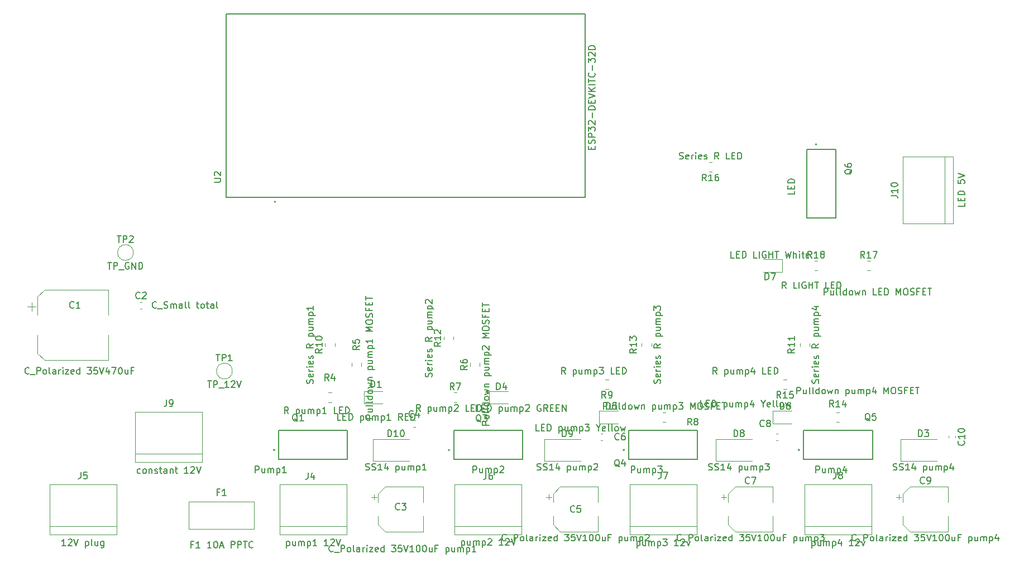
<source format=gbr>
%TF.GenerationSoftware,KiCad,Pcbnew,9.0.0*%
%TF.CreationDate,2025-07-08T15:13:07+02:00*%
%TF.ProjectId,Genric ESP32 5 MOSFEST ,47656e72-6963-4204-9553-503332203520,rev?*%
%TF.SameCoordinates,Original*%
%TF.FileFunction,Legend,Top*%
%TF.FilePolarity,Positive*%
%FSLAX46Y46*%
G04 Gerber Fmt 4.6, Leading zero omitted, Abs format (unit mm)*
G04 Created by KiCad (PCBNEW 9.0.0) date 2025-07-08 15:13:07*
%MOMM*%
%LPD*%
G01*
G04 APERTURE LIST*
%ADD10C,0.150000*%
%ADD11C,0.200000*%
%ADD12C,0.127000*%
%ADD13C,0.120000*%
G04 APERTURE END LIST*
D10*
X41448567Y-135291373D02*
X42258403Y-135291373D01*
X42258403Y-135291373D02*
X42353678Y-135243736D01*
X42353678Y-135243736D02*
X42401316Y-135196099D01*
X42401316Y-135196099D02*
X42448953Y-135100824D01*
X42448953Y-135100824D02*
X42448953Y-134910274D01*
X42448953Y-134910274D02*
X42401316Y-134814999D01*
X42401316Y-134814999D02*
X42353678Y-134767362D01*
X42353678Y-134767362D02*
X42258403Y-134719724D01*
X42258403Y-134719724D02*
X41448567Y-134719724D01*
X41543842Y-134290988D02*
X41496204Y-134243350D01*
X41496204Y-134243350D02*
X41448567Y-134148076D01*
X41448567Y-134148076D02*
X41448567Y-133909888D01*
X41448567Y-133909888D02*
X41496204Y-133814614D01*
X41496204Y-133814614D02*
X41543842Y-133766976D01*
X41543842Y-133766976D02*
X41639117Y-133719339D01*
X41639117Y-133719339D02*
X41734392Y-133719339D01*
X41734392Y-133719339D02*
X41877304Y-133766976D01*
X41877304Y-133766976D02*
X42448953Y-134338625D01*
X42448953Y-134338625D02*
X42448953Y-133719339D01*
X98665480Y-130300174D02*
X98665480Y-129966492D01*
X99189838Y-129823485D02*
X99189838Y-130300174D01*
X99189838Y-130300174D02*
X98188791Y-130300174D01*
X98188791Y-130300174D02*
X98188791Y-129823485D01*
X99142170Y-129442134D02*
X99189838Y-129299127D01*
X99189838Y-129299127D02*
X99189838Y-129060783D01*
X99189838Y-129060783D02*
X99142170Y-128965445D01*
X99142170Y-128965445D02*
X99094501Y-128917776D01*
X99094501Y-128917776D02*
X98999163Y-128870107D01*
X98999163Y-128870107D02*
X98903825Y-128870107D01*
X98903825Y-128870107D02*
X98808487Y-128917776D01*
X98808487Y-128917776D02*
X98760818Y-128965445D01*
X98760818Y-128965445D02*
X98713149Y-129060783D01*
X98713149Y-129060783D02*
X98665480Y-129251458D01*
X98665480Y-129251458D02*
X98617812Y-129346796D01*
X98617812Y-129346796D02*
X98570143Y-129394465D01*
X98570143Y-129394465D02*
X98474805Y-129442134D01*
X98474805Y-129442134D02*
X98379467Y-129442134D01*
X98379467Y-129442134D02*
X98284129Y-129394465D01*
X98284129Y-129394465D02*
X98236460Y-129346796D01*
X98236460Y-129346796D02*
X98188791Y-129251458D01*
X98188791Y-129251458D02*
X98188791Y-129013114D01*
X98188791Y-129013114D02*
X98236460Y-128870107D01*
X99189838Y-128441087D02*
X98188791Y-128441087D01*
X98188791Y-128441087D02*
X98188791Y-128059736D01*
X98188791Y-128059736D02*
X98236460Y-127964398D01*
X98236460Y-127964398D02*
X98284129Y-127916729D01*
X98284129Y-127916729D02*
X98379467Y-127869060D01*
X98379467Y-127869060D02*
X98522474Y-127869060D01*
X98522474Y-127869060D02*
X98617812Y-127916729D01*
X98617812Y-127916729D02*
X98665480Y-127964398D01*
X98665480Y-127964398D02*
X98713149Y-128059736D01*
X98713149Y-128059736D02*
X98713149Y-128441087D01*
X98188791Y-127535378D02*
X98188791Y-126915682D01*
X98188791Y-126915682D02*
X98570143Y-127249364D01*
X98570143Y-127249364D02*
X98570143Y-127106358D01*
X98570143Y-127106358D02*
X98617812Y-127011020D01*
X98617812Y-127011020D02*
X98665480Y-126963351D01*
X98665480Y-126963351D02*
X98760818Y-126915682D01*
X98760818Y-126915682D02*
X98999163Y-126915682D01*
X98999163Y-126915682D02*
X99094501Y-126963351D01*
X99094501Y-126963351D02*
X99142170Y-127011020D01*
X99142170Y-127011020D02*
X99189838Y-127106358D01*
X99189838Y-127106358D02*
X99189838Y-127392371D01*
X99189838Y-127392371D02*
X99142170Y-127487709D01*
X99142170Y-127487709D02*
X99094501Y-127535378D01*
X98284129Y-126534331D02*
X98236460Y-126486662D01*
X98236460Y-126486662D02*
X98188791Y-126391324D01*
X98188791Y-126391324D02*
X98188791Y-126152980D01*
X98188791Y-126152980D02*
X98236460Y-126057642D01*
X98236460Y-126057642D02*
X98284129Y-126009973D01*
X98284129Y-126009973D02*
X98379467Y-125962304D01*
X98379467Y-125962304D02*
X98474805Y-125962304D01*
X98474805Y-125962304D02*
X98617812Y-126009973D01*
X98617812Y-126009973D02*
X99189838Y-126582000D01*
X99189838Y-126582000D02*
X99189838Y-125962304D01*
X98808487Y-125533284D02*
X98808487Y-124770582D01*
X99189838Y-124293892D02*
X98188791Y-124293892D01*
X98188791Y-124293892D02*
X98188791Y-124055547D01*
X98188791Y-124055547D02*
X98236460Y-123912541D01*
X98236460Y-123912541D02*
X98331798Y-123817203D01*
X98331798Y-123817203D02*
X98427136Y-123769534D01*
X98427136Y-123769534D02*
X98617812Y-123721865D01*
X98617812Y-123721865D02*
X98760818Y-123721865D01*
X98760818Y-123721865D02*
X98951494Y-123769534D01*
X98951494Y-123769534D02*
X99046832Y-123817203D01*
X99046832Y-123817203D02*
X99142170Y-123912541D01*
X99142170Y-123912541D02*
X99189838Y-124055547D01*
X99189838Y-124055547D02*
X99189838Y-124293892D01*
X98665480Y-123292845D02*
X98665480Y-122959163D01*
X99189838Y-122816156D02*
X99189838Y-123292845D01*
X99189838Y-123292845D02*
X98188791Y-123292845D01*
X98188791Y-123292845D02*
X98188791Y-122816156D01*
X98188791Y-122530143D02*
X99189838Y-122196460D01*
X99189838Y-122196460D02*
X98188791Y-121862778D01*
X99189838Y-121529096D02*
X98188791Y-121529096D01*
X99189838Y-120957069D02*
X98617812Y-121386089D01*
X98188791Y-120957069D02*
X98760818Y-121529096D01*
X99189838Y-120528049D02*
X98188791Y-120528049D01*
X98188791Y-120194367D02*
X98188791Y-119622340D01*
X99189838Y-119908353D02*
X98188791Y-119908353D01*
X99094501Y-118716631D02*
X99142170Y-118764300D01*
X99142170Y-118764300D02*
X99189838Y-118907307D01*
X99189838Y-118907307D02*
X99189838Y-119002645D01*
X99189838Y-119002645D02*
X99142170Y-119145651D01*
X99142170Y-119145651D02*
X99046832Y-119240989D01*
X99046832Y-119240989D02*
X98951494Y-119288658D01*
X98951494Y-119288658D02*
X98760818Y-119336327D01*
X98760818Y-119336327D02*
X98617812Y-119336327D01*
X98617812Y-119336327D02*
X98427136Y-119288658D01*
X98427136Y-119288658D02*
X98331798Y-119240989D01*
X98331798Y-119240989D02*
X98236460Y-119145651D01*
X98236460Y-119145651D02*
X98188791Y-119002645D01*
X98188791Y-119002645D02*
X98188791Y-118907307D01*
X98188791Y-118907307D02*
X98236460Y-118764300D01*
X98236460Y-118764300D02*
X98284129Y-118716631D01*
X98808487Y-118287611D02*
X98808487Y-117524909D01*
X98188791Y-117143557D02*
X98188791Y-116523861D01*
X98188791Y-116523861D02*
X98570143Y-116857543D01*
X98570143Y-116857543D02*
X98570143Y-116714537D01*
X98570143Y-116714537D02*
X98617812Y-116619199D01*
X98617812Y-116619199D02*
X98665480Y-116571530D01*
X98665480Y-116571530D02*
X98760818Y-116523861D01*
X98760818Y-116523861D02*
X98999163Y-116523861D01*
X98999163Y-116523861D02*
X99094501Y-116571530D01*
X99094501Y-116571530D02*
X99142170Y-116619199D01*
X99142170Y-116619199D02*
X99189838Y-116714537D01*
X99189838Y-116714537D02*
X99189838Y-117000550D01*
X99189838Y-117000550D02*
X99142170Y-117095888D01*
X99142170Y-117095888D02*
X99094501Y-117143557D01*
X98284129Y-116142510D02*
X98236460Y-116094841D01*
X98236460Y-116094841D02*
X98188791Y-115999503D01*
X98188791Y-115999503D02*
X98188791Y-115761159D01*
X98188791Y-115761159D02*
X98236460Y-115665821D01*
X98236460Y-115665821D02*
X98284129Y-115618152D01*
X98284129Y-115618152D02*
X98379467Y-115570483D01*
X98379467Y-115570483D02*
X98474805Y-115570483D01*
X98474805Y-115570483D02*
X98617812Y-115618152D01*
X98617812Y-115618152D02*
X99189838Y-116190179D01*
X99189838Y-116190179D02*
X99189838Y-115570483D01*
X99189838Y-115141463D02*
X98188791Y-115141463D01*
X98188791Y-115141463D02*
X98188791Y-114903118D01*
X98188791Y-114903118D02*
X98236460Y-114760112D01*
X98236460Y-114760112D02*
X98331798Y-114664774D01*
X98331798Y-114664774D02*
X98427136Y-114617105D01*
X98427136Y-114617105D02*
X98617812Y-114569436D01*
X98617812Y-114569436D02*
X98760818Y-114569436D01*
X98760818Y-114569436D02*
X98951494Y-114617105D01*
X98951494Y-114617105D02*
X99046832Y-114664774D01*
X99046832Y-114664774D02*
X99142170Y-114760112D01*
X99142170Y-114760112D02*
X99189838Y-114903118D01*
X99189838Y-114903118D02*
X99189838Y-115141463D01*
X94261905Y-173954819D02*
X94261905Y-172954819D01*
X94261905Y-172954819D02*
X94500000Y-172954819D01*
X94500000Y-172954819D02*
X94642857Y-173002438D01*
X94642857Y-173002438D02*
X94738095Y-173097676D01*
X94738095Y-173097676D02*
X94785714Y-173192914D01*
X94785714Y-173192914D02*
X94833333Y-173383390D01*
X94833333Y-173383390D02*
X94833333Y-173526247D01*
X94833333Y-173526247D02*
X94785714Y-173716723D01*
X94785714Y-173716723D02*
X94738095Y-173811961D01*
X94738095Y-173811961D02*
X94642857Y-173907200D01*
X94642857Y-173907200D02*
X94500000Y-173954819D01*
X94500000Y-173954819D02*
X94261905Y-173954819D01*
X95309524Y-173954819D02*
X95500000Y-173954819D01*
X95500000Y-173954819D02*
X95595238Y-173907200D01*
X95595238Y-173907200D02*
X95642857Y-173859580D01*
X95642857Y-173859580D02*
X95738095Y-173716723D01*
X95738095Y-173716723D02*
X95785714Y-173526247D01*
X95785714Y-173526247D02*
X95785714Y-173145295D01*
X95785714Y-173145295D02*
X95738095Y-173050057D01*
X95738095Y-173050057D02*
X95690476Y-173002438D01*
X95690476Y-173002438D02*
X95595238Y-172954819D01*
X95595238Y-172954819D02*
X95404762Y-172954819D01*
X95404762Y-172954819D02*
X95309524Y-173002438D01*
X95309524Y-173002438D02*
X95261905Y-173050057D01*
X95261905Y-173050057D02*
X95214286Y-173145295D01*
X95214286Y-173145295D02*
X95214286Y-173383390D01*
X95214286Y-173383390D02*
X95261905Y-173478628D01*
X95261905Y-173478628D02*
X95309524Y-173526247D01*
X95309524Y-173526247D02*
X95404762Y-173573866D01*
X95404762Y-173573866D02*
X95595238Y-173573866D01*
X95595238Y-173573866D02*
X95690476Y-173526247D01*
X95690476Y-173526247D02*
X95738095Y-173478628D01*
X95738095Y-173478628D02*
X95785714Y-173383390D01*
X90404762Y-179007200D02*
X90547619Y-179054819D01*
X90547619Y-179054819D02*
X90785714Y-179054819D01*
X90785714Y-179054819D02*
X90880952Y-179007200D01*
X90880952Y-179007200D02*
X90928571Y-178959580D01*
X90928571Y-178959580D02*
X90976190Y-178864342D01*
X90976190Y-178864342D02*
X90976190Y-178769104D01*
X90976190Y-178769104D02*
X90928571Y-178673866D01*
X90928571Y-178673866D02*
X90880952Y-178626247D01*
X90880952Y-178626247D02*
X90785714Y-178578628D01*
X90785714Y-178578628D02*
X90595238Y-178531009D01*
X90595238Y-178531009D02*
X90500000Y-178483390D01*
X90500000Y-178483390D02*
X90452381Y-178435771D01*
X90452381Y-178435771D02*
X90404762Y-178340533D01*
X90404762Y-178340533D02*
X90404762Y-178245295D01*
X90404762Y-178245295D02*
X90452381Y-178150057D01*
X90452381Y-178150057D02*
X90500000Y-178102438D01*
X90500000Y-178102438D02*
X90595238Y-178054819D01*
X90595238Y-178054819D02*
X90833333Y-178054819D01*
X90833333Y-178054819D02*
X90976190Y-178102438D01*
X91357143Y-179007200D02*
X91500000Y-179054819D01*
X91500000Y-179054819D02*
X91738095Y-179054819D01*
X91738095Y-179054819D02*
X91833333Y-179007200D01*
X91833333Y-179007200D02*
X91880952Y-178959580D01*
X91880952Y-178959580D02*
X91928571Y-178864342D01*
X91928571Y-178864342D02*
X91928571Y-178769104D01*
X91928571Y-178769104D02*
X91880952Y-178673866D01*
X91880952Y-178673866D02*
X91833333Y-178626247D01*
X91833333Y-178626247D02*
X91738095Y-178578628D01*
X91738095Y-178578628D02*
X91547619Y-178531009D01*
X91547619Y-178531009D02*
X91452381Y-178483390D01*
X91452381Y-178483390D02*
X91404762Y-178435771D01*
X91404762Y-178435771D02*
X91357143Y-178340533D01*
X91357143Y-178340533D02*
X91357143Y-178245295D01*
X91357143Y-178245295D02*
X91404762Y-178150057D01*
X91404762Y-178150057D02*
X91452381Y-178102438D01*
X91452381Y-178102438D02*
X91547619Y-178054819D01*
X91547619Y-178054819D02*
X91785714Y-178054819D01*
X91785714Y-178054819D02*
X91928571Y-178102438D01*
X92880952Y-179054819D02*
X92309524Y-179054819D01*
X92595238Y-179054819D02*
X92595238Y-178054819D01*
X92595238Y-178054819D02*
X92500000Y-178197676D01*
X92500000Y-178197676D02*
X92404762Y-178292914D01*
X92404762Y-178292914D02*
X92309524Y-178340533D01*
X93738095Y-178388152D02*
X93738095Y-179054819D01*
X93500000Y-178007200D02*
X93261905Y-178721485D01*
X93261905Y-178721485D02*
X93880952Y-178721485D01*
X95023810Y-178388152D02*
X95023810Y-179388152D01*
X95023810Y-178435771D02*
X95119048Y-178388152D01*
X95119048Y-178388152D02*
X95309524Y-178388152D01*
X95309524Y-178388152D02*
X95404762Y-178435771D01*
X95404762Y-178435771D02*
X95452381Y-178483390D01*
X95452381Y-178483390D02*
X95500000Y-178578628D01*
X95500000Y-178578628D02*
X95500000Y-178864342D01*
X95500000Y-178864342D02*
X95452381Y-178959580D01*
X95452381Y-178959580D02*
X95404762Y-179007200D01*
X95404762Y-179007200D02*
X95309524Y-179054819D01*
X95309524Y-179054819D02*
X95119048Y-179054819D01*
X95119048Y-179054819D02*
X95023810Y-179007200D01*
X96357143Y-178388152D02*
X96357143Y-179054819D01*
X95928572Y-178388152D02*
X95928572Y-178911961D01*
X95928572Y-178911961D02*
X95976191Y-179007200D01*
X95976191Y-179007200D02*
X96071429Y-179054819D01*
X96071429Y-179054819D02*
X96214286Y-179054819D01*
X96214286Y-179054819D02*
X96309524Y-179007200D01*
X96309524Y-179007200D02*
X96357143Y-178959580D01*
X96833334Y-179054819D02*
X96833334Y-178388152D01*
X96833334Y-178483390D02*
X96880953Y-178435771D01*
X96880953Y-178435771D02*
X96976191Y-178388152D01*
X96976191Y-178388152D02*
X97119048Y-178388152D01*
X97119048Y-178388152D02*
X97214286Y-178435771D01*
X97214286Y-178435771D02*
X97261905Y-178531009D01*
X97261905Y-178531009D02*
X97261905Y-179054819D01*
X97261905Y-178531009D02*
X97309524Y-178435771D01*
X97309524Y-178435771D02*
X97404762Y-178388152D01*
X97404762Y-178388152D02*
X97547619Y-178388152D01*
X97547619Y-178388152D02*
X97642858Y-178435771D01*
X97642858Y-178435771D02*
X97690477Y-178531009D01*
X97690477Y-178531009D02*
X97690477Y-179054819D01*
X98166667Y-178388152D02*
X98166667Y-179388152D01*
X98166667Y-178435771D02*
X98261905Y-178388152D01*
X98261905Y-178388152D02*
X98452381Y-178388152D01*
X98452381Y-178388152D02*
X98547619Y-178435771D01*
X98547619Y-178435771D02*
X98595238Y-178483390D01*
X98595238Y-178483390D02*
X98642857Y-178578628D01*
X98642857Y-178578628D02*
X98642857Y-178864342D01*
X98642857Y-178864342D02*
X98595238Y-178959580D01*
X98595238Y-178959580D02*
X98547619Y-179007200D01*
X98547619Y-179007200D02*
X98452381Y-179054819D01*
X98452381Y-179054819D02*
X98261905Y-179054819D01*
X98261905Y-179054819D02*
X98166667Y-179007200D01*
X99023810Y-178150057D02*
X99071429Y-178102438D01*
X99071429Y-178102438D02*
X99166667Y-178054819D01*
X99166667Y-178054819D02*
X99404762Y-178054819D01*
X99404762Y-178054819D02*
X99500000Y-178102438D01*
X99500000Y-178102438D02*
X99547619Y-178150057D01*
X99547619Y-178150057D02*
X99595238Y-178245295D01*
X99595238Y-178245295D02*
X99595238Y-178340533D01*
X99595238Y-178340533D02*
X99547619Y-178483390D01*
X99547619Y-178483390D02*
X98976191Y-179054819D01*
X98976191Y-179054819D02*
X99595238Y-179054819D01*
X65236905Y-166454819D02*
X65236905Y-165454819D01*
X65236905Y-165454819D02*
X65475000Y-165454819D01*
X65475000Y-165454819D02*
X65617857Y-165502438D01*
X65617857Y-165502438D02*
X65713095Y-165597676D01*
X65713095Y-165597676D02*
X65760714Y-165692914D01*
X65760714Y-165692914D02*
X65808333Y-165883390D01*
X65808333Y-165883390D02*
X65808333Y-166026247D01*
X65808333Y-166026247D02*
X65760714Y-166216723D01*
X65760714Y-166216723D02*
X65713095Y-166311961D01*
X65713095Y-166311961D02*
X65617857Y-166407200D01*
X65617857Y-166407200D02*
X65475000Y-166454819D01*
X65475000Y-166454819D02*
X65236905Y-166454819D01*
X66760714Y-166454819D02*
X66189286Y-166454819D01*
X66475000Y-166454819D02*
X66475000Y-165454819D01*
X66475000Y-165454819D02*
X66379762Y-165597676D01*
X66379762Y-165597676D02*
X66284524Y-165692914D01*
X66284524Y-165692914D02*
X66189286Y-165740533D01*
X60642856Y-171454819D02*
X60166666Y-171454819D01*
X60166666Y-171454819D02*
X60166666Y-170454819D01*
X60976190Y-170931009D02*
X61309523Y-170931009D01*
X61452380Y-171454819D02*
X60976190Y-171454819D01*
X60976190Y-171454819D02*
X60976190Y-170454819D01*
X60976190Y-170454819D02*
X61452380Y-170454819D01*
X61880952Y-171454819D02*
X61880952Y-170454819D01*
X61880952Y-170454819D02*
X62119047Y-170454819D01*
X62119047Y-170454819D02*
X62261904Y-170502438D01*
X62261904Y-170502438D02*
X62357142Y-170597676D01*
X62357142Y-170597676D02*
X62404761Y-170692914D01*
X62404761Y-170692914D02*
X62452380Y-170883390D01*
X62452380Y-170883390D02*
X62452380Y-171026247D01*
X62452380Y-171026247D02*
X62404761Y-171216723D01*
X62404761Y-171216723D02*
X62357142Y-171311961D01*
X62357142Y-171311961D02*
X62261904Y-171407200D01*
X62261904Y-171407200D02*
X62119047Y-171454819D01*
X62119047Y-171454819D02*
X61880952Y-171454819D01*
X63642857Y-170788152D02*
X63642857Y-171788152D01*
X63642857Y-170835771D02*
X63738095Y-170788152D01*
X63738095Y-170788152D02*
X63928571Y-170788152D01*
X63928571Y-170788152D02*
X64023809Y-170835771D01*
X64023809Y-170835771D02*
X64071428Y-170883390D01*
X64071428Y-170883390D02*
X64119047Y-170978628D01*
X64119047Y-170978628D02*
X64119047Y-171264342D01*
X64119047Y-171264342D02*
X64071428Y-171359580D01*
X64071428Y-171359580D02*
X64023809Y-171407200D01*
X64023809Y-171407200D02*
X63928571Y-171454819D01*
X63928571Y-171454819D02*
X63738095Y-171454819D01*
X63738095Y-171454819D02*
X63642857Y-171407200D01*
X64976190Y-170788152D02*
X64976190Y-171454819D01*
X64547619Y-170788152D02*
X64547619Y-171311961D01*
X64547619Y-171311961D02*
X64595238Y-171407200D01*
X64595238Y-171407200D02*
X64690476Y-171454819D01*
X64690476Y-171454819D02*
X64833333Y-171454819D01*
X64833333Y-171454819D02*
X64928571Y-171407200D01*
X64928571Y-171407200D02*
X64976190Y-171359580D01*
X65452381Y-171454819D02*
X65452381Y-170788152D01*
X65452381Y-170883390D02*
X65500000Y-170835771D01*
X65500000Y-170835771D02*
X65595238Y-170788152D01*
X65595238Y-170788152D02*
X65738095Y-170788152D01*
X65738095Y-170788152D02*
X65833333Y-170835771D01*
X65833333Y-170835771D02*
X65880952Y-170931009D01*
X65880952Y-170931009D02*
X65880952Y-171454819D01*
X65880952Y-170931009D02*
X65928571Y-170835771D01*
X65928571Y-170835771D02*
X66023809Y-170788152D01*
X66023809Y-170788152D02*
X66166666Y-170788152D01*
X66166666Y-170788152D02*
X66261905Y-170835771D01*
X66261905Y-170835771D02*
X66309524Y-170931009D01*
X66309524Y-170931009D02*
X66309524Y-171454819D01*
X66785714Y-170788152D02*
X66785714Y-171788152D01*
X66785714Y-170835771D02*
X66880952Y-170788152D01*
X66880952Y-170788152D02*
X67071428Y-170788152D01*
X67071428Y-170788152D02*
X67166666Y-170835771D01*
X67166666Y-170835771D02*
X67214285Y-170883390D01*
X67214285Y-170883390D02*
X67261904Y-170978628D01*
X67261904Y-170978628D02*
X67261904Y-171264342D01*
X67261904Y-171264342D02*
X67214285Y-171359580D01*
X67214285Y-171359580D02*
X67166666Y-171407200D01*
X67166666Y-171407200D02*
X67071428Y-171454819D01*
X67071428Y-171454819D02*
X66880952Y-171454819D01*
X66880952Y-171454819D02*
X66785714Y-171407200D01*
X68214285Y-171454819D02*
X67642857Y-171454819D01*
X67928571Y-171454819D02*
X67928571Y-170454819D01*
X67928571Y-170454819D02*
X67833333Y-170597676D01*
X67833333Y-170597676D02*
X67738095Y-170692914D01*
X67738095Y-170692914D02*
X67642857Y-170740533D01*
X69976190Y-171454819D02*
X69642857Y-170978628D01*
X69404762Y-171454819D02*
X69404762Y-170454819D01*
X69404762Y-170454819D02*
X69785714Y-170454819D01*
X69785714Y-170454819D02*
X69880952Y-170502438D01*
X69880952Y-170502438D02*
X69928571Y-170550057D01*
X69928571Y-170550057D02*
X69976190Y-170645295D01*
X69976190Y-170645295D02*
X69976190Y-170788152D01*
X69976190Y-170788152D02*
X69928571Y-170883390D01*
X69928571Y-170883390D02*
X69880952Y-170931009D01*
X69880952Y-170931009D02*
X69785714Y-170978628D01*
X69785714Y-170978628D02*
X69404762Y-170978628D01*
X70404762Y-170931009D02*
X70738095Y-170931009D01*
X70880952Y-171454819D02*
X70404762Y-171454819D01*
X70404762Y-171454819D02*
X70404762Y-170454819D01*
X70404762Y-170454819D02*
X70880952Y-170454819D01*
X71309524Y-171454819D02*
X71309524Y-170454819D01*
X71309524Y-170454819D02*
X71547619Y-170454819D01*
X71547619Y-170454819D02*
X71690476Y-170502438D01*
X71690476Y-170502438D02*
X71785714Y-170597676D01*
X71785714Y-170597676D02*
X71833333Y-170692914D01*
X71833333Y-170692914D02*
X71880952Y-170883390D01*
X71880952Y-170883390D02*
X71880952Y-171026247D01*
X71880952Y-171026247D02*
X71833333Y-171216723D01*
X71833333Y-171216723D02*
X71785714Y-171311961D01*
X71785714Y-171311961D02*
X71690476Y-171407200D01*
X71690476Y-171407200D02*
X71547619Y-171454819D01*
X71547619Y-171454819D02*
X71309524Y-171454819D01*
X155134580Y-174642857D02*
X155182200Y-174690476D01*
X155182200Y-174690476D02*
X155229819Y-174833333D01*
X155229819Y-174833333D02*
X155229819Y-174928571D01*
X155229819Y-174928571D02*
X155182200Y-175071428D01*
X155182200Y-175071428D02*
X155086961Y-175166666D01*
X155086961Y-175166666D02*
X154991723Y-175214285D01*
X154991723Y-175214285D02*
X154801247Y-175261904D01*
X154801247Y-175261904D02*
X154658390Y-175261904D01*
X154658390Y-175261904D02*
X154467914Y-175214285D01*
X154467914Y-175214285D02*
X154372676Y-175166666D01*
X154372676Y-175166666D02*
X154277438Y-175071428D01*
X154277438Y-175071428D02*
X154229819Y-174928571D01*
X154229819Y-174928571D02*
X154229819Y-174833333D01*
X154229819Y-174833333D02*
X154277438Y-174690476D01*
X154277438Y-174690476D02*
X154325057Y-174642857D01*
X155229819Y-173690476D02*
X155229819Y-174261904D01*
X155229819Y-173976190D02*
X154229819Y-173976190D01*
X154229819Y-173976190D02*
X154372676Y-174071428D01*
X154372676Y-174071428D02*
X154467914Y-174166666D01*
X154467914Y-174166666D02*
X154515533Y-174261904D01*
X154229819Y-173071428D02*
X154229819Y-172976190D01*
X154229819Y-172976190D02*
X154277438Y-172880952D01*
X154277438Y-172880952D02*
X154325057Y-172833333D01*
X154325057Y-172833333D02*
X154420295Y-172785714D01*
X154420295Y-172785714D02*
X154610771Y-172738095D01*
X154610771Y-172738095D02*
X154848866Y-172738095D01*
X154848866Y-172738095D02*
X155039342Y-172785714D01*
X155039342Y-172785714D02*
X155134580Y-172833333D01*
X155134580Y-172833333D02*
X155182200Y-172880952D01*
X155182200Y-172880952D02*
X155229819Y-172976190D01*
X155229819Y-172976190D02*
X155229819Y-173071428D01*
X155229819Y-173071428D02*
X155182200Y-173166666D01*
X155182200Y-173166666D02*
X155134580Y-173214285D01*
X155134580Y-173214285D02*
X155039342Y-173261904D01*
X155039342Y-173261904D02*
X154848866Y-173309523D01*
X154848866Y-173309523D02*
X154610771Y-173309523D01*
X154610771Y-173309523D02*
X154420295Y-173261904D01*
X154420295Y-173261904D02*
X154325057Y-173214285D01*
X154325057Y-173214285D02*
X154277438Y-173166666D01*
X154277438Y-173166666D02*
X154229819Y-173071428D01*
X124833333Y-172359580D02*
X124785714Y-172407200D01*
X124785714Y-172407200D02*
X124642857Y-172454819D01*
X124642857Y-172454819D02*
X124547619Y-172454819D01*
X124547619Y-172454819D02*
X124404762Y-172407200D01*
X124404762Y-172407200D02*
X124309524Y-172311961D01*
X124309524Y-172311961D02*
X124261905Y-172216723D01*
X124261905Y-172216723D02*
X124214286Y-172026247D01*
X124214286Y-172026247D02*
X124214286Y-171883390D01*
X124214286Y-171883390D02*
X124261905Y-171692914D01*
X124261905Y-171692914D02*
X124309524Y-171597676D01*
X124309524Y-171597676D02*
X124404762Y-171502438D01*
X124404762Y-171502438D02*
X124547619Y-171454819D01*
X124547619Y-171454819D02*
X124642857Y-171454819D01*
X124642857Y-171454819D02*
X124785714Y-171502438D01*
X124785714Y-171502438D02*
X124833333Y-171550057D01*
X125404762Y-171883390D02*
X125309524Y-171835771D01*
X125309524Y-171835771D02*
X125261905Y-171788152D01*
X125261905Y-171788152D02*
X125214286Y-171692914D01*
X125214286Y-171692914D02*
X125214286Y-171645295D01*
X125214286Y-171645295D02*
X125261905Y-171550057D01*
X125261905Y-171550057D02*
X125309524Y-171502438D01*
X125309524Y-171502438D02*
X125404762Y-171454819D01*
X125404762Y-171454819D02*
X125595238Y-171454819D01*
X125595238Y-171454819D02*
X125690476Y-171502438D01*
X125690476Y-171502438D02*
X125738095Y-171550057D01*
X125738095Y-171550057D02*
X125785714Y-171645295D01*
X125785714Y-171645295D02*
X125785714Y-171692914D01*
X125785714Y-171692914D02*
X125738095Y-171788152D01*
X125738095Y-171788152D02*
X125690476Y-171835771D01*
X125690476Y-171835771D02*
X125595238Y-171883390D01*
X125595238Y-171883390D02*
X125404762Y-171883390D01*
X125404762Y-171883390D02*
X125309524Y-171931009D01*
X125309524Y-171931009D02*
X125261905Y-171978628D01*
X125261905Y-171978628D02*
X125214286Y-172073866D01*
X125214286Y-172073866D02*
X125214286Y-172264342D01*
X125214286Y-172264342D02*
X125261905Y-172359580D01*
X125261905Y-172359580D02*
X125309524Y-172407200D01*
X125309524Y-172407200D02*
X125404762Y-172454819D01*
X125404762Y-172454819D02*
X125595238Y-172454819D01*
X125595238Y-172454819D02*
X125690476Y-172407200D01*
X125690476Y-172407200D02*
X125738095Y-172359580D01*
X125738095Y-172359580D02*
X125785714Y-172264342D01*
X125785714Y-172264342D02*
X125785714Y-172073866D01*
X125785714Y-172073866D02*
X125738095Y-171978628D01*
X125738095Y-171978628D02*
X125690476Y-171931009D01*
X125690476Y-171931009D02*
X125595238Y-171883390D01*
X102833333Y-174359580D02*
X102785714Y-174407200D01*
X102785714Y-174407200D02*
X102642857Y-174454819D01*
X102642857Y-174454819D02*
X102547619Y-174454819D01*
X102547619Y-174454819D02*
X102404762Y-174407200D01*
X102404762Y-174407200D02*
X102309524Y-174311961D01*
X102309524Y-174311961D02*
X102261905Y-174216723D01*
X102261905Y-174216723D02*
X102214286Y-174026247D01*
X102214286Y-174026247D02*
X102214286Y-173883390D01*
X102214286Y-173883390D02*
X102261905Y-173692914D01*
X102261905Y-173692914D02*
X102309524Y-173597676D01*
X102309524Y-173597676D02*
X102404762Y-173502438D01*
X102404762Y-173502438D02*
X102547619Y-173454819D01*
X102547619Y-173454819D02*
X102642857Y-173454819D01*
X102642857Y-173454819D02*
X102785714Y-173502438D01*
X102785714Y-173502438D02*
X102833333Y-173550057D01*
X103690476Y-173454819D02*
X103500000Y-173454819D01*
X103500000Y-173454819D02*
X103404762Y-173502438D01*
X103404762Y-173502438D02*
X103357143Y-173550057D01*
X103357143Y-173550057D02*
X103261905Y-173692914D01*
X103261905Y-173692914D02*
X103214286Y-173883390D01*
X103214286Y-173883390D02*
X103214286Y-174264342D01*
X103214286Y-174264342D02*
X103261905Y-174359580D01*
X103261905Y-174359580D02*
X103309524Y-174407200D01*
X103309524Y-174407200D02*
X103404762Y-174454819D01*
X103404762Y-174454819D02*
X103595238Y-174454819D01*
X103595238Y-174454819D02*
X103690476Y-174407200D01*
X103690476Y-174407200D02*
X103738095Y-174359580D01*
X103738095Y-174359580D02*
X103785714Y-174264342D01*
X103785714Y-174264342D02*
X103785714Y-174026247D01*
X103785714Y-174026247D02*
X103738095Y-173931009D01*
X103738095Y-173931009D02*
X103690476Y-173883390D01*
X103690476Y-173883390D02*
X103595238Y-173835771D01*
X103595238Y-173835771D02*
X103404762Y-173835771D01*
X103404762Y-173835771D02*
X103309524Y-173883390D01*
X103309524Y-173883390D02*
X103261905Y-173931009D01*
X103261905Y-173931009D02*
X103214286Y-174026247D01*
X71608333Y-170929580D02*
X71560714Y-170977200D01*
X71560714Y-170977200D02*
X71417857Y-171024819D01*
X71417857Y-171024819D02*
X71322619Y-171024819D01*
X71322619Y-171024819D02*
X71179762Y-170977200D01*
X71179762Y-170977200D02*
X71084524Y-170881961D01*
X71084524Y-170881961D02*
X71036905Y-170786723D01*
X71036905Y-170786723D02*
X70989286Y-170596247D01*
X70989286Y-170596247D02*
X70989286Y-170453390D01*
X70989286Y-170453390D02*
X71036905Y-170262914D01*
X71036905Y-170262914D02*
X71084524Y-170167676D01*
X71084524Y-170167676D02*
X71179762Y-170072438D01*
X71179762Y-170072438D02*
X71322619Y-170024819D01*
X71322619Y-170024819D02*
X71417857Y-170024819D01*
X71417857Y-170024819D02*
X71560714Y-170072438D01*
X71560714Y-170072438D02*
X71608333Y-170120057D01*
X72465476Y-170358152D02*
X72465476Y-171024819D01*
X72227381Y-169977200D02*
X71989286Y-170691485D01*
X71989286Y-170691485D02*
X72608333Y-170691485D01*
X30178333Y-152929580D02*
X30130714Y-152977200D01*
X30130714Y-152977200D02*
X29987857Y-153024819D01*
X29987857Y-153024819D02*
X29892619Y-153024819D01*
X29892619Y-153024819D02*
X29749762Y-152977200D01*
X29749762Y-152977200D02*
X29654524Y-152881961D01*
X29654524Y-152881961D02*
X29606905Y-152786723D01*
X29606905Y-152786723D02*
X29559286Y-152596247D01*
X29559286Y-152596247D02*
X29559286Y-152453390D01*
X29559286Y-152453390D02*
X29606905Y-152262914D01*
X29606905Y-152262914D02*
X29654524Y-152167676D01*
X29654524Y-152167676D02*
X29749762Y-152072438D01*
X29749762Y-152072438D02*
X29892619Y-152024819D01*
X29892619Y-152024819D02*
X29987857Y-152024819D01*
X29987857Y-152024819D02*
X30130714Y-152072438D01*
X30130714Y-152072438D02*
X30178333Y-152120057D01*
X30559286Y-152120057D02*
X30606905Y-152072438D01*
X30606905Y-152072438D02*
X30702143Y-152024819D01*
X30702143Y-152024819D02*
X30940238Y-152024819D01*
X30940238Y-152024819D02*
X31035476Y-152072438D01*
X31035476Y-152072438D02*
X31083095Y-152120057D01*
X31083095Y-152120057D02*
X31130714Y-152215295D01*
X31130714Y-152215295D02*
X31130714Y-152310533D01*
X31130714Y-152310533D02*
X31083095Y-152453390D01*
X31083095Y-152453390D02*
X30511667Y-153024819D01*
X30511667Y-153024819D02*
X31130714Y-153024819D01*
X32690474Y-154359580D02*
X32642855Y-154407200D01*
X32642855Y-154407200D02*
X32499998Y-154454819D01*
X32499998Y-154454819D02*
X32404760Y-154454819D01*
X32404760Y-154454819D02*
X32261903Y-154407200D01*
X32261903Y-154407200D02*
X32166665Y-154311961D01*
X32166665Y-154311961D02*
X32119046Y-154216723D01*
X32119046Y-154216723D02*
X32071427Y-154026247D01*
X32071427Y-154026247D02*
X32071427Y-153883390D01*
X32071427Y-153883390D02*
X32119046Y-153692914D01*
X32119046Y-153692914D02*
X32166665Y-153597676D01*
X32166665Y-153597676D02*
X32261903Y-153502438D01*
X32261903Y-153502438D02*
X32404760Y-153454819D01*
X32404760Y-153454819D02*
X32499998Y-153454819D01*
X32499998Y-153454819D02*
X32642855Y-153502438D01*
X32642855Y-153502438D02*
X32690474Y-153550057D01*
X32880951Y-154550057D02*
X33642855Y-154550057D01*
X33833332Y-154407200D02*
X33976189Y-154454819D01*
X33976189Y-154454819D02*
X34214284Y-154454819D01*
X34214284Y-154454819D02*
X34309522Y-154407200D01*
X34309522Y-154407200D02*
X34357141Y-154359580D01*
X34357141Y-154359580D02*
X34404760Y-154264342D01*
X34404760Y-154264342D02*
X34404760Y-154169104D01*
X34404760Y-154169104D02*
X34357141Y-154073866D01*
X34357141Y-154073866D02*
X34309522Y-154026247D01*
X34309522Y-154026247D02*
X34214284Y-153978628D01*
X34214284Y-153978628D02*
X34023808Y-153931009D01*
X34023808Y-153931009D02*
X33928570Y-153883390D01*
X33928570Y-153883390D02*
X33880951Y-153835771D01*
X33880951Y-153835771D02*
X33833332Y-153740533D01*
X33833332Y-153740533D02*
X33833332Y-153645295D01*
X33833332Y-153645295D02*
X33880951Y-153550057D01*
X33880951Y-153550057D02*
X33928570Y-153502438D01*
X33928570Y-153502438D02*
X34023808Y-153454819D01*
X34023808Y-153454819D02*
X34261903Y-153454819D01*
X34261903Y-153454819D02*
X34404760Y-153502438D01*
X34833332Y-154454819D02*
X34833332Y-153788152D01*
X34833332Y-153883390D02*
X34880951Y-153835771D01*
X34880951Y-153835771D02*
X34976189Y-153788152D01*
X34976189Y-153788152D02*
X35119046Y-153788152D01*
X35119046Y-153788152D02*
X35214284Y-153835771D01*
X35214284Y-153835771D02*
X35261903Y-153931009D01*
X35261903Y-153931009D02*
X35261903Y-154454819D01*
X35261903Y-153931009D02*
X35309522Y-153835771D01*
X35309522Y-153835771D02*
X35404760Y-153788152D01*
X35404760Y-153788152D02*
X35547617Y-153788152D01*
X35547617Y-153788152D02*
X35642856Y-153835771D01*
X35642856Y-153835771D02*
X35690475Y-153931009D01*
X35690475Y-153931009D02*
X35690475Y-154454819D01*
X36595236Y-154454819D02*
X36595236Y-153931009D01*
X36595236Y-153931009D02*
X36547617Y-153835771D01*
X36547617Y-153835771D02*
X36452379Y-153788152D01*
X36452379Y-153788152D02*
X36261903Y-153788152D01*
X36261903Y-153788152D02*
X36166665Y-153835771D01*
X36595236Y-154407200D02*
X36499998Y-154454819D01*
X36499998Y-154454819D02*
X36261903Y-154454819D01*
X36261903Y-154454819D02*
X36166665Y-154407200D01*
X36166665Y-154407200D02*
X36119046Y-154311961D01*
X36119046Y-154311961D02*
X36119046Y-154216723D01*
X36119046Y-154216723D02*
X36166665Y-154121485D01*
X36166665Y-154121485D02*
X36261903Y-154073866D01*
X36261903Y-154073866D02*
X36499998Y-154073866D01*
X36499998Y-154073866D02*
X36595236Y-154026247D01*
X37214284Y-154454819D02*
X37119046Y-154407200D01*
X37119046Y-154407200D02*
X37071427Y-154311961D01*
X37071427Y-154311961D02*
X37071427Y-153454819D01*
X37738094Y-154454819D02*
X37642856Y-154407200D01*
X37642856Y-154407200D02*
X37595237Y-154311961D01*
X37595237Y-154311961D02*
X37595237Y-153454819D01*
X38738095Y-153788152D02*
X39119047Y-153788152D01*
X38880952Y-153454819D02*
X38880952Y-154311961D01*
X38880952Y-154311961D02*
X38928571Y-154407200D01*
X38928571Y-154407200D02*
X39023809Y-154454819D01*
X39023809Y-154454819D02*
X39119047Y-154454819D01*
X39595238Y-154454819D02*
X39500000Y-154407200D01*
X39500000Y-154407200D02*
X39452381Y-154359580D01*
X39452381Y-154359580D02*
X39404762Y-154264342D01*
X39404762Y-154264342D02*
X39404762Y-153978628D01*
X39404762Y-153978628D02*
X39452381Y-153883390D01*
X39452381Y-153883390D02*
X39500000Y-153835771D01*
X39500000Y-153835771D02*
X39595238Y-153788152D01*
X39595238Y-153788152D02*
X39738095Y-153788152D01*
X39738095Y-153788152D02*
X39833333Y-153835771D01*
X39833333Y-153835771D02*
X39880952Y-153883390D01*
X39880952Y-153883390D02*
X39928571Y-153978628D01*
X39928571Y-153978628D02*
X39928571Y-154264342D01*
X39928571Y-154264342D02*
X39880952Y-154359580D01*
X39880952Y-154359580D02*
X39833333Y-154407200D01*
X39833333Y-154407200D02*
X39738095Y-154454819D01*
X39738095Y-154454819D02*
X39595238Y-154454819D01*
X40214286Y-153788152D02*
X40595238Y-153788152D01*
X40357143Y-153454819D02*
X40357143Y-154311961D01*
X40357143Y-154311961D02*
X40404762Y-154407200D01*
X40404762Y-154407200D02*
X40500000Y-154454819D01*
X40500000Y-154454819D02*
X40595238Y-154454819D01*
X41357143Y-154454819D02*
X41357143Y-153931009D01*
X41357143Y-153931009D02*
X41309524Y-153835771D01*
X41309524Y-153835771D02*
X41214286Y-153788152D01*
X41214286Y-153788152D02*
X41023810Y-153788152D01*
X41023810Y-153788152D02*
X40928572Y-153835771D01*
X41357143Y-154407200D02*
X41261905Y-154454819D01*
X41261905Y-154454819D02*
X41023810Y-154454819D01*
X41023810Y-154454819D02*
X40928572Y-154407200D01*
X40928572Y-154407200D02*
X40880953Y-154311961D01*
X40880953Y-154311961D02*
X40880953Y-154216723D01*
X40880953Y-154216723D02*
X40928572Y-154121485D01*
X40928572Y-154121485D02*
X41023810Y-154073866D01*
X41023810Y-154073866D02*
X41261905Y-154073866D01*
X41261905Y-154073866D02*
X41357143Y-154026247D01*
X41976191Y-154454819D02*
X41880953Y-154407200D01*
X41880953Y-154407200D02*
X41833334Y-154311961D01*
X41833334Y-154311961D02*
X41833334Y-153454819D01*
X63454819Y-160166666D02*
X62978628Y-160499999D01*
X63454819Y-160738094D02*
X62454819Y-160738094D01*
X62454819Y-160738094D02*
X62454819Y-160357142D01*
X62454819Y-160357142D02*
X62502438Y-160261904D01*
X62502438Y-160261904D02*
X62550057Y-160214285D01*
X62550057Y-160214285D02*
X62645295Y-160166666D01*
X62645295Y-160166666D02*
X62788152Y-160166666D01*
X62788152Y-160166666D02*
X62883390Y-160214285D01*
X62883390Y-160214285D02*
X62931009Y-160261904D01*
X62931009Y-160261904D02*
X62978628Y-160357142D01*
X62978628Y-160357142D02*
X62978628Y-160738094D01*
X62454819Y-159261904D02*
X62454819Y-159738094D01*
X62454819Y-159738094D02*
X62931009Y-159785713D01*
X62931009Y-159785713D02*
X62883390Y-159738094D01*
X62883390Y-159738094D02*
X62835771Y-159642856D01*
X62835771Y-159642856D02*
X62835771Y-159404761D01*
X62835771Y-159404761D02*
X62883390Y-159309523D01*
X62883390Y-159309523D02*
X62931009Y-159261904D01*
X62931009Y-159261904D02*
X63026247Y-159214285D01*
X63026247Y-159214285D02*
X63264342Y-159214285D01*
X63264342Y-159214285D02*
X63359580Y-159261904D01*
X63359580Y-159261904D02*
X63407200Y-159309523D01*
X63407200Y-159309523D02*
X63454819Y-159404761D01*
X63454819Y-159404761D02*
X63454819Y-159642856D01*
X63454819Y-159642856D02*
X63407200Y-159738094D01*
X63407200Y-159738094D02*
X63359580Y-159785713D01*
X65454819Y-171214286D02*
X64454819Y-171214286D01*
X64454819Y-171214286D02*
X64454819Y-170833334D01*
X64454819Y-170833334D02*
X64502438Y-170738096D01*
X64502438Y-170738096D02*
X64550057Y-170690477D01*
X64550057Y-170690477D02*
X64645295Y-170642858D01*
X64645295Y-170642858D02*
X64788152Y-170642858D01*
X64788152Y-170642858D02*
X64883390Y-170690477D01*
X64883390Y-170690477D02*
X64931009Y-170738096D01*
X64931009Y-170738096D02*
X64978628Y-170833334D01*
X64978628Y-170833334D02*
X64978628Y-171214286D01*
X64788152Y-169785715D02*
X65454819Y-169785715D01*
X64788152Y-170214286D02*
X65311961Y-170214286D01*
X65311961Y-170214286D02*
X65407200Y-170166667D01*
X65407200Y-170166667D02*
X65454819Y-170071429D01*
X65454819Y-170071429D02*
X65454819Y-169928572D01*
X65454819Y-169928572D02*
X65407200Y-169833334D01*
X65407200Y-169833334D02*
X65359580Y-169785715D01*
X65454819Y-169166667D02*
X65407200Y-169261905D01*
X65407200Y-169261905D02*
X65311961Y-169309524D01*
X65311961Y-169309524D02*
X64454819Y-169309524D01*
X65454819Y-168642857D02*
X65407200Y-168738095D01*
X65407200Y-168738095D02*
X65311961Y-168785714D01*
X65311961Y-168785714D02*
X64454819Y-168785714D01*
X65454819Y-167833333D02*
X64454819Y-167833333D01*
X65407200Y-167833333D02*
X65454819Y-167928571D01*
X65454819Y-167928571D02*
X65454819Y-168119047D01*
X65454819Y-168119047D02*
X65407200Y-168214285D01*
X65407200Y-168214285D02*
X65359580Y-168261904D01*
X65359580Y-168261904D02*
X65264342Y-168309523D01*
X65264342Y-168309523D02*
X64978628Y-168309523D01*
X64978628Y-168309523D02*
X64883390Y-168261904D01*
X64883390Y-168261904D02*
X64835771Y-168214285D01*
X64835771Y-168214285D02*
X64788152Y-168119047D01*
X64788152Y-168119047D02*
X64788152Y-167928571D01*
X64788152Y-167928571D02*
X64835771Y-167833333D01*
X65454819Y-167214285D02*
X65407200Y-167309523D01*
X65407200Y-167309523D02*
X65359580Y-167357142D01*
X65359580Y-167357142D02*
X65264342Y-167404761D01*
X65264342Y-167404761D02*
X64978628Y-167404761D01*
X64978628Y-167404761D02*
X64883390Y-167357142D01*
X64883390Y-167357142D02*
X64835771Y-167309523D01*
X64835771Y-167309523D02*
X64788152Y-167214285D01*
X64788152Y-167214285D02*
X64788152Y-167071428D01*
X64788152Y-167071428D02*
X64835771Y-166976190D01*
X64835771Y-166976190D02*
X64883390Y-166928571D01*
X64883390Y-166928571D02*
X64978628Y-166880952D01*
X64978628Y-166880952D02*
X65264342Y-166880952D01*
X65264342Y-166880952D02*
X65359580Y-166928571D01*
X65359580Y-166928571D02*
X65407200Y-166976190D01*
X65407200Y-166976190D02*
X65454819Y-167071428D01*
X65454819Y-167071428D02*
X65454819Y-167214285D01*
X64788152Y-166547618D02*
X65454819Y-166357142D01*
X65454819Y-166357142D02*
X64978628Y-166166666D01*
X64978628Y-166166666D02*
X65454819Y-165976190D01*
X65454819Y-165976190D02*
X64788152Y-165785714D01*
X64788152Y-165404761D02*
X65454819Y-165404761D01*
X64883390Y-165404761D02*
X64835771Y-165357142D01*
X64835771Y-165357142D02*
X64788152Y-165261904D01*
X64788152Y-165261904D02*
X64788152Y-165119047D01*
X64788152Y-165119047D02*
X64835771Y-165023809D01*
X64835771Y-165023809D02*
X64931009Y-164976190D01*
X64931009Y-164976190D02*
X65454819Y-164976190D01*
X64788152Y-163738094D02*
X65788152Y-163738094D01*
X64835771Y-163738094D02*
X64788152Y-163642856D01*
X64788152Y-163642856D02*
X64788152Y-163452380D01*
X64788152Y-163452380D02*
X64835771Y-163357142D01*
X64835771Y-163357142D02*
X64883390Y-163309523D01*
X64883390Y-163309523D02*
X64978628Y-163261904D01*
X64978628Y-163261904D02*
X65264342Y-163261904D01*
X65264342Y-163261904D02*
X65359580Y-163309523D01*
X65359580Y-163309523D02*
X65407200Y-163357142D01*
X65407200Y-163357142D02*
X65454819Y-163452380D01*
X65454819Y-163452380D02*
X65454819Y-163642856D01*
X65454819Y-163642856D02*
X65407200Y-163738094D01*
X64788152Y-162404761D02*
X65454819Y-162404761D01*
X64788152Y-162833332D02*
X65311961Y-162833332D01*
X65311961Y-162833332D02*
X65407200Y-162785713D01*
X65407200Y-162785713D02*
X65454819Y-162690475D01*
X65454819Y-162690475D02*
X65454819Y-162547618D01*
X65454819Y-162547618D02*
X65407200Y-162452380D01*
X65407200Y-162452380D02*
X65359580Y-162404761D01*
X65454819Y-161928570D02*
X64788152Y-161928570D01*
X64883390Y-161928570D02*
X64835771Y-161880951D01*
X64835771Y-161880951D02*
X64788152Y-161785713D01*
X64788152Y-161785713D02*
X64788152Y-161642856D01*
X64788152Y-161642856D02*
X64835771Y-161547618D01*
X64835771Y-161547618D02*
X64931009Y-161499999D01*
X64931009Y-161499999D02*
X65454819Y-161499999D01*
X64931009Y-161499999D02*
X64835771Y-161452380D01*
X64835771Y-161452380D02*
X64788152Y-161357142D01*
X64788152Y-161357142D02*
X64788152Y-161214285D01*
X64788152Y-161214285D02*
X64835771Y-161119046D01*
X64835771Y-161119046D02*
X64931009Y-161071427D01*
X64931009Y-161071427D02*
X65454819Y-161071427D01*
X64788152Y-160595237D02*
X65788152Y-160595237D01*
X64835771Y-160595237D02*
X64788152Y-160499999D01*
X64788152Y-160499999D02*
X64788152Y-160309523D01*
X64788152Y-160309523D02*
X64835771Y-160214285D01*
X64835771Y-160214285D02*
X64883390Y-160166666D01*
X64883390Y-160166666D02*
X64978628Y-160119047D01*
X64978628Y-160119047D02*
X65264342Y-160119047D01*
X65264342Y-160119047D02*
X65359580Y-160166666D01*
X65359580Y-160166666D02*
X65407200Y-160214285D01*
X65407200Y-160214285D02*
X65454819Y-160309523D01*
X65454819Y-160309523D02*
X65454819Y-160499999D01*
X65454819Y-160499999D02*
X65407200Y-160595237D01*
X65454819Y-159166666D02*
X65454819Y-159738094D01*
X65454819Y-159452380D02*
X64454819Y-159452380D01*
X64454819Y-159452380D02*
X64597676Y-159547618D01*
X64597676Y-159547618D02*
X64692914Y-159642856D01*
X64692914Y-159642856D02*
X64740533Y-159738094D01*
X65454819Y-157976189D02*
X64454819Y-157976189D01*
X64454819Y-157976189D02*
X65169104Y-157642856D01*
X65169104Y-157642856D02*
X64454819Y-157309523D01*
X64454819Y-157309523D02*
X65454819Y-157309523D01*
X64454819Y-156642856D02*
X64454819Y-156452380D01*
X64454819Y-156452380D02*
X64502438Y-156357142D01*
X64502438Y-156357142D02*
X64597676Y-156261904D01*
X64597676Y-156261904D02*
X64788152Y-156214285D01*
X64788152Y-156214285D02*
X65121485Y-156214285D01*
X65121485Y-156214285D02*
X65311961Y-156261904D01*
X65311961Y-156261904D02*
X65407200Y-156357142D01*
X65407200Y-156357142D02*
X65454819Y-156452380D01*
X65454819Y-156452380D02*
X65454819Y-156642856D01*
X65454819Y-156642856D02*
X65407200Y-156738094D01*
X65407200Y-156738094D02*
X65311961Y-156833332D01*
X65311961Y-156833332D02*
X65121485Y-156880951D01*
X65121485Y-156880951D02*
X64788152Y-156880951D01*
X64788152Y-156880951D02*
X64597676Y-156833332D01*
X64597676Y-156833332D02*
X64502438Y-156738094D01*
X64502438Y-156738094D02*
X64454819Y-156642856D01*
X65407200Y-155833332D02*
X65454819Y-155690475D01*
X65454819Y-155690475D02*
X65454819Y-155452380D01*
X65454819Y-155452380D02*
X65407200Y-155357142D01*
X65407200Y-155357142D02*
X65359580Y-155309523D01*
X65359580Y-155309523D02*
X65264342Y-155261904D01*
X65264342Y-155261904D02*
X65169104Y-155261904D01*
X65169104Y-155261904D02*
X65073866Y-155309523D01*
X65073866Y-155309523D02*
X65026247Y-155357142D01*
X65026247Y-155357142D02*
X64978628Y-155452380D01*
X64978628Y-155452380D02*
X64931009Y-155642856D01*
X64931009Y-155642856D02*
X64883390Y-155738094D01*
X64883390Y-155738094D02*
X64835771Y-155785713D01*
X64835771Y-155785713D02*
X64740533Y-155833332D01*
X64740533Y-155833332D02*
X64645295Y-155833332D01*
X64645295Y-155833332D02*
X64550057Y-155785713D01*
X64550057Y-155785713D02*
X64502438Y-155738094D01*
X64502438Y-155738094D02*
X64454819Y-155642856D01*
X64454819Y-155642856D02*
X64454819Y-155404761D01*
X64454819Y-155404761D02*
X64502438Y-155261904D01*
X64931009Y-154499999D02*
X64931009Y-154833332D01*
X65454819Y-154833332D02*
X64454819Y-154833332D01*
X64454819Y-154833332D02*
X64454819Y-154357142D01*
X64931009Y-153976189D02*
X64931009Y-153642856D01*
X65454819Y-153499999D02*
X65454819Y-153976189D01*
X65454819Y-153976189D02*
X64454819Y-153976189D01*
X64454819Y-153976189D02*
X64454819Y-153499999D01*
X64454819Y-153214284D02*
X64454819Y-152642856D01*
X65454819Y-152928570D02*
X64454819Y-152928570D01*
X100833333Y-168104819D02*
X100500000Y-167628628D01*
X100261905Y-168104819D02*
X100261905Y-167104819D01*
X100261905Y-167104819D02*
X100642857Y-167104819D01*
X100642857Y-167104819D02*
X100738095Y-167152438D01*
X100738095Y-167152438D02*
X100785714Y-167200057D01*
X100785714Y-167200057D02*
X100833333Y-167295295D01*
X100833333Y-167295295D02*
X100833333Y-167438152D01*
X100833333Y-167438152D02*
X100785714Y-167533390D01*
X100785714Y-167533390D02*
X100738095Y-167581009D01*
X100738095Y-167581009D02*
X100642857Y-167628628D01*
X100642857Y-167628628D02*
X100261905Y-167628628D01*
X101309524Y-168104819D02*
X101500000Y-168104819D01*
X101500000Y-168104819D02*
X101595238Y-168057200D01*
X101595238Y-168057200D02*
X101642857Y-168009580D01*
X101642857Y-168009580D02*
X101738095Y-167866723D01*
X101738095Y-167866723D02*
X101785714Y-167676247D01*
X101785714Y-167676247D02*
X101785714Y-167295295D01*
X101785714Y-167295295D02*
X101738095Y-167200057D01*
X101738095Y-167200057D02*
X101690476Y-167152438D01*
X101690476Y-167152438D02*
X101595238Y-167104819D01*
X101595238Y-167104819D02*
X101404762Y-167104819D01*
X101404762Y-167104819D02*
X101309524Y-167152438D01*
X101309524Y-167152438D02*
X101261905Y-167200057D01*
X101261905Y-167200057D02*
X101214286Y-167295295D01*
X101214286Y-167295295D02*
X101214286Y-167533390D01*
X101214286Y-167533390D02*
X101261905Y-167628628D01*
X101261905Y-167628628D02*
X101309524Y-167676247D01*
X101309524Y-167676247D02*
X101404762Y-167723866D01*
X101404762Y-167723866D02*
X101595238Y-167723866D01*
X101595238Y-167723866D02*
X101690476Y-167676247D01*
X101690476Y-167676247D02*
X101738095Y-167628628D01*
X101738095Y-167628628D02*
X101785714Y-167533390D01*
X94690475Y-164454819D02*
X94357142Y-163978628D01*
X94119047Y-164454819D02*
X94119047Y-163454819D01*
X94119047Y-163454819D02*
X94499999Y-163454819D01*
X94499999Y-163454819D02*
X94595237Y-163502438D01*
X94595237Y-163502438D02*
X94642856Y-163550057D01*
X94642856Y-163550057D02*
X94690475Y-163645295D01*
X94690475Y-163645295D02*
X94690475Y-163788152D01*
X94690475Y-163788152D02*
X94642856Y-163883390D01*
X94642856Y-163883390D02*
X94595237Y-163931009D01*
X94595237Y-163931009D02*
X94499999Y-163978628D01*
X94499999Y-163978628D02*
X94119047Y-163978628D01*
X95880952Y-163788152D02*
X95880952Y-164788152D01*
X95880952Y-163835771D02*
X95976190Y-163788152D01*
X95976190Y-163788152D02*
X96166666Y-163788152D01*
X96166666Y-163788152D02*
X96261904Y-163835771D01*
X96261904Y-163835771D02*
X96309523Y-163883390D01*
X96309523Y-163883390D02*
X96357142Y-163978628D01*
X96357142Y-163978628D02*
X96357142Y-164264342D01*
X96357142Y-164264342D02*
X96309523Y-164359580D01*
X96309523Y-164359580D02*
X96261904Y-164407200D01*
X96261904Y-164407200D02*
X96166666Y-164454819D01*
X96166666Y-164454819D02*
X95976190Y-164454819D01*
X95976190Y-164454819D02*
X95880952Y-164407200D01*
X97214285Y-163788152D02*
X97214285Y-164454819D01*
X96785714Y-163788152D02*
X96785714Y-164311961D01*
X96785714Y-164311961D02*
X96833333Y-164407200D01*
X96833333Y-164407200D02*
X96928571Y-164454819D01*
X96928571Y-164454819D02*
X97071428Y-164454819D01*
X97071428Y-164454819D02*
X97166666Y-164407200D01*
X97166666Y-164407200D02*
X97214285Y-164359580D01*
X97690476Y-164454819D02*
X97690476Y-163788152D01*
X97690476Y-163883390D02*
X97738095Y-163835771D01*
X97738095Y-163835771D02*
X97833333Y-163788152D01*
X97833333Y-163788152D02*
X97976190Y-163788152D01*
X97976190Y-163788152D02*
X98071428Y-163835771D01*
X98071428Y-163835771D02*
X98119047Y-163931009D01*
X98119047Y-163931009D02*
X98119047Y-164454819D01*
X98119047Y-163931009D02*
X98166666Y-163835771D01*
X98166666Y-163835771D02*
X98261904Y-163788152D01*
X98261904Y-163788152D02*
X98404761Y-163788152D01*
X98404761Y-163788152D02*
X98500000Y-163835771D01*
X98500000Y-163835771D02*
X98547619Y-163931009D01*
X98547619Y-163931009D02*
X98547619Y-164454819D01*
X99023809Y-163788152D02*
X99023809Y-164788152D01*
X99023809Y-163835771D02*
X99119047Y-163788152D01*
X99119047Y-163788152D02*
X99309523Y-163788152D01*
X99309523Y-163788152D02*
X99404761Y-163835771D01*
X99404761Y-163835771D02*
X99452380Y-163883390D01*
X99452380Y-163883390D02*
X99499999Y-163978628D01*
X99499999Y-163978628D02*
X99499999Y-164264342D01*
X99499999Y-164264342D02*
X99452380Y-164359580D01*
X99452380Y-164359580D02*
X99404761Y-164407200D01*
X99404761Y-164407200D02*
X99309523Y-164454819D01*
X99309523Y-164454819D02*
X99119047Y-164454819D01*
X99119047Y-164454819D02*
X99023809Y-164407200D01*
X99833333Y-163454819D02*
X100452380Y-163454819D01*
X100452380Y-163454819D02*
X100119047Y-163835771D01*
X100119047Y-163835771D02*
X100261904Y-163835771D01*
X100261904Y-163835771D02*
X100357142Y-163883390D01*
X100357142Y-163883390D02*
X100404761Y-163931009D01*
X100404761Y-163931009D02*
X100452380Y-164026247D01*
X100452380Y-164026247D02*
X100452380Y-164264342D01*
X100452380Y-164264342D02*
X100404761Y-164359580D01*
X100404761Y-164359580D02*
X100357142Y-164407200D01*
X100357142Y-164407200D02*
X100261904Y-164454819D01*
X100261904Y-164454819D02*
X99976190Y-164454819D01*
X99976190Y-164454819D02*
X99880952Y-164407200D01*
X99880952Y-164407200D02*
X99833333Y-164359580D01*
X102119047Y-164454819D02*
X101642857Y-164454819D01*
X101642857Y-164454819D02*
X101642857Y-163454819D01*
X102452381Y-163931009D02*
X102785714Y-163931009D01*
X102928571Y-164454819D02*
X102452381Y-164454819D01*
X102452381Y-164454819D02*
X102452381Y-163454819D01*
X102452381Y-163454819D02*
X102928571Y-163454819D01*
X103357143Y-164454819D02*
X103357143Y-163454819D01*
X103357143Y-163454819D02*
X103595238Y-163454819D01*
X103595238Y-163454819D02*
X103738095Y-163502438D01*
X103738095Y-163502438D02*
X103833333Y-163597676D01*
X103833333Y-163597676D02*
X103880952Y-163692914D01*
X103880952Y-163692914D02*
X103928571Y-163883390D01*
X103928571Y-163883390D02*
X103928571Y-164026247D01*
X103928571Y-164026247D02*
X103880952Y-164216723D01*
X103880952Y-164216723D02*
X103833333Y-164311961D01*
X103833333Y-164311961D02*
X103738095Y-164407200D01*
X103738095Y-164407200D02*
X103595238Y-164454819D01*
X103595238Y-164454819D02*
X103357143Y-164454819D01*
X57804819Y-160642857D02*
X57328628Y-160976190D01*
X57804819Y-161214285D02*
X56804819Y-161214285D01*
X56804819Y-161214285D02*
X56804819Y-160833333D01*
X56804819Y-160833333D02*
X56852438Y-160738095D01*
X56852438Y-160738095D02*
X56900057Y-160690476D01*
X56900057Y-160690476D02*
X56995295Y-160642857D01*
X56995295Y-160642857D02*
X57138152Y-160642857D01*
X57138152Y-160642857D02*
X57233390Y-160690476D01*
X57233390Y-160690476D02*
X57281009Y-160738095D01*
X57281009Y-160738095D02*
X57328628Y-160833333D01*
X57328628Y-160833333D02*
X57328628Y-161214285D01*
X57804819Y-159690476D02*
X57804819Y-160261904D01*
X57804819Y-159976190D02*
X56804819Y-159976190D01*
X56804819Y-159976190D02*
X56947676Y-160071428D01*
X56947676Y-160071428D02*
X57042914Y-160166666D01*
X57042914Y-160166666D02*
X57090533Y-160261904D01*
X56804819Y-159071428D02*
X56804819Y-158976190D01*
X56804819Y-158976190D02*
X56852438Y-158880952D01*
X56852438Y-158880952D02*
X56900057Y-158833333D01*
X56900057Y-158833333D02*
X56995295Y-158785714D01*
X56995295Y-158785714D02*
X57185771Y-158738095D01*
X57185771Y-158738095D02*
X57423866Y-158738095D01*
X57423866Y-158738095D02*
X57614342Y-158785714D01*
X57614342Y-158785714D02*
X57709580Y-158833333D01*
X57709580Y-158833333D02*
X57757200Y-158880952D01*
X57757200Y-158880952D02*
X57804819Y-158976190D01*
X57804819Y-158976190D02*
X57804819Y-159071428D01*
X57804819Y-159071428D02*
X57757200Y-159166666D01*
X57757200Y-159166666D02*
X57709580Y-159214285D01*
X57709580Y-159214285D02*
X57614342Y-159261904D01*
X57614342Y-159261904D02*
X57423866Y-159309523D01*
X57423866Y-159309523D02*
X57185771Y-159309523D01*
X57185771Y-159309523D02*
X56995295Y-159261904D01*
X56995295Y-159261904D02*
X56900057Y-159214285D01*
X56900057Y-159214285D02*
X56852438Y-159166666D01*
X56852438Y-159166666D02*
X56804819Y-159071428D01*
X56407200Y-165857142D02*
X56454819Y-165714285D01*
X56454819Y-165714285D02*
X56454819Y-165476190D01*
X56454819Y-165476190D02*
X56407200Y-165380952D01*
X56407200Y-165380952D02*
X56359580Y-165333333D01*
X56359580Y-165333333D02*
X56264342Y-165285714D01*
X56264342Y-165285714D02*
X56169104Y-165285714D01*
X56169104Y-165285714D02*
X56073866Y-165333333D01*
X56073866Y-165333333D02*
X56026247Y-165380952D01*
X56026247Y-165380952D02*
X55978628Y-165476190D01*
X55978628Y-165476190D02*
X55931009Y-165666666D01*
X55931009Y-165666666D02*
X55883390Y-165761904D01*
X55883390Y-165761904D02*
X55835771Y-165809523D01*
X55835771Y-165809523D02*
X55740533Y-165857142D01*
X55740533Y-165857142D02*
X55645295Y-165857142D01*
X55645295Y-165857142D02*
X55550057Y-165809523D01*
X55550057Y-165809523D02*
X55502438Y-165761904D01*
X55502438Y-165761904D02*
X55454819Y-165666666D01*
X55454819Y-165666666D02*
X55454819Y-165428571D01*
X55454819Y-165428571D02*
X55502438Y-165285714D01*
X56407200Y-164476190D02*
X56454819Y-164571428D01*
X56454819Y-164571428D02*
X56454819Y-164761904D01*
X56454819Y-164761904D02*
X56407200Y-164857142D01*
X56407200Y-164857142D02*
X56311961Y-164904761D01*
X56311961Y-164904761D02*
X55931009Y-164904761D01*
X55931009Y-164904761D02*
X55835771Y-164857142D01*
X55835771Y-164857142D02*
X55788152Y-164761904D01*
X55788152Y-164761904D02*
X55788152Y-164571428D01*
X55788152Y-164571428D02*
X55835771Y-164476190D01*
X55835771Y-164476190D02*
X55931009Y-164428571D01*
X55931009Y-164428571D02*
X56026247Y-164428571D01*
X56026247Y-164428571D02*
X56121485Y-164904761D01*
X56454819Y-163999999D02*
X55788152Y-163999999D01*
X55978628Y-163999999D02*
X55883390Y-163952380D01*
X55883390Y-163952380D02*
X55835771Y-163904761D01*
X55835771Y-163904761D02*
X55788152Y-163809523D01*
X55788152Y-163809523D02*
X55788152Y-163714285D01*
X56454819Y-163380951D02*
X55788152Y-163380951D01*
X55454819Y-163380951D02*
X55502438Y-163428570D01*
X55502438Y-163428570D02*
X55550057Y-163380951D01*
X55550057Y-163380951D02*
X55502438Y-163333332D01*
X55502438Y-163333332D02*
X55454819Y-163380951D01*
X55454819Y-163380951D02*
X55550057Y-163380951D01*
X56407200Y-162523809D02*
X56454819Y-162619047D01*
X56454819Y-162619047D02*
X56454819Y-162809523D01*
X56454819Y-162809523D02*
X56407200Y-162904761D01*
X56407200Y-162904761D02*
X56311961Y-162952380D01*
X56311961Y-162952380D02*
X55931009Y-162952380D01*
X55931009Y-162952380D02*
X55835771Y-162904761D01*
X55835771Y-162904761D02*
X55788152Y-162809523D01*
X55788152Y-162809523D02*
X55788152Y-162619047D01*
X55788152Y-162619047D02*
X55835771Y-162523809D01*
X55835771Y-162523809D02*
X55931009Y-162476190D01*
X55931009Y-162476190D02*
X56026247Y-162476190D01*
X56026247Y-162476190D02*
X56121485Y-162952380D01*
X56407200Y-162095237D02*
X56454819Y-161999999D01*
X56454819Y-161999999D02*
X56454819Y-161809523D01*
X56454819Y-161809523D02*
X56407200Y-161714285D01*
X56407200Y-161714285D02*
X56311961Y-161666666D01*
X56311961Y-161666666D02*
X56264342Y-161666666D01*
X56264342Y-161666666D02*
X56169104Y-161714285D01*
X56169104Y-161714285D02*
X56121485Y-161809523D01*
X56121485Y-161809523D02*
X56121485Y-161952380D01*
X56121485Y-161952380D02*
X56073866Y-162047618D01*
X56073866Y-162047618D02*
X55978628Y-162095237D01*
X55978628Y-162095237D02*
X55931009Y-162095237D01*
X55931009Y-162095237D02*
X55835771Y-162047618D01*
X55835771Y-162047618D02*
X55788152Y-161952380D01*
X55788152Y-161952380D02*
X55788152Y-161809523D01*
X55788152Y-161809523D02*
X55835771Y-161714285D01*
X56454819Y-159904761D02*
X55978628Y-160238094D01*
X56454819Y-160476189D02*
X55454819Y-160476189D01*
X55454819Y-160476189D02*
X55454819Y-160095237D01*
X55454819Y-160095237D02*
X55502438Y-159999999D01*
X55502438Y-159999999D02*
X55550057Y-159952380D01*
X55550057Y-159952380D02*
X55645295Y-159904761D01*
X55645295Y-159904761D02*
X55788152Y-159904761D01*
X55788152Y-159904761D02*
X55883390Y-159952380D01*
X55883390Y-159952380D02*
X55931009Y-159999999D01*
X55931009Y-159999999D02*
X55978628Y-160095237D01*
X55978628Y-160095237D02*
X55978628Y-160476189D01*
X55788152Y-158714284D02*
X56788152Y-158714284D01*
X55835771Y-158714284D02*
X55788152Y-158619046D01*
X55788152Y-158619046D02*
X55788152Y-158428570D01*
X55788152Y-158428570D02*
X55835771Y-158333332D01*
X55835771Y-158333332D02*
X55883390Y-158285713D01*
X55883390Y-158285713D02*
X55978628Y-158238094D01*
X55978628Y-158238094D02*
X56264342Y-158238094D01*
X56264342Y-158238094D02*
X56359580Y-158285713D01*
X56359580Y-158285713D02*
X56407200Y-158333332D01*
X56407200Y-158333332D02*
X56454819Y-158428570D01*
X56454819Y-158428570D02*
X56454819Y-158619046D01*
X56454819Y-158619046D02*
X56407200Y-158714284D01*
X55788152Y-157380951D02*
X56454819Y-157380951D01*
X55788152Y-157809522D02*
X56311961Y-157809522D01*
X56311961Y-157809522D02*
X56407200Y-157761903D01*
X56407200Y-157761903D02*
X56454819Y-157666665D01*
X56454819Y-157666665D02*
X56454819Y-157523808D01*
X56454819Y-157523808D02*
X56407200Y-157428570D01*
X56407200Y-157428570D02*
X56359580Y-157380951D01*
X56454819Y-156904760D02*
X55788152Y-156904760D01*
X55883390Y-156904760D02*
X55835771Y-156857141D01*
X55835771Y-156857141D02*
X55788152Y-156761903D01*
X55788152Y-156761903D02*
X55788152Y-156619046D01*
X55788152Y-156619046D02*
X55835771Y-156523808D01*
X55835771Y-156523808D02*
X55931009Y-156476189D01*
X55931009Y-156476189D02*
X56454819Y-156476189D01*
X55931009Y-156476189D02*
X55835771Y-156428570D01*
X55835771Y-156428570D02*
X55788152Y-156333332D01*
X55788152Y-156333332D02*
X55788152Y-156190475D01*
X55788152Y-156190475D02*
X55835771Y-156095236D01*
X55835771Y-156095236D02*
X55931009Y-156047617D01*
X55931009Y-156047617D02*
X56454819Y-156047617D01*
X55788152Y-155571427D02*
X56788152Y-155571427D01*
X55835771Y-155571427D02*
X55788152Y-155476189D01*
X55788152Y-155476189D02*
X55788152Y-155285713D01*
X55788152Y-155285713D02*
X55835771Y-155190475D01*
X55835771Y-155190475D02*
X55883390Y-155142856D01*
X55883390Y-155142856D02*
X55978628Y-155095237D01*
X55978628Y-155095237D02*
X56264342Y-155095237D01*
X56264342Y-155095237D02*
X56359580Y-155142856D01*
X56359580Y-155142856D02*
X56407200Y-155190475D01*
X56407200Y-155190475D02*
X56454819Y-155285713D01*
X56454819Y-155285713D02*
X56454819Y-155476189D01*
X56454819Y-155476189D02*
X56407200Y-155571427D01*
X56454819Y-154142856D02*
X56454819Y-154714284D01*
X56454819Y-154428570D02*
X55454819Y-154428570D01*
X55454819Y-154428570D02*
X55597676Y-154523808D01*
X55597676Y-154523808D02*
X55692914Y-154619046D01*
X55692914Y-154619046D02*
X55740533Y-154714284D01*
X77833333Y-166804819D02*
X77500000Y-166328628D01*
X77261905Y-166804819D02*
X77261905Y-165804819D01*
X77261905Y-165804819D02*
X77642857Y-165804819D01*
X77642857Y-165804819D02*
X77738095Y-165852438D01*
X77738095Y-165852438D02*
X77785714Y-165900057D01*
X77785714Y-165900057D02*
X77833333Y-165995295D01*
X77833333Y-165995295D02*
X77833333Y-166138152D01*
X77833333Y-166138152D02*
X77785714Y-166233390D01*
X77785714Y-166233390D02*
X77738095Y-166281009D01*
X77738095Y-166281009D02*
X77642857Y-166328628D01*
X77642857Y-166328628D02*
X77261905Y-166328628D01*
X78166667Y-165804819D02*
X78833333Y-165804819D01*
X78833333Y-165804819D02*
X78404762Y-166804819D01*
X72690475Y-170104819D02*
X72357142Y-169628628D01*
X72119047Y-170104819D02*
X72119047Y-169104819D01*
X72119047Y-169104819D02*
X72499999Y-169104819D01*
X72499999Y-169104819D02*
X72595237Y-169152438D01*
X72595237Y-169152438D02*
X72642856Y-169200057D01*
X72642856Y-169200057D02*
X72690475Y-169295295D01*
X72690475Y-169295295D02*
X72690475Y-169438152D01*
X72690475Y-169438152D02*
X72642856Y-169533390D01*
X72642856Y-169533390D02*
X72595237Y-169581009D01*
X72595237Y-169581009D02*
X72499999Y-169628628D01*
X72499999Y-169628628D02*
X72119047Y-169628628D01*
X73880952Y-169438152D02*
X73880952Y-170438152D01*
X73880952Y-169485771D02*
X73976190Y-169438152D01*
X73976190Y-169438152D02*
X74166666Y-169438152D01*
X74166666Y-169438152D02*
X74261904Y-169485771D01*
X74261904Y-169485771D02*
X74309523Y-169533390D01*
X74309523Y-169533390D02*
X74357142Y-169628628D01*
X74357142Y-169628628D02*
X74357142Y-169914342D01*
X74357142Y-169914342D02*
X74309523Y-170009580D01*
X74309523Y-170009580D02*
X74261904Y-170057200D01*
X74261904Y-170057200D02*
X74166666Y-170104819D01*
X74166666Y-170104819D02*
X73976190Y-170104819D01*
X73976190Y-170104819D02*
X73880952Y-170057200D01*
X75214285Y-169438152D02*
X75214285Y-170104819D01*
X74785714Y-169438152D02*
X74785714Y-169961961D01*
X74785714Y-169961961D02*
X74833333Y-170057200D01*
X74833333Y-170057200D02*
X74928571Y-170104819D01*
X74928571Y-170104819D02*
X75071428Y-170104819D01*
X75071428Y-170104819D02*
X75166666Y-170057200D01*
X75166666Y-170057200D02*
X75214285Y-170009580D01*
X75690476Y-170104819D02*
X75690476Y-169438152D01*
X75690476Y-169533390D02*
X75738095Y-169485771D01*
X75738095Y-169485771D02*
X75833333Y-169438152D01*
X75833333Y-169438152D02*
X75976190Y-169438152D01*
X75976190Y-169438152D02*
X76071428Y-169485771D01*
X76071428Y-169485771D02*
X76119047Y-169581009D01*
X76119047Y-169581009D02*
X76119047Y-170104819D01*
X76119047Y-169581009D02*
X76166666Y-169485771D01*
X76166666Y-169485771D02*
X76261904Y-169438152D01*
X76261904Y-169438152D02*
X76404761Y-169438152D01*
X76404761Y-169438152D02*
X76500000Y-169485771D01*
X76500000Y-169485771D02*
X76547619Y-169581009D01*
X76547619Y-169581009D02*
X76547619Y-170104819D01*
X77023809Y-169438152D02*
X77023809Y-170438152D01*
X77023809Y-169485771D02*
X77119047Y-169438152D01*
X77119047Y-169438152D02*
X77309523Y-169438152D01*
X77309523Y-169438152D02*
X77404761Y-169485771D01*
X77404761Y-169485771D02*
X77452380Y-169533390D01*
X77452380Y-169533390D02*
X77499999Y-169628628D01*
X77499999Y-169628628D02*
X77499999Y-169914342D01*
X77499999Y-169914342D02*
X77452380Y-170009580D01*
X77452380Y-170009580D02*
X77404761Y-170057200D01*
X77404761Y-170057200D02*
X77309523Y-170104819D01*
X77309523Y-170104819D02*
X77119047Y-170104819D01*
X77119047Y-170104819D02*
X77023809Y-170057200D01*
X77880952Y-169200057D02*
X77928571Y-169152438D01*
X77928571Y-169152438D02*
X78023809Y-169104819D01*
X78023809Y-169104819D02*
X78261904Y-169104819D01*
X78261904Y-169104819D02*
X78357142Y-169152438D01*
X78357142Y-169152438D02*
X78404761Y-169200057D01*
X78404761Y-169200057D02*
X78452380Y-169295295D01*
X78452380Y-169295295D02*
X78452380Y-169390533D01*
X78452380Y-169390533D02*
X78404761Y-169533390D01*
X78404761Y-169533390D02*
X77833333Y-170104819D01*
X77833333Y-170104819D02*
X78452380Y-170104819D01*
X80119047Y-170104819D02*
X79642857Y-170104819D01*
X79642857Y-170104819D02*
X79642857Y-169104819D01*
X80452381Y-169581009D02*
X80785714Y-169581009D01*
X80928571Y-170104819D02*
X80452381Y-170104819D01*
X80452381Y-170104819D02*
X80452381Y-169104819D01*
X80452381Y-169104819D02*
X80928571Y-169104819D01*
X81357143Y-170104819D02*
X81357143Y-169104819D01*
X81357143Y-169104819D02*
X81595238Y-169104819D01*
X81595238Y-169104819D02*
X81738095Y-169152438D01*
X81738095Y-169152438D02*
X81833333Y-169247676D01*
X81833333Y-169247676D02*
X81880952Y-169342914D01*
X81880952Y-169342914D02*
X81928571Y-169533390D01*
X81928571Y-169533390D02*
X81928571Y-169676247D01*
X81928571Y-169676247D02*
X81880952Y-169866723D01*
X81880952Y-169866723D02*
X81833333Y-169961961D01*
X81833333Y-169961961D02*
X81738095Y-170057200D01*
X81738095Y-170057200D02*
X81595238Y-170104819D01*
X81595238Y-170104819D02*
X81357143Y-170104819D01*
X84261905Y-166804819D02*
X84261905Y-165804819D01*
X84261905Y-165804819D02*
X84500000Y-165804819D01*
X84500000Y-165804819D02*
X84642857Y-165852438D01*
X84642857Y-165852438D02*
X84738095Y-165947676D01*
X84738095Y-165947676D02*
X84785714Y-166042914D01*
X84785714Y-166042914D02*
X84833333Y-166233390D01*
X84833333Y-166233390D02*
X84833333Y-166376247D01*
X84833333Y-166376247D02*
X84785714Y-166566723D01*
X84785714Y-166566723D02*
X84738095Y-166661961D01*
X84738095Y-166661961D02*
X84642857Y-166757200D01*
X84642857Y-166757200D02*
X84500000Y-166804819D01*
X84500000Y-166804819D02*
X84261905Y-166804819D01*
X85690476Y-166138152D02*
X85690476Y-166804819D01*
X85452381Y-165757200D02*
X85214286Y-166471485D01*
X85214286Y-166471485D02*
X85833333Y-166471485D01*
X81666666Y-170104819D02*
X81190476Y-170104819D01*
X81190476Y-170104819D02*
X81190476Y-169104819D01*
X82000000Y-169581009D02*
X82333333Y-169581009D01*
X82476190Y-170104819D02*
X82000000Y-170104819D01*
X82000000Y-170104819D02*
X82000000Y-169104819D01*
X82000000Y-169104819D02*
X82476190Y-169104819D01*
X82904762Y-170104819D02*
X82904762Y-169104819D01*
X82904762Y-169104819D02*
X83142857Y-169104819D01*
X83142857Y-169104819D02*
X83285714Y-169152438D01*
X83285714Y-169152438D02*
X83380952Y-169247676D01*
X83380952Y-169247676D02*
X83428571Y-169342914D01*
X83428571Y-169342914D02*
X83476190Y-169533390D01*
X83476190Y-169533390D02*
X83476190Y-169676247D01*
X83476190Y-169676247D02*
X83428571Y-169866723D01*
X83428571Y-169866723D02*
X83380952Y-169961961D01*
X83380952Y-169961961D02*
X83285714Y-170057200D01*
X83285714Y-170057200D02*
X83142857Y-170104819D01*
X83142857Y-170104819D02*
X82904762Y-170104819D01*
X84666667Y-169438152D02*
X84666667Y-170438152D01*
X84666667Y-169485771D02*
X84761905Y-169438152D01*
X84761905Y-169438152D02*
X84952381Y-169438152D01*
X84952381Y-169438152D02*
X85047619Y-169485771D01*
X85047619Y-169485771D02*
X85095238Y-169533390D01*
X85095238Y-169533390D02*
X85142857Y-169628628D01*
X85142857Y-169628628D02*
X85142857Y-169914342D01*
X85142857Y-169914342D02*
X85095238Y-170009580D01*
X85095238Y-170009580D02*
X85047619Y-170057200D01*
X85047619Y-170057200D02*
X84952381Y-170104819D01*
X84952381Y-170104819D02*
X84761905Y-170104819D01*
X84761905Y-170104819D02*
X84666667Y-170057200D01*
X86000000Y-169438152D02*
X86000000Y-170104819D01*
X85571429Y-169438152D02*
X85571429Y-169961961D01*
X85571429Y-169961961D02*
X85619048Y-170057200D01*
X85619048Y-170057200D02*
X85714286Y-170104819D01*
X85714286Y-170104819D02*
X85857143Y-170104819D01*
X85857143Y-170104819D02*
X85952381Y-170057200D01*
X85952381Y-170057200D02*
X86000000Y-170009580D01*
X86476191Y-170104819D02*
X86476191Y-169438152D01*
X86476191Y-169533390D02*
X86523810Y-169485771D01*
X86523810Y-169485771D02*
X86619048Y-169438152D01*
X86619048Y-169438152D02*
X86761905Y-169438152D01*
X86761905Y-169438152D02*
X86857143Y-169485771D01*
X86857143Y-169485771D02*
X86904762Y-169581009D01*
X86904762Y-169581009D02*
X86904762Y-170104819D01*
X86904762Y-169581009D02*
X86952381Y-169485771D01*
X86952381Y-169485771D02*
X87047619Y-169438152D01*
X87047619Y-169438152D02*
X87190476Y-169438152D01*
X87190476Y-169438152D02*
X87285715Y-169485771D01*
X87285715Y-169485771D02*
X87333334Y-169581009D01*
X87333334Y-169581009D02*
X87333334Y-170104819D01*
X87809524Y-169438152D02*
X87809524Y-170438152D01*
X87809524Y-169485771D02*
X87904762Y-169438152D01*
X87904762Y-169438152D02*
X88095238Y-169438152D01*
X88095238Y-169438152D02*
X88190476Y-169485771D01*
X88190476Y-169485771D02*
X88238095Y-169533390D01*
X88238095Y-169533390D02*
X88285714Y-169628628D01*
X88285714Y-169628628D02*
X88285714Y-169914342D01*
X88285714Y-169914342D02*
X88238095Y-170009580D01*
X88238095Y-170009580D02*
X88190476Y-170057200D01*
X88190476Y-170057200D02*
X88095238Y-170104819D01*
X88095238Y-170104819D02*
X87904762Y-170104819D01*
X87904762Y-170104819D02*
X87809524Y-170057200D01*
X88666667Y-169200057D02*
X88714286Y-169152438D01*
X88714286Y-169152438D02*
X88809524Y-169104819D01*
X88809524Y-169104819D02*
X89047619Y-169104819D01*
X89047619Y-169104819D02*
X89142857Y-169152438D01*
X89142857Y-169152438D02*
X89190476Y-169200057D01*
X89190476Y-169200057D02*
X89238095Y-169295295D01*
X89238095Y-169295295D02*
X89238095Y-169390533D01*
X89238095Y-169390533D02*
X89190476Y-169533390D01*
X89190476Y-169533390D02*
X88619048Y-170104819D01*
X88619048Y-170104819D02*
X89238095Y-170104819D01*
X90952381Y-169152438D02*
X90857143Y-169104819D01*
X90857143Y-169104819D02*
X90714286Y-169104819D01*
X90714286Y-169104819D02*
X90571429Y-169152438D01*
X90571429Y-169152438D02*
X90476191Y-169247676D01*
X90476191Y-169247676D02*
X90428572Y-169342914D01*
X90428572Y-169342914D02*
X90380953Y-169533390D01*
X90380953Y-169533390D02*
X90380953Y-169676247D01*
X90380953Y-169676247D02*
X90428572Y-169866723D01*
X90428572Y-169866723D02*
X90476191Y-169961961D01*
X90476191Y-169961961D02*
X90571429Y-170057200D01*
X90571429Y-170057200D02*
X90714286Y-170104819D01*
X90714286Y-170104819D02*
X90809524Y-170104819D01*
X90809524Y-170104819D02*
X90952381Y-170057200D01*
X90952381Y-170057200D02*
X91000000Y-170009580D01*
X91000000Y-170009580D02*
X91000000Y-169676247D01*
X91000000Y-169676247D02*
X90809524Y-169676247D01*
X92000000Y-170104819D02*
X91666667Y-169628628D01*
X91428572Y-170104819D02*
X91428572Y-169104819D01*
X91428572Y-169104819D02*
X91809524Y-169104819D01*
X91809524Y-169104819D02*
X91904762Y-169152438D01*
X91904762Y-169152438D02*
X91952381Y-169200057D01*
X91952381Y-169200057D02*
X92000000Y-169295295D01*
X92000000Y-169295295D02*
X92000000Y-169438152D01*
X92000000Y-169438152D02*
X91952381Y-169533390D01*
X91952381Y-169533390D02*
X91904762Y-169581009D01*
X91904762Y-169581009D02*
X91809524Y-169628628D01*
X91809524Y-169628628D02*
X91428572Y-169628628D01*
X92428572Y-169581009D02*
X92761905Y-169581009D01*
X92904762Y-170104819D02*
X92428572Y-170104819D01*
X92428572Y-170104819D02*
X92428572Y-169104819D01*
X92428572Y-169104819D02*
X92904762Y-169104819D01*
X93333334Y-169581009D02*
X93666667Y-169581009D01*
X93809524Y-170104819D02*
X93333334Y-170104819D01*
X93333334Y-170104819D02*
X93333334Y-169104819D01*
X93333334Y-169104819D02*
X93809524Y-169104819D01*
X94238096Y-170104819D02*
X94238096Y-169104819D01*
X94238096Y-169104819D02*
X94809524Y-170104819D01*
X94809524Y-170104819D02*
X94809524Y-169104819D01*
X129454819Y-160642857D02*
X128978628Y-160976190D01*
X129454819Y-161214285D02*
X128454819Y-161214285D01*
X128454819Y-161214285D02*
X128454819Y-160833333D01*
X128454819Y-160833333D02*
X128502438Y-160738095D01*
X128502438Y-160738095D02*
X128550057Y-160690476D01*
X128550057Y-160690476D02*
X128645295Y-160642857D01*
X128645295Y-160642857D02*
X128788152Y-160642857D01*
X128788152Y-160642857D02*
X128883390Y-160690476D01*
X128883390Y-160690476D02*
X128931009Y-160738095D01*
X128931009Y-160738095D02*
X128978628Y-160833333D01*
X128978628Y-160833333D02*
X128978628Y-161214285D01*
X129454819Y-159690476D02*
X129454819Y-160261904D01*
X129454819Y-159976190D02*
X128454819Y-159976190D01*
X128454819Y-159976190D02*
X128597676Y-160071428D01*
X128597676Y-160071428D02*
X128692914Y-160166666D01*
X128692914Y-160166666D02*
X128740533Y-160261904D01*
X129454819Y-158738095D02*
X129454819Y-159309523D01*
X129454819Y-159023809D02*
X128454819Y-159023809D01*
X128454819Y-159023809D02*
X128597676Y-159119047D01*
X128597676Y-159119047D02*
X128692914Y-159214285D01*
X128692914Y-159214285D02*
X128740533Y-159309523D01*
X133057200Y-165857142D02*
X133104819Y-165714285D01*
X133104819Y-165714285D02*
X133104819Y-165476190D01*
X133104819Y-165476190D02*
X133057200Y-165380952D01*
X133057200Y-165380952D02*
X133009580Y-165333333D01*
X133009580Y-165333333D02*
X132914342Y-165285714D01*
X132914342Y-165285714D02*
X132819104Y-165285714D01*
X132819104Y-165285714D02*
X132723866Y-165333333D01*
X132723866Y-165333333D02*
X132676247Y-165380952D01*
X132676247Y-165380952D02*
X132628628Y-165476190D01*
X132628628Y-165476190D02*
X132581009Y-165666666D01*
X132581009Y-165666666D02*
X132533390Y-165761904D01*
X132533390Y-165761904D02*
X132485771Y-165809523D01*
X132485771Y-165809523D02*
X132390533Y-165857142D01*
X132390533Y-165857142D02*
X132295295Y-165857142D01*
X132295295Y-165857142D02*
X132200057Y-165809523D01*
X132200057Y-165809523D02*
X132152438Y-165761904D01*
X132152438Y-165761904D02*
X132104819Y-165666666D01*
X132104819Y-165666666D02*
X132104819Y-165428571D01*
X132104819Y-165428571D02*
X132152438Y-165285714D01*
X133057200Y-164476190D02*
X133104819Y-164571428D01*
X133104819Y-164571428D02*
X133104819Y-164761904D01*
X133104819Y-164761904D02*
X133057200Y-164857142D01*
X133057200Y-164857142D02*
X132961961Y-164904761D01*
X132961961Y-164904761D02*
X132581009Y-164904761D01*
X132581009Y-164904761D02*
X132485771Y-164857142D01*
X132485771Y-164857142D02*
X132438152Y-164761904D01*
X132438152Y-164761904D02*
X132438152Y-164571428D01*
X132438152Y-164571428D02*
X132485771Y-164476190D01*
X132485771Y-164476190D02*
X132581009Y-164428571D01*
X132581009Y-164428571D02*
X132676247Y-164428571D01*
X132676247Y-164428571D02*
X132771485Y-164904761D01*
X133104819Y-163999999D02*
X132438152Y-163999999D01*
X132628628Y-163999999D02*
X132533390Y-163952380D01*
X132533390Y-163952380D02*
X132485771Y-163904761D01*
X132485771Y-163904761D02*
X132438152Y-163809523D01*
X132438152Y-163809523D02*
X132438152Y-163714285D01*
X133104819Y-163380951D02*
X132438152Y-163380951D01*
X132104819Y-163380951D02*
X132152438Y-163428570D01*
X132152438Y-163428570D02*
X132200057Y-163380951D01*
X132200057Y-163380951D02*
X132152438Y-163333332D01*
X132152438Y-163333332D02*
X132104819Y-163380951D01*
X132104819Y-163380951D02*
X132200057Y-163380951D01*
X133057200Y-162523809D02*
X133104819Y-162619047D01*
X133104819Y-162619047D02*
X133104819Y-162809523D01*
X133104819Y-162809523D02*
X133057200Y-162904761D01*
X133057200Y-162904761D02*
X132961961Y-162952380D01*
X132961961Y-162952380D02*
X132581009Y-162952380D01*
X132581009Y-162952380D02*
X132485771Y-162904761D01*
X132485771Y-162904761D02*
X132438152Y-162809523D01*
X132438152Y-162809523D02*
X132438152Y-162619047D01*
X132438152Y-162619047D02*
X132485771Y-162523809D01*
X132485771Y-162523809D02*
X132581009Y-162476190D01*
X132581009Y-162476190D02*
X132676247Y-162476190D01*
X132676247Y-162476190D02*
X132771485Y-162952380D01*
X133057200Y-162095237D02*
X133104819Y-161999999D01*
X133104819Y-161999999D02*
X133104819Y-161809523D01*
X133104819Y-161809523D02*
X133057200Y-161714285D01*
X133057200Y-161714285D02*
X132961961Y-161666666D01*
X132961961Y-161666666D02*
X132914342Y-161666666D01*
X132914342Y-161666666D02*
X132819104Y-161714285D01*
X132819104Y-161714285D02*
X132771485Y-161809523D01*
X132771485Y-161809523D02*
X132771485Y-161952380D01*
X132771485Y-161952380D02*
X132723866Y-162047618D01*
X132723866Y-162047618D02*
X132628628Y-162095237D01*
X132628628Y-162095237D02*
X132581009Y-162095237D01*
X132581009Y-162095237D02*
X132485771Y-162047618D01*
X132485771Y-162047618D02*
X132438152Y-161952380D01*
X132438152Y-161952380D02*
X132438152Y-161809523D01*
X132438152Y-161809523D02*
X132485771Y-161714285D01*
X133104819Y-159904761D02*
X132628628Y-160238094D01*
X133104819Y-160476189D02*
X132104819Y-160476189D01*
X132104819Y-160476189D02*
X132104819Y-160095237D01*
X132104819Y-160095237D02*
X132152438Y-159999999D01*
X132152438Y-159999999D02*
X132200057Y-159952380D01*
X132200057Y-159952380D02*
X132295295Y-159904761D01*
X132295295Y-159904761D02*
X132438152Y-159904761D01*
X132438152Y-159904761D02*
X132533390Y-159952380D01*
X132533390Y-159952380D02*
X132581009Y-159999999D01*
X132581009Y-159999999D02*
X132628628Y-160095237D01*
X132628628Y-160095237D02*
X132628628Y-160476189D01*
X132438152Y-158714284D02*
X133438152Y-158714284D01*
X132485771Y-158714284D02*
X132438152Y-158619046D01*
X132438152Y-158619046D02*
X132438152Y-158428570D01*
X132438152Y-158428570D02*
X132485771Y-158333332D01*
X132485771Y-158333332D02*
X132533390Y-158285713D01*
X132533390Y-158285713D02*
X132628628Y-158238094D01*
X132628628Y-158238094D02*
X132914342Y-158238094D01*
X132914342Y-158238094D02*
X133009580Y-158285713D01*
X133009580Y-158285713D02*
X133057200Y-158333332D01*
X133057200Y-158333332D02*
X133104819Y-158428570D01*
X133104819Y-158428570D02*
X133104819Y-158619046D01*
X133104819Y-158619046D02*
X133057200Y-158714284D01*
X132438152Y-157380951D02*
X133104819Y-157380951D01*
X132438152Y-157809522D02*
X132961961Y-157809522D01*
X132961961Y-157809522D02*
X133057200Y-157761903D01*
X133057200Y-157761903D02*
X133104819Y-157666665D01*
X133104819Y-157666665D02*
X133104819Y-157523808D01*
X133104819Y-157523808D02*
X133057200Y-157428570D01*
X133057200Y-157428570D02*
X133009580Y-157380951D01*
X133104819Y-156904760D02*
X132438152Y-156904760D01*
X132533390Y-156904760D02*
X132485771Y-156857141D01*
X132485771Y-156857141D02*
X132438152Y-156761903D01*
X132438152Y-156761903D02*
X132438152Y-156619046D01*
X132438152Y-156619046D02*
X132485771Y-156523808D01*
X132485771Y-156523808D02*
X132581009Y-156476189D01*
X132581009Y-156476189D02*
X133104819Y-156476189D01*
X132581009Y-156476189D02*
X132485771Y-156428570D01*
X132485771Y-156428570D02*
X132438152Y-156333332D01*
X132438152Y-156333332D02*
X132438152Y-156190475D01*
X132438152Y-156190475D02*
X132485771Y-156095236D01*
X132485771Y-156095236D02*
X132581009Y-156047617D01*
X132581009Y-156047617D02*
X133104819Y-156047617D01*
X132438152Y-155571427D02*
X133438152Y-155571427D01*
X132485771Y-155571427D02*
X132438152Y-155476189D01*
X132438152Y-155476189D02*
X132438152Y-155285713D01*
X132438152Y-155285713D02*
X132485771Y-155190475D01*
X132485771Y-155190475D02*
X132533390Y-155142856D01*
X132533390Y-155142856D02*
X132628628Y-155095237D01*
X132628628Y-155095237D02*
X132914342Y-155095237D01*
X132914342Y-155095237D02*
X133009580Y-155142856D01*
X133009580Y-155142856D02*
X133057200Y-155190475D01*
X133057200Y-155190475D02*
X133104819Y-155285713D01*
X133104819Y-155285713D02*
X133104819Y-155476189D01*
X133104819Y-155476189D02*
X133057200Y-155571427D01*
X132438152Y-154238094D02*
X133104819Y-154238094D01*
X132057200Y-154476189D02*
X132771485Y-154714284D01*
X132771485Y-154714284D02*
X132771485Y-154095237D01*
X79804819Y-163166666D02*
X79328628Y-163499999D01*
X79804819Y-163738094D02*
X78804819Y-163738094D01*
X78804819Y-163738094D02*
X78804819Y-163357142D01*
X78804819Y-163357142D02*
X78852438Y-163261904D01*
X78852438Y-163261904D02*
X78900057Y-163214285D01*
X78900057Y-163214285D02*
X78995295Y-163166666D01*
X78995295Y-163166666D02*
X79138152Y-163166666D01*
X79138152Y-163166666D02*
X79233390Y-163214285D01*
X79233390Y-163214285D02*
X79281009Y-163261904D01*
X79281009Y-163261904D02*
X79328628Y-163357142D01*
X79328628Y-163357142D02*
X79328628Y-163738094D01*
X78804819Y-162309523D02*
X78804819Y-162499999D01*
X78804819Y-162499999D02*
X78852438Y-162595237D01*
X78852438Y-162595237D02*
X78900057Y-162642856D01*
X78900057Y-162642856D02*
X79042914Y-162738094D01*
X79042914Y-162738094D02*
X79233390Y-162785713D01*
X79233390Y-162785713D02*
X79614342Y-162785713D01*
X79614342Y-162785713D02*
X79709580Y-162738094D01*
X79709580Y-162738094D02*
X79757200Y-162690475D01*
X79757200Y-162690475D02*
X79804819Y-162595237D01*
X79804819Y-162595237D02*
X79804819Y-162404761D01*
X79804819Y-162404761D02*
X79757200Y-162309523D01*
X79757200Y-162309523D02*
X79709580Y-162261904D01*
X79709580Y-162261904D02*
X79614342Y-162214285D01*
X79614342Y-162214285D02*
X79376247Y-162214285D01*
X79376247Y-162214285D02*
X79281009Y-162261904D01*
X79281009Y-162261904D02*
X79233390Y-162309523D01*
X79233390Y-162309523D02*
X79185771Y-162404761D01*
X79185771Y-162404761D02*
X79185771Y-162595237D01*
X79185771Y-162595237D02*
X79233390Y-162690475D01*
X79233390Y-162690475D02*
X79281009Y-162738094D01*
X79281009Y-162738094D02*
X79376247Y-162785713D01*
X83104819Y-172214286D02*
X82104819Y-172214286D01*
X82104819Y-172214286D02*
X82104819Y-171833334D01*
X82104819Y-171833334D02*
X82152438Y-171738096D01*
X82152438Y-171738096D02*
X82200057Y-171690477D01*
X82200057Y-171690477D02*
X82295295Y-171642858D01*
X82295295Y-171642858D02*
X82438152Y-171642858D01*
X82438152Y-171642858D02*
X82533390Y-171690477D01*
X82533390Y-171690477D02*
X82581009Y-171738096D01*
X82581009Y-171738096D02*
X82628628Y-171833334D01*
X82628628Y-171833334D02*
X82628628Y-172214286D01*
X82438152Y-170785715D02*
X83104819Y-170785715D01*
X82438152Y-171214286D02*
X82961961Y-171214286D01*
X82961961Y-171214286D02*
X83057200Y-171166667D01*
X83057200Y-171166667D02*
X83104819Y-171071429D01*
X83104819Y-171071429D02*
X83104819Y-170928572D01*
X83104819Y-170928572D02*
X83057200Y-170833334D01*
X83057200Y-170833334D02*
X83009580Y-170785715D01*
X83104819Y-170166667D02*
X83057200Y-170261905D01*
X83057200Y-170261905D02*
X82961961Y-170309524D01*
X82961961Y-170309524D02*
X82104819Y-170309524D01*
X83104819Y-169642857D02*
X83057200Y-169738095D01*
X83057200Y-169738095D02*
X82961961Y-169785714D01*
X82961961Y-169785714D02*
X82104819Y-169785714D01*
X83104819Y-168833333D02*
X82104819Y-168833333D01*
X83057200Y-168833333D02*
X83104819Y-168928571D01*
X83104819Y-168928571D02*
X83104819Y-169119047D01*
X83104819Y-169119047D02*
X83057200Y-169214285D01*
X83057200Y-169214285D02*
X83009580Y-169261904D01*
X83009580Y-169261904D02*
X82914342Y-169309523D01*
X82914342Y-169309523D02*
X82628628Y-169309523D01*
X82628628Y-169309523D02*
X82533390Y-169261904D01*
X82533390Y-169261904D02*
X82485771Y-169214285D01*
X82485771Y-169214285D02*
X82438152Y-169119047D01*
X82438152Y-169119047D02*
X82438152Y-168928571D01*
X82438152Y-168928571D02*
X82485771Y-168833333D01*
X83104819Y-168214285D02*
X83057200Y-168309523D01*
X83057200Y-168309523D02*
X83009580Y-168357142D01*
X83009580Y-168357142D02*
X82914342Y-168404761D01*
X82914342Y-168404761D02*
X82628628Y-168404761D01*
X82628628Y-168404761D02*
X82533390Y-168357142D01*
X82533390Y-168357142D02*
X82485771Y-168309523D01*
X82485771Y-168309523D02*
X82438152Y-168214285D01*
X82438152Y-168214285D02*
X82438152Y-168071428D01*
X82438152Y-168071428D02*
X82485771Y-167976190D01*
X82485771Y-167976190D02*
X82533390Y-167928571D01*
X82533390Y-167928571D02*
X82628628Y-167880952D01*
X82628628Y-167880952D02*
X82914342Y-167880952D01*
X82914342Y-167880952D02*
X83009580Y-167928571D01*
X83009580Y-167928571D02*
X83057200Y-167976190D01*
X83057200Y-167976190D02*
X83104819Y-168071428D01*
X83104819Y-168071428D02*
X83104819Y-168214285D01*
X82438152Y-167547618D02*
X83104819Y-167357142D01*
X83104819Y-167357142D02*
X82628628Y-167166666D01*
X82628628Y-167166666D02*
X83104819Y-166976190D01*
X83104819Y-166976190D02*
X82438152Y-166785714D01*
X82438152Y-166404761D02*
X83104819Y-166404761D01*
X82533390Y-166404761D02*
X82485771Y-166357142D01*
X82485771Y-166357142D02*
X82438152Y-166261904D01*
X82438152Y-166261904D02*
X82438152Y-166119047D01*
X82438152Y-166119047D02*
X82485771Y-166023809D01*
X82485771Y-166023809D02*
X82581009Y-165976190D01*
X82581009Y-165976190D02*
X83104819Y-165976190D01*
X82438152Y-164738094D02*
X83438152Y-164738094D01*
X82485771Y-164738094D02*
X82438152Y-164642856D01*
X82438152Y-164642856D02*
X82438152Y-164452380D01*
X82438152Y-164452380D02*
X82485771Y-164357142D01*
X82485771Y-164357142D02*
X82533390Y-164309523D01*
X82533390Y-164309523D02*
X82628628Y-164261904D01*
X82628628Y-164261904D02*
X82914342Y-164261904D01*
X82914342Y-164261904D02*
X83009580Y-164309523D01*
X83009580Y-164309523D02*
X83057200Y-164357142D01*
X83057200Y-164357142D02*
X83104819Y-164452380D01*
X83104819Y-164452380D02*
X83104819Y-164642856D01*
X83104819Y-164642856D02*
X83057200Y-164738094D01*
X82438152Y-163404761D02*
X83104819Y-163404761D01*
X82438152Y-163833332D02*
X82961961Y-163833332D01*
X82961961Y-163833332D02*
X83057200Y-163785713D01*
X83057200Y-163785713D02*
X83104819Y-163690475D01*
X83104819Y-163690475D02*
X83104819Y-163547618D01*
X83104819Y-163547618D02*
X83057200Y-163452380D01*
X83057200Y-163452380D02*
X83009580Y-163404761D01*
X83104819Y-162928570D02*
X82438152Y-162928570D01*
X82533390Y-162928570D02*
X82485771Y-162880951D01*
X82485771Y-162880951D02*
X82438152Y-162785713D01*
X82438152Y-162785713D02*
X82438152Y-162642856D01*
X82438152Y-162642856D02*
X82485771Y-162547618D01*
X82485771Y-162547618D02*
X82581009Y-162499999D01*
X82581009Y-162499999D02*
X83104819Y-162499999D01*
X82581009Y-162499999D02*
X82485771Y-162452380D01*
X82485771Y-162452380D02*
X82438152Y-162357142D01*
X82438152Y-162357142D02*
X82438152Y-162214285D01*
X82438152Y-162214285D02*
X82485771Y-162119046D01*
X82485771Y-162119046D02*
X82581009Y-162071427D01*
X82581009Y-162071427D02*
X83104819Y-162071427D01*
X82438152Y-161595237D02*
X83438152Y-161595237D01*
X82485771Y-161595237D02*
X82438152Y-161499999D01*
X82438152Y-161499999D02*
X82438152Y-161309523D01*
X82438152Y-161309523D02*
X82485771Y-161214285D01*
X82485771Y-161214285D02*
X82533390Y-161166666D01*
X82533390Y-161166666D02*
X82628628Y-161119047D01*
X82628628Y-161119047D02*
X82914342Y-161119047D01*
X82914342Y-161119047D02*
X83009580Y-161166666D01*
X83009580Y-161166666D02*
X83057200Y-161214285D01*
X83057200Y-161214285D02*
X83104819Y-161309523D01*
X83104819Y-161309523D02*
X83104819Y-161499999D01*
X83104819Y-161499999D02*
X83057200Y-161595237D01*
X82200057Y-160738094D02*
X82152438Y-160690475D01*
X82152438Y-160690475D02*
X82104819Y-160595237D01*
X82104819Y-160595237D02*
X82104819Y-160357142D01*
X82104819Y-160357142D02*
X82152438Y-160261904D01*
X82152438Y-160261904D02*
X82200057Y-160214285D01*
X82200057Y-160214285D02*
X82295295Y-160166666D01*
X82295295Y-160166666D02*
X82390533Y-160166666D01*
X82390533Y-160166666D02*
X82533390Y-160214285D01*
X82533390Y-160214285D02*
X83104819Y-160785713D01*
X83104819Y-160785713D02*
X83104819Y-160166666D01*
X83104819Y-158976189D02*
X82104819Y-158976189D01*
X82104819Y-158976189D02*
X82819104Y-158642856D01*
X82819104Y-158642856D02*
X82104819Y-158309523D01*
X82104819Y-158309523D02*
X83104819Y-158309523D01*
X82104819Y-157642856D02*
X82104819Y-157452380D01*
X82104819Y-157452380D02*
X82152438Y-157357142D01*
X82152438Y-157357142D02*
X82247676Y-157261904D01*
X82247676Y-157261904D02*
X82438152Y-157214285D01*
X82438152Y-157214285D02*
X82771485Y-157214285D01*
X82771485Y-157214285D02*
X82961961Y-157261904D01*
X82961961Y-157261904D02*
X83057200Y-157357142D01*
X83057200Y-157357142D02*
X83104819Y-157452380D01*
X83104819Y-157452380D02*
X83104819Y-157642856D01*
X83104819Y-157642856D02*
X83057200Y-157738094D01*
X83057200Y-157738094D02*
X82961961Y-157833332D01*
X82961961Y-157833332D02*
X82771485Y-157880951D01*
X82771485Y-157880951D02*
X82438152Y-157880951D01*
X82438152Y-157880951D02*
X82247676Y-157833332D01*
X82247676Y-157833332D02*
X82152438Y-157738094D01*
X82152438Y-157738094D02*
X82104819Y-157642856D01*
X83057200Y-156833332D02*
X83104819Y-156690475D01*
X83104819Y-156690475D02*
X83104819Y-156452380D01*
X83104819Y-156452380D02*
X83057200Y-156357142D01*
X83057200Y-156357142D02*
X83009580Y-156309523D01*
X83009580Y-156309523D02*
X82914342Y-156261904D01*
X82914342Y-156261904D02*
X82819104Y-156261904D01*
X82819104Y-156261904D02*
X82723866Y-156309523D01*
X82723866Y-156309523D02*
X82676247Y-156357142D01*
X82676247Y-156357142D02*
X82628628Y-156452380D01*
X82628628Y-156452380D02*
X82581009Y-156642856D01*
X82581009Y-156642856D02*
X82533390Y-156738094D01*
X82533390Y-156738094D02*
X82485771Y-156785713D01*
X82485771Y-156785713D02*
X82390533Y-156833332D01*
X82390533Y-156833332D02*
X82295295Y-156833332D01*
X82295295Y-156833332D02*
X82200057Y-156785713D01*
X82200057Y-156785713D02*
X82152438Y-156738094D01*
X82152438Y-156738094D02*
X82104819Y-156642856D01*
X82104819Y-156642856D02*
X82104819Y-156404761D01*
X82104819Y-156404761D02*
X82152438Y-156261904D01*
X82581009Y-155499999D02*
X82581009Y-155833332D01*
X83104819Y-155833332D02*
X82104819Y-155833332D01*
X82104819Y-155833332D02*
X82104819Y-155357142D01*
X82581009Y-154976189D02*
X82581009Y-154642856D01*
X83104819Y-154499999D02*
X83104819Y-154976189D01*
X83104819Y-154976189D02*
X82104819Y-154976189D01*
X82104819Y-154976189D02*
X82104819Y-154499999D01*
X82104819Y-154214284D02*
X82104819Y-153642856D01*
X83104819Y-153928570D02*
X82104819Y-153928570D01*
X100953572Y-169804819D02*
X100953572Y-168804819D01*
X100953572Y-168804819D02*
X101191667Y-168804819D01*
X101191667Y-168804819D02*
X101334524Y-168852438D01*
X101334524Y-168852438D02*
X101429762Y-168947676D01*
X101429762Y-168947676D02*
X101477381Y-169042914D01*
X101477381Y-169042914D02*
X101525000Y-169233390D01*
X101525000Y-169233390D02*
X101525000Y-169376247D01*
X101525000Y-169376247D02*
X101477381Y-169566723D01*
X101477381Y-169566723D02*
X101429762Y-169661961D01*
X101429762Y-169661961D02*
X101334524Y-169757200D01*
X101334524Y-169757200D02*
X101191667Y-169804819D01*
X101191667Y-169804819D02*
X100953572Y-169804819D01*
X102429762Y-168804819D02*
X101953572Y-168804819D01*
X101953572Y-168804819D02*
X101905953Y-169281009D01*
X101905953Y-169281009D02*
X101953572Y-169233390D01*
X101953572Y-169233390D02*
X102048810Y-169185771D01*
X102048810Y-169185771D02*
X102286905Y-169185771D01*
X102286905Y-169185771D02*
X102382143Y-169233390D01*
X102382143Y-169233390D02*
X102429762Y-169281009D01*
X102429762Y-169281009D02*
X102477381Y-169376247D01*
X102477381Y-169376247D02*
X102477381Y-169614342D01*
X102477381Y-169614342D02*
X102429762Y-169709580D01*
X102429762Y-169709580D02*
X102382143Y-169757200D01*
X102382143Y-169757200D02*
X102286905Y-169804819D01*
X102286905Y-169804819D02*
X102048810Y-169804819D01*
X102048810Y-169804819D02*
X101953572Y-169757200D01*
X101953572Y-169757200D02*
X101905953Y-169709580D01*
X90738094Y-173104819D02*
X90261904Y-173104819D01*
X90261904Y-173104819D02*
X90261904Y-172104819D01*
X91071428Y-172581009D02*
X91404761Y-172581009D01*
X91547618Y-173104819D02*
X91071428Y-173104819D01*
X91071428Y-173104819D02*
X91071428Y-172104819D01*
X91071428Y-172104819D02*
X91547618Y-172104819D01*
X91976190Y-173104819D02*
X91976190Y-172104819D01*
X91976190Y-172104819D02*
X92214285Y-172104819D01*
X92214285Y-172104819D02*
X92357142Y-172152438D01*
X92357142Y-172152438D02*
X92452380Y-172247676D01*
X92452380Y-172247676D02*
X92499999Y-172342914D01*
X92499999Y-172342914D02*
X92547618Y-172533390D01*
X92547618Y-172533390D02*
X92547618Y-172676247D01*
X92547618Y-172676247D02*
X92499999Y-172866723D01*
X92499999Y-172866723D02*
X92452380Y-172961961D01*
X92452380Y-172961961D02*
X92357142Y-173057200D01*
X92357142Y-173057200D02*
X92214285Y-173104819D01*
X92214285Y-173104819D02*
X91976190Y-173104819D01*
X93738095Y-172438152D02*
X93738095Y-173438152D01*
X93738095Y-172485771D02*
X93833333Y-172438152D01*
X93833333Y-172438152D02*
X94023809Y-172438152D01*
X94023809Y-172438152D02*
X94119047Y-172485771D01*
X94119047Y-172485771D02*
X94166666Y-172533390D01*
X94166666Y-172533390D02*
X94214285Y-172628628D01*
X94214285Y-172628628D02*
X94214285Y-172914342D01*
X94214285Y-172914342D02*
X94166666Y-173009580D01*
X94166666Y-173009580D02*
X94119047Y-173057200D01*
X94119047Y-173057200D02*
X94023809Y-173104819D01*
X94023809Y-173104819D02*
X93833333Y-173104819D01*
X93833333Y-173104819D02*
X93738095Y-173057200D01*
X95071428Y-172438152D02*
X95071428Y-173104819D01*
X94642857Y-172438152D02*
X94642857Y-172961961D01*
X94642857Y-172961961D02*
X94690476Y-173057200D01*
X94690476Y-173057200D02*
X94785714Y-173104819D01*
X94785714Y-173104819D02*
X94928571Y-173104819D01*
X94928571Y-173104819D02*
X95023809Y-173057200D01*
X95023809Y-173057200D02*
X95071428Y-173009580D01*
X95547619Y-173104819D02*
X95547619Y-172438152D01*
X95547619Y-172533390D02*
X95595238Y-172485771D01*
X95595238Y-172485771D02*
X95690476Y-172438152D01*
X95690476Y-172438152D02*
X95833333Y-172438152D01*
X95833333Y-172438152D02*
X95928571Y-172485771D01*
X95928571Y-172485771D02*
X95976190Y-172581009D01*
X95976190Y-172581009D02*
X95976190Y-173104819D01*
X95976190Y-172581009D02*
X96023809Y-172485771D01*
X96023809Y-172485771D02*
X96119047Y-172438152D01*
X96119047Y-172438152D02*
X96261904Y-172438152D01*
X96261904Y-172438152D02*
X96357143Y-172485771D01*
X96357143Y-172485771D02*
X96404762Y-172581009D01*
X96404762Y-172581009D02*
X96404762Y-173104819D01*
X96880952Y-172438152D02*
X96880952Y-173438152D01*
X96880952Y-172485771D02*
X96976190Y-172438152D01*
X96976190Y-172438152D02*
X97166666Y-172438152D01*
X97166666Y-172438152D02*
X97261904Y-172485771D01*
X97261904Y-172485771D02*
X97309523Y-172533390D01*
X97309523Y-172533390D02*
X97357142Y-172628628D01*
X97357142Y-172628628D02*
X97357142Y-172914342D01*
X97357142Y-172914342D02*
X97309523Y-173009580D01*
X97309523Y-173009580D02*
X97261904Y-173057200D01*
X97261904Y-173057200D02*
X97166666Y-173104819D01*
X97166666Y-173104819D02*
X96976190Y-173104819D01*
X96976190Y-173104819D02*
X96880952Y-173057200D01*
X97690476Y-172104819D02*
X98309523Y-172104819D01*
X98309523Y-172104819D02*
X97976190Y-172485771D01*
X97976190Y-172485771D02*
X98119047Y-172485771D01*
X98119047Y-172485771D02*
X98214285Y-172533390D01*
X98214285Y-172533390D02*
X98261904Y-172581009D01*
X98261904Y-172581009D02*
X98309523Y-172676247D01*
X98309523Y-172676247D02*
X98309523Y-172914342D01*
X98309523Y-172914342D02*
X98261904Y-173009580D01*
X98261904Y-173009580D02*
X98214285Y-173057200D01*
X98214285Y-173057200D02*
X98119047Y-173104819D01*
X98119047Y-173104819D02*
X97833333Y-173104819D01*
X97833333Y-173104819D02*
X97738095Y-173057200D01*
X97738095Y-173057200D02*
X97690476Y-173009580D01*
X99690476Y-172628628D02*
X99690476Y-173104819D01*
X99357143Y-172104819D02*
X99690476Y-172628628D01*
X99690476Y-172628628D02*
X100023809Y-172104819D01*
X100738095Y-173057200D02*
X100642857Y-173104819D01*
X100642857Y-173104819D02*
X100452381Y-173104819D01*
X100452381Y-173104819D02*
X100357143Y-173057200D01*
X100357143Y-173057200D02*
X100309524Y-172961961D01*
X100309524Y-172961961D02*
X100309524Y-172581009D01*
X100309524Y-172581009D02*
X100357143Y-172485771D01*
X100357143Y-172485771D02*
X100452381Y-172438152D01*
X100452381Y-172438152D02*
X100642857Y-172438152D01*
X100642857Y-172438152D02*
X100738095Y-172485771D01*
X100738095Y-172485771D02*
X100785714Y-172581009D01*
X100785714Y-172581009D02*
X100785714Y-172676247D01*
X100785714Y-172676247D02*
X100309524Y-172771485D01*
X101357143Y-173104819D02*
X101261905Y-173057200D01*
X101261905Y-173057200D02*
X101214286Y-172961961D01*
X101214286Y-172961961D02*
X101214286Y-172104819D01*
X101880953Y-173104819D02*
X101785715Y-173057200D01*
X101785715Y-173057200D02*
X101738096Y-172961961D01*
X101738096Y-172961961D02*
X101738096Y-172104819D01*
X102404763Y-173104819D02*
X102309525Y-173057200D01*
X102309525Y-173057200D02*
X102261906Y-173009580D01*
X102261906Y-173009580D02*
X102214287Y-172914342D01*
X102214287Y-172914342D02*
X102214287Y-172628628D01*
X102214287Y-172628628D02*
X102261906Y-172533390D01*
X102261906Y-172533390D02*
X102309525Y-172485771D01*
X102309525Y-172485771D02*
X102404763Y-172438152D01*
X102404763Y-172438152D02*
X102547620Y-172438152D01*
X102547620Y-172438152D02*
X102642858Y-172485771D01*
X102642858Y-172485771D02*
X102690477Y-172533390D01*
X102690477Y-172533390D02*
X102738096Y-172628628D01*
X102738096Y-172628628D02*
X102738096Y-172914342D01*
X102738096Y-172914342D02*
X102690477Y-173009580D01*
X102690477Y-173009580D02*
X102642858Y-173057200D01*
X102642858Y-173057200D02*
X102547620Y-173104819D01*
X102547620Y-173104819D02*
X102404763Y-173104819D01*
X103071430Y-172438152D02*
X103261906Y-173104819D01*
X103261906Y-173104819D02*
X103452382Y-172628628D01*
X103452382Y-172628628D02*
X103642858Y-173104819D01*
X103642858Y-173104819D02*
X103833334Y-172438152D01*
X75804819Y-159642857D02*
X75328628Y-159976190D01*
X75804819Y-160214285D02*
X74804819Y-160214285D01*
X74804819Y-160214285D02*
X74804819Y-159833333D01*
X74804819Y-159833333D02*
X74852438Y-159738095D01*
X74852438Y-159738095D02*
X74900057Y-159690476D01*
X74900057Y-159690476D02*
X74995295Y-159642857D01*
X74995295Y-159642857D02*
X75138152Y-159642857D01*
X75138152Y-159642857D02*
X75233390Y-159690476D01*
X75233390Y-159690476D02*
X75281009Y-159738095D01*
X75281009Y-159738095D02*
X75328628Y-159833333D01*
X75328628Y-159833333D02*
X75328628Y-160214285D01*
X75804819Y-158690476D02*
X75804819Y-159261904D01*
X75804819Y-158976190D02*
X74804819Y-158976190D01*
X74804819Y-158976190D02*
X74947676Y-159071428D01*
X74947676Y-159071428D02*
X75042914Y-159166666D01*
X75042914Y-159166666D02*
X75090533Y-159261904D01*
X74900057Y-158309523D02*
X74852438Y-158261904D01*
X74852438Y-158261904D02*
X74804819Y-158166666D01*
X74804819Y-158166666D02*
X74804819Y-157928571D01*
X74804819Y-157928571D02*
X74852438Y-157833333D01*
X74852438Y-157833333D02*
X74900057Y-157785714D01*
X74900057Y-157785714D02*
X74995295Y-157738095D01*
X74995295Y-157738095D02*
X75090533Y-157738095D01*
X75090533Y-157738095D02*
X75233390Y-157785714D01*
X75233390Y-157785714D02*
X75804819Y-158357142D01*
X75804819Y-158357142D02*
X75804819Y-157738095D01*
X74407200Y-164857142D02*
X74454819Y-164714285D01*
X74454819Y-164714285D02*
X74454819Y-164476190D01*
X74454819Y-164476190D02*
X74407200Y-164380952D01*
X74407200Y-164380952D02*
X74359580Y-164333333D01*
X74359580Y-164333333D02*
X74264342Y-164285714D01*
X74264342Y-164285714D02*
X74169104Y-164285714D01*
X74169104Y-164285714D02*
X74073866Y-164333333D01*
X74073866Y-164333333D02*
X74026247Y-164380952D01*
X74026247Y-164380952D02*
X73978628Y-164476190D01*
X73978628Y-164476190D02*
X73931009Y-164666666D01*
X73931009Y-164666666D02*
X73883390Y-164761904D01*
X73883390Y-164761904D02*
X73835771Y-164809523D01*
X73835771Y-164809523D02*
X73740533Y-164857142D01*
X73740533Y-164857142D02*
X73645295Y-164857142D01*
X73645295Y-164857142D02*
X73550057Y-164809523D01*
X73550057Y-164809523D02*
X73502438Y-164761904D01*
X73502438Y-164761904D02*
X73454819Y-164666666D01*
X73454819Y-164666666D02*
X73454819Y-164428571D01*
X73454819Y-164428571D02*
X73502438Y-164285714D01*
X74407200Y-163476190D02*
X74454819Y-163571428D01*
X74454819Y-163571428D02*
X74454819Y-163761904D01*
X74454819Y-163761904D02*
X74407200Y-163857142D01*
X74407200Y-163857142D02*
X74311961Y-163904761D01*
X74311961Y-163904761D02*
X73931009Y-163904761D01*
X73931009Y-163904761D02*
X73835771Y-163857142D01*
X73835771Y-163857142D02*
X73788152Y-163761904D01*
X73788152Y-163761904D02*
X73788152Y-163571428D01*
X73788152Y-163571428D02*
X73835771Y-163476190D01*
X73835771Y-163476190D02*
X73931009Y-163428571D01*
X73931009Y-163428571D02*
X74026247Y-163428571D01*
X74026247Y-163428571D02*
X74121485Y-163904761D01*
X74454819Y-162999999D02*
X73788152Y-162999999D01*
X73978628Y-162999999D02*
X73883390Y-162952380D01*
X73883390Y-162952380D02*
X73835771Y-162904761D01*
X73835771Y-162904761D02*
X73788152Y-162809523D01*
X73788152Y-162809523D02*
X73788152Y-162714285D01*
X74454819Y-162380951D02*
X73788152Y-162380951D01*
X73454819Y-162380951D02*
X73502438Y-162428570D01*
X73502438Y-162428570D02*
X73550057Y-162380951D01*
X73550057Y-162380951D02*
X73502438Y-162333332D01*
X73502438Y-162333332D02*
X73454819Y-162380951D01*
X73454819Y-162380951D02*
X73550057Y-162380951D01*
X74407200Y-161523809D02*
X74454819Y-161619047D01*
X74454819Y-161619047D02*
X74454819Y-161809523D01*
X74454819Y-161809523D02*
X74407200Y-161904761D01*
X74407200Y-161904761D02*
X74311961Y-161952380D01*
X74311961Y-161952380D02*
X73931009Y-161952380D01*
X73931009Y-161952380D02*
X73835771Y-161904761D01*
X73835771Y-161904761D02*
X73788152Y-161809523D01*
X73788152Y-161809523D02*
X73788152Y-161619047D01*
X73788152Y-161619047D02*
X73835771Y-161523809D01*
X73835771Y-161523809D02*
X73931009Y-161476190D01*
X73931009Y-161476190D02*
X74026247Y-161476190D01*
X74026247Y-161476190D02*
X74121485Y-161952380D01*
X74407200Y-161095237D02*
X74454819Y-160999999D01*
X74454819Y-160999999D02*
X74454819Y-160809523D01*
X74454819Y-160809523D02*
X74407200Y-160714285D01*
X74407200Y-160714285D02*
X74311961Y-160666666D01*
X74311961Y-160666666D02*
X74264342Y-160666666D01*
X74264342Y-160666666D02*
X74169104Y-160714285D01*
X74169104Y-160714285D02*
X74121485Y-160809523D01*
X74121485Y-160809523D02*
X74121485Y-160952380D01*
X74121485Y-160952380D02*
X74073866Y-161047618D01*
X74073866Y-161047618D02*
X73978628Y-161095237D01*
X73978628Y-161095237D02*
X73931009Y-161095237D01*
X73931009Y-161095237D02*
X73835771Y-161047618D01*
X73835771Y-161047618D02*
X73788152Y-160952380D01*
X73788152Y-160952380D02*
X73788152Y-160809523D01*
X73788152Y-160809523D02*
X73835771Y-160714285D01*
X74454819Y-158904761D02*
X73978628Y-159238094D01*
X74454819Y-159476189D02*
X73454819Y-159476189D01*
X73454819Y-159476189D02*
X73454819Y-159095237D01*
X73454819Y-159095237D02*
X73502438Y-158999999D01*
X73502438Y-158999999D02*
X73550057Y-158952380D01*
X73550057Y-158952380D02*
X73645295Y-158904761D01*
X73645295Y-158904761D02*
X73788152Y-158904761D01*
X73788152Y-158904761D02*
X73883390Y-158952380D01*
X73883390Y-158952380D02*
X73931009Y-158999999D01*
X73931009Y-158999999D02*
X73978628Y-159095237D01*
X73978628Y-159095237D02*
X73978628Y-159476189D01*
X73788152Y-157714284D02*
X74788152Y-157714284D01*
X73835771Y-157714284D02*
X73788152Y-157619046D01*
X73788152Y-157619046D02*
X73788152Y-157428570D01*
X73788152Y-157428570D02*
X73835771Y-157333332D01*
X73835771Y-157333332D02*
X73883390Y-157285713D01*
X73883390Y-157285713D02*
X73978628Y-157238094D01*
X73978628Y-157238094D02*
X74264342Y-157238094D01*
X74264342Y-157238094D02*
X74359580Y-157285713D01*
X74359580Y-157285713D02*
X74407200Y-157333332D01*
X74407200Y-157333332D02*
X74454819Y-157428570D01*
X74454819Y-157428570D02*
X74454819Y-157619046D01*
X74454819Y-157619046D02*
X74407200Y-157714284D01*
X73788152Y-156380951D02*
X74454819Y-156380951D01*
X73788152Y-156809522D02*
X74311961Y-156809522D01*
X74311961Y-156809522D02*
X74407200Y-156761903D01*
X74407200Y-156761903D02*
X74454819Y-156666665D01*
X74454819Y-156666665D02*
X74454819Y-156523808D01*
X74454819Y-156523808D02*
X74407200Y-156428570D01*
X74407200Y-156428570D02*
X74359580Y-156380951D01*
X74454819Y-155904760D02*
X73788152Y-155904760D01*
X73883390Y-155904760D02*
X73835771Y-155857141D01*
X73835771Y-155857141D02*
X73788152Y-155761903D01*
X73788152Y-155761903D02*
X73788152Y-155619046D01*
X73788152Y-155619046D02*
X73835771Y-155523808D01*
X73835771Y-155523808D02*
X73931009Y-155476189D01*
X73931009Y-155476189D02*
X74454819Y-155476189D01*
X73931009Y-155476189D02*
X73835771Y-155428570D01*
X73835771Y-155428570D02*
X73788152Y-155333332D01*
X73788152Y-155333332D02*
X73788152Y-155190475D01*
X73788152Y-155190475D02*
X73835771Y-155095236D01*
X73835771Y-155095236D02*
X73931009Y-155047617D01*
X73931009Y-155047617D02*
X74454819Y-155047617D01*
X73788152Y-154571427D02*
X74788152Y-154571427D01*
X73835771Y-154571427D02*
X73788152Y-154476189D01*
X73788152Y-154476189D02*
X73788152Y-154285713D01*
X73788152Y-154285713D02*
X73835771Y-154190475D01*
X73835771Y-154190475D02*
X73883390Y-154142856D01*
X73883390Y-154142856D02*
X73978628Y-154095237D01*
X73978628Y-154095237D02*
X74264342Y-154095237D01*
X74264342Y-154095237D02*
X74359580Y-154142856D01*
X74359580Y-154142856D02*
X74407200Y-154190475D01*
X74407200Y-154190475D02*
X74454819Y-154285713D01*
X74454819Y-154285713D02*
X74454819Y-154476189D01*
X74454819Y-154476189D02*
X74407200Y-154571427D01*
X73550057Y-153714284D02*
X73502438Y-153666665D01*
X73502438Y-153666665D02*
X73454819Y-153571427D01*
X73454819Y-153571427D02*
X73454819Y-153333332D01*
X73454819Y-153333332D02*
X73502438Y-153238094D01*
X73502438Y-153238094D02*
X73550057Y-153190475D01*
X73550057Y-153190475D02*
X73645295Y-153142856D01*
X73645295Y-153142856D02*
X73740533Y-153142856D01*
X73740533Y-153142856D02*
X73883390Y-153190475D01*
X73883390Y-153190475D02*
X74454819Y-153761903D01*
X74454819Y-153761903D02*
X74454819Y-153142856D01*
X113833333Y-172189819D02*
X113500000Y-171713628D01*
X113261905Y-172189819D02*
X113261905Y-171189819D01*
X113261905Y-171189819D02*
X113642857Y-171189819D01*
X113642857Y-171189819D02*
X113738095Y-171237438D01*
X113738095Y-171237438D02*
X113785714Y-171285057D01*
X113785714Y-171285057D02*
X113833333Y-171380295D01*
X113833333Y-171380295D02*
X113833333Y-171523152D01*
X113833333Y-171523152D02*
X113785714Y-171618390D01*
X113785714Y-171618390D02*
X113738095Y-171666009D01*
X113738095Y-171666009D02*
X113642857Y-171713628D01*
X113642857Y-171713628D02*
X113261905Y-171713628D01*
X114404762Y-171618390D02*
X114309524Y-171570771D01*
X114309524Y-171570771D02*
X114261905Y-171523152D01*
X114261905Y-171523152D02*
X114214286Y-171427914D01*
X114214286Y-171427914D02*
X114214286Y-171380295D01*
X114214286Y-171380295D02*
X114261905Y-171285057D01*
X114261905Y-171285057D02*
X114309524Y-171237438D01*
X114309524Y-171237438D02*
X114404762Y-171189819D01*
X114404762Y-171189819D02*
X114595238Y-171189819D01*
X114595238Y-171189819D02*
X114690476Y-171237438D01*
X114690476Y-171237438D02*
X114738095Y-171285057D01*
X114738095Y-171285057D02*
X114785714Y-171380295D01*
X114785714Y-171380295D02*
X114785714Y-171427914D01*
X114785714Y-171427914D02*
X114738095Y-171523152D01*
X114738095Y-171523152D02*
X114690476Y-171570771D01*
X114690476Y-171570771D02*
X114595238Y-171618390D01*
X114595238Y-171618390D02*
X114404762Y-171618390D01*
X114404762Y-171618390D02*
X114309524Y-171666009D01*
X114309524Y-171666009D02*
X114261905Y-171713628D01*
X114261905Y-171713628D02*
X114214286Y-171808866D01*
X114214286Y-171808866D02*
X114214286Y-171999342D01*
X114214286Y-171999342D02*
X114261905Y-172094580D01*
X114261905Y-172094580D02*
X114309524Y-172142200D01*
X114309524Y-172142200D02*
X114404762Y-172189819D01*
X114404762Y-172189819D02*
X114595238Y-172189819D01*
X114595238Y-172189819D02*
X114690476Y-172142200D01*
X114690476Y-172142200D02*
X114738095Y-172094580D01*
X114738095Y-172094580D02*
X114785714Y-171999342D01*
X114785714Y-171999342D02*
X114785714Y-171808866D01*
X114785714Y-171808866D02*
X114738095Y-171713628D01*
X114738095Y-171713628D02*
X114690476Y-171666009D01*
X114690476Y-171666009D02*
X114595238Y-171618390D01*
X100452380Y-169804819D02*
X100452380Y-168804819D01*
X100452380Y-168804819D02*
X100833332Y-168804819D01*
X100833332Y-168804819D02*
X100928570Y-168852438D01*
X100928570Y-168852438D02*
X100976189Y-168900057D01*
X100976189Y-168900057D02*
X101023808Y-168995295D01*
X101023808Y-168995295D02*
X101023808Y-169138152D01*
X101023808Y-169138152D02*
X100976189Y-169233390D01*
X100976189Y-169233390D02*
X100928570Y-169281009D01*
X100928570Y-169281009D02*
X100833332Y-169328628D01*
X100833332Y-169328628D02*
X100452380Y-169328628D01*
X101880951Y-169138152D02*
X101880951Y-169804819D01*
X101452380Y-169138152D02*
X101452380Y-169661961D01*
X101452380Y-169661961D02*
X101499999Y-169757200D01*
X101499999Y-169757200D02*
X101595237Y-169804819D01*
X101595237Y-169804819D02*
X101738094Y-169804819D01*
X101738094Y-169804819D02*
X101833332Y-169757200D01*
X101833332Y-169757200D02*
X101880951Y-169709580D01*
X102499999Y-169804819D02*
X102404761Y-169757200D01*
X102404761Y-169757200D02*
X102357142Y-169661961D01*
X102357142Y-169661961D02*
X102357142Y-168804819D01*
X103023809Y-169804819D02*
X102928571Y-169757200D01*
X102928571Y-169757200D02*
X102880952Y-169661961D01*
X102880952Y-169661961D02*
X102880952Y-168804819D01*
X103833333Y-169804819D02*
X103833333Y-168804819D01*
X103833333Y-169757200D02*
X103738095Y-169804819D01*
X103738095Y-169804819D02*
X103547619Y-169804819D01*
X103547619Y-169804819D02*
X103452381Y-169757200D01*
X103452381Y-169757200D02*
X103404762Y-169709580D01*
X103404762Y-169709580D02*
X103357143Y-169614342D01*
X103357143Y-169614342D02*
X103357143Y-169328628D01*
X103357143Y-169328628D02*
X103404762Y-169233390D01*
X103404762Y-169233390D02*
X103452381Y-169185771D01*
X103452381Y-169185771D02*
X103547619Y-169138152D01*
X103547619Y-169138152D02*
X103738095Y-169138152D01*
X103738095Y-169138152D02*
X103833333Y-169185771D01*
X104452381Y-169804819D02*
X104357143Y-169757200D01*
X104357143Y-169757200D02*
X104309524Y-169709580D01*
X104309524Y-169709580D02*
X104261905Y-169614342D01*
X104261905Y-169614342D02*
X104261905Y-169328628D01*
X104261905Y-169328628D02*
X104309524Y-169233390D01*
X104309524Y-169233390D02*
X104357143Y-169185771D01*
X104357143Y-169185771D02*
X104452381Y-169138152D01*
X104452381Y-169138152D02*
X104595238Y-169138152D01*
X104595238Y-169138152D02*
X104690476Y-169185771D01*
X104690476Y-169185771D02*
X104738095Y-169233390D01*
X104738095Y-169233390D02*
X104785714Y-169328628D01*
X104785714Y-169328628D02*
X104785714Y-169614342D01*
X104785714Y-169614342D02*
X104738095Y-169709580D01*
X104738095Y-169709580D02*
X104690476Y-169757200D01*
X104690476Y-169757200D02*
X104595238Y-169804819D01*
X104595238Y-169804819D02*
X104452381Y-169804819D01*
X105119048Y-169138152D02*
X105309524Y-169804819D01*
X105309524Y-169804819D02*
X105500000Y-169328628D01*
X105500000Y-169328628D02*
X105690476Y-169804819D01*
X105690476Y-169804819D02*
X105880952Y-169138152D01*
X106261905Y-169138152D02*
X106261905Y-169804819D01*
X106261905Y-169233390D02*
X106309524Y-169185771D01*
X106309524Y-169185771D02*
X106404762Y-169138152D01*
X106404762Y-169138152D02*
X106547619Y-169138152D01*
X106547619Y-169138152D02*
X106642857Y-169185771D01*
X106642857Y-169185771D02*
X106690476Y-169281009D01*
X106690476Y-169281009D02*
X106690476Y-169804819D01*
X107928572Y-169138152D02*
X107928572Y-170138152D01*
X107928572Y-169185771D02*
X108023810Y-169138152D01*
X108023810Y-169138152D02*
X108214286Y-169138152D01*
X108214286Y-169138152D02*
X108309524Y-169185771D01*
X108309524Y-169185771D02*
X108357143Y-169233390D01*
X108357143Y-169233390D02*
X108404762Y-169328628D01*
X108404762Y-169328628D02*
X108404762Y-169614342D01*
X108404762Y-169614342D02*
X108357143Y-169709580D01*
X108357143Y-169709580D02*
X108309524Y-169757200D01*
X108309524Y-169757200D02*
X108214286Y-169804819D01*
X108214286Y-169804819D02*
X108023810Y-169804819D01*
X108023810Y-169804819D02*
X107928572Y-169757200D01*
X109261905Y-169138152D02*
X109261905Y-169804819D01*
X108833334Y-169138152D02*
X108833334Y-169661961D01*
X108833334Y-169661961D02*
X108880953Y-169757200D01*
X108880953Y-169757200D02*
X108976191Y-169804819D01*
X108976191Y-169804819D02*
X109119048Y-169804819D01*
X109119048Y-169804819D02*
X109214286Y-169757200D01*
X109214286Y-169757200D02*
X109261905Y-169709580D01*
X109738096Y-169804819D02*
X109738096Y-169138152D01*
X109738096Y-169233390D02*
X109785715Y-169185771D01*
X109785715Y-169185771D02*
X109880953Y-169138152D01*
X109880953Y-169138152D02*
X110023810Y-169138152D01*
X110023810Y-169138152D02*
X110119048Y-169185771D01*
X110119048Y-169185771D02*
X110166667Y-169281009D01*
X110166667Y-169281009D02*
X110166667Y-169804819D01*
X110166667Y-169281009D02*
X110214286Y-169185771D01*
X110214286Y-169185771D02*
X110309524Y-169138152D01*
X110309524Y-169138152D02*
X110452381Y-169138152D01*
X110452381Y-169138152D02*
X110547620Y-169185771D01*
X110547620Y-169185771D02*
X110595239Y-169281009D01*
X110595239Y-169281009D02*
X110595239Y-169804819D01*
X111071429Y-169138152D02*
X111071429Y-170138152D01*
X111071429Y-169185771D02*
X111166667Y-169138152D01*
X111166667Y-169138152D02*
X111357143Y-169138152D01*
X111357143Y-169138152D02*
X111452381Y-169185771D01*
X111452381Y-169185771D02*
X111500000Y-169233390D01*
X111500000Y-169233390D02*
X111547619Y-169328628D01*
X111547619Y-169328628D02*
X111547619Y-169614342D01*
X111547619Y-169614342D02*
X111500000Y-169709580D01*
X111500000Y-169709580D02*
X111452381Y-169757200D01*
X111452381Y-169757200D02*
X111357143Y-169804819D01*
X111357143Y-169804819D02*
X111166667Y-169804819D01*
X111166667Y-169804819D02*
X111071429Y-169757200D01*
X111880953Y-168804819D02*
X112500000Y-168804819D01*
X112500000Y-168804819D02*
X112166667Y-169185771D01*
X112166667Y-169185771D02*
X112309524Y-169185771D01*
X112309524Y-169185771D02*
X112404762Y-169233390D01*
X112404762Y-169233390D02*
X112452381Y-169281009D01*
X112452381Y-169281009D02*
X112500000Y-169376247D01*
X112500000Y-169376247D02*
X112500000Y-169614342D01*
X112500000Y-169614342D02*
X112452381Y-169709580D01*
X112452381Y-169709580D02*
X112404762Y-169757200D01*
X112404762Y-169757200D02*
X112309524Y-169804819D01*
X112309524Y-169804819D02*
X112023810Y-169804819D01*
X112023810Y-169804819D02*
X111928572Y-169757200D01*
X111928572Y-169757200D02*
X111880953Y-169709580D01*
X113690477Y-169804819D02*
X113690477Y-168804819D01*
X113690477Y-168804819D02*
X114023810Y-169519104D01*
X114023810Y-169519104D02*
X114357143Y-168804819D01*
X114357143Y-168804819D02*
X114357143Y-169804819D01*
X115023810Y-168804819D02*
X115214286Y-168804819D01*
X115214286Y-168804819D02*
X115309524Y-168852438D01*
X115309524Y-168852438D02*
X115404762Y-168947676D01*
X115404762Y-168947676D02*
X115452381Y-169138152D01*
X115452381Y-169138152D02*
X115452381Y-169471485D01*
X115452381Y-169471485D02*
X115404762Y-169661961D01*
X115404762Y-169661961D02*
X115309524Y-169757200D01*
X115309524Y-169757200D02*
X115214286Y-169804819D01*
X115214286Y-169804819D02*
X115023810Y-169804819D01*
X115023810Y-169804819D02*
X114928572Y-169757200D01*
X114928572Y-169757200D02*
X114833334Y-169661961D01*
X114833334Y-169661961D02*
X114785715Y-169471485D01*
X114785715Y-169471485D02*
X114785715Y-169138152D01*
X114785715Y-169138152D02*
X114833334Y-168947676D01*
X114833334Y-168947676D02*
X114928572Y-168852438D01*
X114928572Y-168852438D02*
X115023810Y-168804819D01*
X115833334Y-169757200D02*
X115976191Y-169804819D01*
X115976191Y-169804819D02*
X116214286Y-169804819D01*
X116214286Y-169804819D02*
X116309524Y-169757200D01*
X116309524Y-169757200D02*
X116357143Y-169709580D01*
X116357143Y-169709580D02*
X116404762Y-169614342D01*
X116404762Y-169614342D02*
X116404762Y-169519104D01*
X116404762Y-169519104D02*
X116357143Y-169423866D01*
X116357143Y-169423866D02*
X116309524Y-169376247D01*
X116309524Y-169376247D02*
X116214286Y-169328628D01*
X116214286Y-169328628D02*
X116023810Y-169281009D01*
X116023810Y-169281009D02*
X115928572Y-169233390D01*
X115928572Y-169233390D02*
X115880953Y-169185771D01*
X115880953Y-169185771D02*
X115833334Y-169090533D01*
X115833334Y-169090533D02*
X115833334Y-168995295D01*
X115833334Y-168995295D02*
X115880953Y-168900057D01*
X115880953Y-168900057D02*
X115928572Y-168852438D01*
X115928572Y-168852438D02*
X116023810Y-168804819D01*
X116023810Y-168804819D02*
X116261905Y-168804819D01*
X116261905Y-168804819D02*
X116404762Y-168852438D01*
X117166667Y-169281009D02*
X116833334Y-169281009D01*
X116833334Y-169804819D02*
X116833334Y-168804819D01*
X116833334Y-168804819D02*
X117309524Y-168804819D01*
X117690477Y-169281009D02*
X118023810Y-169281009D01*
X118166667Y-169804819D02*
X117690477Y-169804819D01*
X117690477Y-169804819D02*
X117690477Y-168804819D01*
X117690477Y-168804819D02*
X118166667Y-168804819D01*
X118452382Y-168804819D02*
X119023810Y-168804819D01*
X118738096Y-169804819D02*
X118738096Y-168804819D01*
X127357142Y-168104819D02*
X127023809Y-167628628D01*
X126785714Y-168104819D02*
X126785714Y-167104819D01*
X126785714Y-167104819D02*
X127166666Y-167104819D01*
X127166666Y-167104819D02*
X127261904Y-167152438D01*
X127261904Y-167152438D02*
X127309523Y-167200057D01*
X127309523Y-167200057D02*
X127357142Y-167295295D01*
X127357142Y-167295295D02*
X127357142Y-167438152D01*
X127357142Y-167438152D02*
X127309523Y-167533390D01*
X127309523Y-167533390D02*
X127261904Y-167581009D01*
X127261904Y-167581009D02*
X127166666Y-167628628D01*
X127166666Y-167628628D02*
X126785714Y-167628628D01*
X128309523Y-168104819D02*
X127738095Y-168104819D01*
X128023809Y-168104819D02*
X128023809Y-167104819D01*
X128023809Y-167104819D02*
X127928571Y-167247676D01*
X127928571Y-167247676D02*
X127833333Y-167342914D01*
X127833333Y-167342914D02*
X127738095Y-167390533D01*
X129214285Y-167104819D02*
X128738095Y-167104819D01*
X128738095Y-167104819D02*
X128690476Y-167581009D01*
X128690476Y-167581009D02*
X128738095Y-167533390D01*
X128738095Y-167533390D02*
X128833333Y-167485771D01*
X128833333Y-167485771D02*
X129071428Y-167485771D01*
X129071428Y-167485771D02*
X129166666Y-167533390D01*
X129166666Y-167533390D02*
X129214285Y-167581009D01*
X129214285Y-167581009D02*
X129261904Y-167676247D01*
X129261904Y-167676247D02*
X129261904Y-167914342D01*
X129261904Y-167914342D02*
X129214285Y-168009580D01*
X129214285Y-168009580D02*
X129166666Y-168057200D01*
X129166666Y-168057200D02*
X129071428Y-168104819D01*
X129071428Y-168104819D02*
X128833333Y-168104819D01*
X128833333Y-168104819D02*
X128738095Y-168057200D01*
X128738095Y-168057200D02*
X128690476Y-168009580D01*
X117690475Y-164454819D02*
X117357142Y-163978628D01*
X117119047Y-164454819D02*
X117119047Y-163454819D01*
X117119047Y-163454819D02*
X117499999Y-163454819D01*
X117499999Y-163454819D02*
X117595237Y-163502438D01*
X117595237Y-163502438D02*
X117642856Y-163550057D01*
X117642856Y-163550057D02*
X117690475Y-163645295D01*
X117690475Y-163645295D02*
X117690475Y-163788152D01*
X117690475Y-163788152D02*
X117642856Y-163883390D01*
X117642856Y-163883390D02*
X117595237Y-163931009D01*
X117595237Y-163931009D02*
X117499999Y-163978628D01*
X117499999Y-163978628D02*
X117119047Y-163978628D01*
X118880952Y-163788152D02*
X118880952Y-164788152D01*
X118880952Y-163835771D02*
X118976190Y-163788152D01*
X118976190Y-163788152D02*
X119166666Y-163788152D01*
X119166666Y-163788152D02*
X119261904Y-163835771D01*
X119261904Y-163835771D02*
X119309523Y-163883390D01*
X119309523Y-163883390D02*
X119357142Y-163978628D01*
X119357142Y-163978628D02*
X119357142Y-164264342D01*
X119357142Y-164264342D02*
X119309523Y-164359580D01*
X119309523Y-164359580D02*
X119261904Y-164407200D01*
X119261904Y-164407200D02*
X119166666Y-164454819D01*
X119166666Y-164454819D02*
X118976190Y-164454819D01*
X118976190Y-164454819D02*
X118880952Y-164407200D01*
X120214285Y-163788152D02*
X120214285Y-164454819D01*
X119785714Y-163788152D02*
X119785714Y-164311961D01*
X119785714Y-164311961D02*
X119833333Y-164407200D01*
X119833333Y-164407200D02*
X119928571Y-164454819D01*
X119928571Y-164454819D02*
X120071428Y-164454819D01*
X120071428Y-164454819D02*
X120166666Y-164407200D01*
X120166666Y-164407200D02*
X120214285Y-164359580D01*
X120690476Y-164454819D02*
X120690476Y-163788152D01*
X120690476Y-163883390D02*
X120738095Y-163835771D01*
X120738095Y-163835771D02*
X120833333Y-163788152D01*
X120833333Y-163788152D02*
X120976190Y-163788152D01*
X120976190Y-163788152D02*
X121071428Y-163835771D01*
X121071428Y-163835771D02*
X121119047Y-163931009D01*
X121119047Y-163931009D02*
X121119047Y-164454819D01*
X121119047Y-163931009D02*
X121166666Y-163835771D01*
X121166666Y-163835771D02*
X121261904Y-163788152D01*
X121261904Y-163788152D02*
X121404761Y-163788152D01*
X121404761Y-163788152D02*
X121500000Y-163835771D01*
X121500000Y-163835771D02*
X121547619Y-163931009D01*
X121547619Y-163931009D02*
X121547619Y-164454819D01*
X122023809Y-163788152D02*
X122023809Y-164788152D01*
X122023809Y-163835771D02*
X122119047Y-163788152D01*
X122119047Y-163788152D02*
X122309523Y-163788152D01*
X122309523Y-163788152D02*
X122404761Y-163835771D01*
X122404761Y-163835771D02*
X122452380Y-163883390D01*
X122452380Y-163883390D02*
X122499999Y-163978628D01*
X122499999Y-163978628D02*
X122499999Y-164264342D01*
X122499999Y-164264342D02*
X122452380Y-164359580D01*
X122452380Y-164359580D02*
X122404761Y-164407200D01*
X122404761Y-164407200D02*
X122309523Y-164454819D01*
X122309523Y-164454819D02*
X122119047Y-164454819D01*
X122119047Y-164454819D02*
X122023809Y-164407200D01*
X123357142Y-163788152D02*
X123357142Y-164454819D01*
X123119047Y-163407200D02*
X122880952Y-164121485D01*
X122880952Y-164121485D02*
X123499999Y-164121485D01*
X125119047Y-164454819D02*
X124642857Y-164454819D01*
X124642857Y-164454819D02*
X124642857Y-163454819D01*
X125452381Y-163931009D02*
X125785714Y-163931009D01*
X125928571Y-164454819D02*
X125452381Y-164454819D01*
X125452381Y-164454819D02*
X125452381Y-163454819D01*
X125452381Y-163454819D02*
X125928571Y-163454819D01*
X126357143Y-164454819D02*
X126357143Y-163454819D01*
X126357143Y-163454819D02*
X126595238Y-163454819D01*
X126595238Y-163454819D02*
X126738095Y-163502438D01*
X126738095Y-163502438D02*
X126833333Y-163597676D01*
X126833333Y-163597676D02*
X126880952Y-163692914D01*
X126880952Y-163692914D02*
X126928571Y-163883390D01*
X126928571Y-163883390D02*
X126928571Y-164026247D01*
X126928571Y-164026247D02*
X126880952Y-164216723D01*
X126880952Y-164216723D02*
X126833333Y-164311961D01*
X126833333Y-164311961D02*
X126738095Y-164407200D01*
X126738095Y-164407200D02*
X126595238Y-164454819D01*
X126595238Y-164454819D02*
X126357143Y-164454819D01*
X127286905Y-169804819D02*
X127286905Y-168804819D01*
X127286905Y-168804819D02*
X127525000Y-168804819D01*
X127525000Y-168804819D02*
X127667857Y-168852438D01*
X127667857Y-168852438D02*
X127763095Y-168947676D01*
X127763095Y-168947676D02*
X127810714Y-169042914D01*
X127810714Y-169042914D02*
X127858333Y-169233390D01*
X127858333Y-169233390D02*
X127858333Y-169376247D01*
X127858333Y-169376247D02*
X127810714Y-169566723D01*
X127810714Y-169566723D02*
X127763095Y-169661961D01*
X127763095Y-169661961D02*
X127667857Y-169757200D01*
X127667857Y-169757200D02*
X127525000Y-169804819D01*
X127525000Y-169804819D02*
X127286905Y-169804819D01*
X128715476Y-168804819D02*
X128525000Y-168804819D01*
X128525000Y-168804819D02*
X128429762Y-168852438D01*
X128429762Y-168852438D02*
X128382143Y-168900057D01*
X128382143Y-168900057D02*
X128286905Y-169042914D01*
X128286905Y-169042914D02*
X128239286Y-169233390D01*
X128239286Y-169233390D02*
X128239286Y-169614342D01*
X128239286Y-169614342D02*
X128286905Y-169709580D01*
X128286905Y-169709580D02*
X128334524Y-169757200D01*
X128334524Y-169757200D02*
X128429762Y-169804819D01*
X128429762Y-169804819D02*
X128620238Y-169804819D01*
X128620238Y-169804819D02*
X128715476Y-169757200D01*
X128715476Y-169757200D02*
X128763095Y-169709580D01*
X128763095Y-169709580D02*
X128810714Y-169614342D01*
X128810714Y-169614342D02*
X128810714Y-169376247D01*
X128810714Y-169376247D02*
X128763095Y-169281009D01*
X128763095Y-169281009D02*
X128715476Y-169233390D01*
X128715476Y-169233390D02*
X128620238Y-169185771D01*
X128620238Y-169185771D02*
X128429762Y-169185771D01*
X128429762Y-169185771D02*
X128334524Y-169233390D01*
X128334524Y-169233390D02*
X128286905Y-169281009D01*
X128286905Y-169281009D02*
X128239286Y-169376247D01*
X115738094Y-169454819D02*
X115261904Y-169454819D01*
X115261904Y-169454819D02*
X115261904Y-168454819D01*
X116071428Y-168931009D02*
X116404761Y-168931009D01*
X116547618Y-169454819D02*
X116071428Y-169454819D01*
X116071428Y-169454819D02*
X116071428Y-168454819D01*
X116071428Y-168454819D02*
X116547618Y-168454819D01*
X116976190Y-169454819D02*
X116976190Y-168454819D01*
X116976190Y-168454819D02*
X117214285Y-168454819D01*
X117214285Y-168454819D02*
X117357142Y-168502438D01*
X117357142Y-168502438D02*
X117452380Y-168597676D01*
X117452380Y-168597676D02*
X117499999Y-168692914D01*
X117499999Y-168692914D02*
X117547618Y-168883390D01*
X117547618Y-168883390D02*
X117547618Y-169026247D01*
X117547618Y-169026247D02*
X117499999Y-169216723D01*
X117499999Y-169216723D02*
X117452380Y-169311961D01*
X117452380Y-169311961D02*
X117357142Y-169407200D01*
X117357142Y-169407200D02*
X117214285Y-169454819D01*
X117214285Y-169454819D02*
X116976190Y-169454819D01*
X118738095Y-168788152D02*
X118738095Y-169788152D01*
X118738095Y-168835771D02*
X118833333Y-168788152D01*
X118833333Y-168788152D02*
X119023809Y-168788152D01*
X119023809Y-168788152D02*
X119119047Y-168835771D01*
X119119047Y-168835771D02*
X119166666Y-168883390D01*
X119166666Y-168883390D02*
X119214285Y-168978628D01*
X119214285Y-168978628D02*
X119214285Y-169264342D01*
X119214285Y-169264342D02*
X119166666Y-169359580D01*
X119166666Y-169359580D02*
X119119047Y-169407200D01*
X119119047Y-169407200D02*
X119023809Y-169454819D01*
X119023809Y-169454819D02*
X118833333Y-169454819D01*
X118833333Y-169454819D02*
X118738095Y-169407200D01*
X120071428Y-168788152D02*
X120071428Y-169454819D01*
X119642857Y-168788152D02*
X119642857Y-169311961D01*
X119642857Y-169311961D02*
X119690476Y-169407200D01*
X119690476Y-169407200D02*
X119785714Y-169454819D01*
X119785714Y-169454819D02*
X119928571Y-169454819D01*
X119928571Y-169454819D02*
X120023809Y-169407200D01*
X120023809Y-169407200D02*
X120071428Y-169359580D01*
X120547619Y-169454819D02*
X120547619Y-168788152D01*
X120547619Y-168883390D02*
X120595238Y-168835771D01*
X120595238Y-168835771D02*
X120690476Y-168788152D01*
X120690476Y-168788152D02*
X120833333Y-168788152D01*
X120833333Y-168788152D02*
X120928571Y-168835771D01*
X120928571Y-168835771D02*
X120976190Y-168931009D01*
X120976190Y-168931009D02*
X120976190Y-169454819D01*
X120976190Y-168931009D02*
X121023809Y-168835771D01*
X121023809Y-168835771D02*
X121119047Y-168788152D01*
X121119047Y-168788152D02*
X121261904Y-168788152D01*
X121261904Y-168788152D02*
X121357143Y-168835771D01*
X121357143Y-168835771D02*
X121404762Y-168931009D01*
X121404762Y-168931009D02*
X121404762Y-169454819D01*
X121880952Y-168788152D02*
X121880952Y-169788152D01*
X121880952Y-168835771D02*
X121976190Y-168788152D01*
X121976190Y-168788152D02*
X122166666Y-168788152D01*
X122166666Y-168788152D02*
X122261904Y-168835771D01*
X122261904Y-168835771D02*
X122309523Y-168883390D01*
X122309523Y-168883390D02*
X122357142Y-168978628D01*
X122357142Y-168978628D02*
X122357142Y-169264342D01*
X122357142Y-169264342D02*
X122309523Y-169359580D01*
X122309523Y-169359580D02*
X122261904Y-169407200D01*
X122261904Y-169407200D02*
X122166666Y-169454819D01*
X122166666Y-169454819D02*
X121976190Y-169454819D01*
X121976190Y-169454819D02*
X121880952Y-169407200D01*
X123214285Y-168788152D02*
X123214285Y-169454819D01*
X122976190Y-168407200D02*
X122738095Y-169121485D01*
X122738095Y-169121485D02*
X123357142Y-169121485D01*
X124690476Y-168978628D02*
X124690476Y-169454819D01*
X124357143Y-168454819D02*
X124690476Y-168978628D01*
X124690476Y-168978628D02*
X125023809Y-168454819D01*
X125738095Y-169407200D02*
X125642857Y-169454819D01*
X125642857Y-169454819D02*
X125452381Y-169454819D01*
X125452381Y-169454819D02*
X125357143Y-169407200D01*
X125357143Y-169407200D02*
X125309524Y-169311961D01*
X125309524Y-169311961D02*
X125309524Y-168931009D01*
X125309524Y-168931009D02*
X125357143Y-168835771D01*
X125357143Y-168835771D02*
X125452381Y-168788152D01*
X125452381Y-168788152D02*
X125642857Y-168788152D01*
X125642857Y-168788152D02*
X125738095Y-168835771D01*
X125738095Y-168835771D02*
X125785714Y-168931009D01*
X125785714Y-168931009D02*
X125785714Y-169026247D01*
X125785714Y-169026247D02*
X125309524Y-169121485D01*
X126357143Y-169454819D02*
X126261905Y-169407200D01*
X126261905Y-169407200D02*
X126214286Y-169311961D01*
X126214286Y-169311961D02*
X126214286Y-168454819D01*
X126880953Y-169454819D02*
X126785715Y-169407200D01*
X126785715Y-169407200D02*
X126738096Y-169311961D01*
X126738096Y-169311961D02*
X126738096Y-168454819D01*
X127404763Y-169454819D02*
X127309525Y-169407200D01*
X127309525Y-169407200D02*
X127261906Y-169359580D01*
X127261906Y-169359580D02*
X127214287Y-169264342D01*
X127214287Y-169264342D02*
X127214287Y-168978628D01*
X127214287Y-168978628D02*
X127261906Y-168883390D01*
X127261906Y-168883390D02*
X127309525Y-168835771D01*
X127309525Y-168835771D02*
X127404763Y-168788152D01*
X127404763Y-168788152D02*
X127547620Y-168788152D01*
X127547620Y-168788152D02*
X127642858Y-168835771D01*
X127642858Y-168835771D02*
X127690477Y-168883390D01*
X127690477Y-168883390D02*
X127738096Y-168978628D01*
X127738096Y-168978628D02*
X127738096Y-169264342D01*
X127738096Y-169264342D02*
X127690477Y-169359580D01*
X127690477Y-169359580D02*
X127642858Y-169407200D01*
X127642858Y-169407200D02*
X127547620Y-169454819D01*
X127547620Y-169454819D02*
X127404763Y-169454819D01*
X128071430Y-168788152D02*
X128261906Y-169454819D01*
X128261906Y-169454819D02*
X128452382Y-168978628D01*
X128452382Y-168978628D02*
X128642858Y-169454819D01*
X128642858Y-169454819D02*
X128833334Y-168788152D01*
X105454819Y-160642857D02*
X104978628Y-160976190D01*
X105454819Y-161214285D02*
X104454819Y-161214285D01*
X104454819Y-161214285D02*
X104454819Y-160833333D01*
X104454819Y-160833333D02*
X104502438Y-160738095D01*
X104502438Y-160738095D02*
X104550057Y-160690476D01*
X104550057Y-160690476D02*
X104645295Y-160642857D01*
X104645295Y-160642857D02*
X104788152Y-160642857D01*
X104788152Y-160642857D02*
X104883390Y-160690476D01*
X104883390Y-160690476D02*
X104931009Y-160738095D01*
X104931009Y-160738095D02*
X104978628Y-160833333D01*
X104978628Y-160833333D02*
X104978628Y-161214285D01*
X105454819Y-159690476D02*
X105454819Y-160261904D01*
X105454819Y-159976190D02*
X104454819Y-159976190D01*
X104454819Y-159976190D02*
X104597676Y-160071428D01*
X104597676Y-160071428D02*
X104692914Y-160166666D01*
X104692914Y-160166666D02*
X104740533Y-160261904D01*
X104454819Y-159357142D02*
X104454819Y-158738095D01*
X104454819Y-158738095D02*
X104835771Y-159071428D01*
X104835771Y-159071428D02*
X104835771Y-158928571D01*
X104835771Y-158928571D02*
X104883390Y-158833333D01*
X104883390Y-158833333D02*
X104931009Y-158785714D01*
X104931009Y-158785714D02*
X105026247Y-158738095D01*
X105026247Y-158738095D02*
X105264342Y-158738095D01*
X105264342Y-158738095D02*
X105359580Y-158785714D01*
X105359580Y-158785714D02*
X105407200Y-158833333D01*
X105407200Y-158833333D02*
X105454819Y-158928571D01*
X105454819Y-158928571D02*
X105454819Y-159214285D01*
X105454819Y-159214285D02*
X105407200Y-159309523D01*
X105407200Y-159309523D02*
X105359580Y-159357142D01*
X109057200Y-165857142D02*
X109104819Y-165714285D01*
X109104819Y-165714285D02*
X109104819Y-165476190D01*
X109104819Y-165476190D02*
X109057200Y-165380952D01*
X109057200Y-165380952D02*
X109009580Y-165333333D01*
X109009580Y-165333333D02*
X108914342Y-165285714D01*
X108914342Y-165285714D02*
X108819104Y-165285714D01*
X108819104Y-165285714D02*
X108723866Y-165333333D01*
X108723866Y-165333333D02*
X108676247Y-165380952D01*
X108676247Y-165380952D02*
X108628628Y-165476190D01*
X108628628Y-165476190D02*
X108581009Y-165666666D01*
X108581009Y-165666666D02*
X108533390Y-165761904D01*
X108533390Y-165761904D02*
X108485771Y-165809523D01*
X108485771Y-165809523D02*
X108390533Y-165857142D01*
X108390533Y-165857142D02*
X108295295Y-165857142D01*
X108295295Y-165857142D02*
X108200057Y-165809523D01*
X108200057Y-165809523D02*
X108152438Y-165761904D01*
X108152438Y-165761904D02*
X108104819Y-165666666D01*
X108104819Y-165666666D02*
X108104819Y-165428571D01*
X108104819Y-165428571D02*
X108152438Y-165285714D01*
X109057200Y-164476190D02*
X109104819Y-164571428D01*
X109104819Y-164571428D02*
X109104819Y-164761904D01*
X109104819Y-164761904D02*
X109057200Y-164857142D01*
X109057200Y-164857142D02*
X108961961Y-164904761D01*
X108961961Y-164904761D02*
X108581009Y-164904761D01*
X108581009Y-164904761D02*
X108485771Y-164857142D01*
X108485771Y-164857142D02*
X108438152Y-164761904D01*
X108438152Y-164761904D02*
X108438152Y-164571428D01*
X108438152Y-164571428D02*
X108485771Y-164476190D01*
X108485771Y-164476190D02*
X108581009Y-164428571D01*
X108581009Y-164428571D02*
X108676247Y-164428571D01*
X108676247Y-164428571D02*
X108771485Y-164904761D01*
X109104819Y-163999999D02*
X108438152Y-163999999D01*
X108628628Y-163999999D02*
X108533390Y-163952380D01*
X108533390Y-163952380D02*
X108485771Y-163904761D01*
X108485771Y-163904761D02*
X108438152Y-163809523D01*
X108438152Y-163809523D02*
X108438152Y-163714285D01*
X109104819Y-163380951D02*
X108438152Y-163380951D01*
X108104819Y-163380951D02*
X108152438Y-163428570D01*
X108152438Y-163428570D02*
X108200057Y-163380951D01*
X108200057Y-163380951D02*
X108152438Y-163333332D01*
X108152438Y-163333332D02*
X108104819Y-163380951D01*
X108104819Y-163380951D02*
X108200057Y-163380951D01*
X109057200Y-162523809D02*
X109104819Y-162619047D01*
X109104819Y-162619047D02*
X109104819Y-162809523D01*
X109104819Y-162809523D02*
X109057200Y-162904761D01*
X109057200Y-162904761D02*
X108961961Y-162952380D01*
X108961961Y-162952380D02*
X108581009Y-162952380D01*
X108581009Y-162952380D02*
X108485771Y-162904761D01*
X108485771Y-162904761D02*
X108438152Y-162809523D01*
X108438152Y-162809523D02*
X108438152Y-162619047D01*
X108438152Y-162619047D02*
X108485771Y-162523809D01*
X108485771Y-162523809D02*
X108581009Y-162476190D01*
X108581009Y-162476190D02*
X108676247Y-162476190D01*
X108676247Y-162476190D02*
X108771485Y-162952380D01*
X109057200Y-162095237D02*
X109104819Y-161999999D01*
X109104819Y-161999999D02*
X109104819Y-161809523D01*
X109104819Y-161809523D02*
X109057200Y-161714285D01*
X109057200Y-161714285D02*
X108961961Y-161666666D01*
X108961961Y-161666666D02*
X108914342Y-161666666D01*
X108914342Y-161666666D02*
X108819104Y-161714285D01*
X108819104Y-161714285D02*
X108771485Y-161809523D01*
X108771485Y-161809523D02*
X108771485Y-161952380D01*
X108771485Y-161952380D02*
X108723866Y-162047618D01*
X108723866Y-162047618D02*
X108628628Y-162095237D01*
X108628628Y-162095237D02*
X108581009Y-162095237D01*
X108581009Y-162095237D02*
X108485771Y-162047618D01*
X108485771Y-162047618D02*
X108438152Y-161952380D01*
X108438152Y-161952380D02*
X108438152Y-161809523D01*
X108438152Y-161809523D02*
X108485771Y-161714285D01*
X109104819Y-159904761D02*
X108628628Y-160238094D01*
X109104819Y-160476189D02*
X108104819Y-160476189D01*
X108104819Y-160476189D02*
X108104819Y-160095237D01*
X108104819Y-160095237D02*
X108152438Y-159999999D01*
X108152438Y-159999999D02*
X108200057Y-159952380D01*
X108200057Y-159952380D02*
X108295295Y-159904761D01*
X108295295Y-159904761D02*
X108438152Y-159904761D01*
X108438152Y-159904761D02*
X108533390Y-159952380D01*
X108533390Y-159952380D02*
X108581009Y-159999999D01*
X108581009Y-159999999D02*
X108628628Y-160095237D01*
X108628628Y-160095237D02*
X108628628Y-160476189D01*
X108438152Y-158714284D02*
X109438152Y-158714284D01*
X108485771Y-158714284D02*
X108438152Y-158619046D01*
X108438152Y-158619046D02*
X108438152Y-158428570D01*
X108438152Y-158428570D02*
X108485771Y-158333332D01*
X108485771Y-158333332D02*
X108533390Y-158285713D01*
X108533390Y-158285713D02*
X108628628Y-158238094D01*
X108628628Y-158238094D02*
X108914342Y-158238094D01*
X108914342Y-158238094D02*
X109009580Y-158285713D01*
X109009580Y-158285713D02*
X109057200Y-158333332D01*
X109057200Y-158333332D02*
X109104819Y-158428570D01*
X109104819Y-158428570D02*
X109104819Y-158619046D01*
X109104819Y-158619046D02*
X109057200Y-158714284D01*
X108438152Y-157380951D02*
X109104819Y-157380951D01*
X108438152Y-157809522D02*
X108961961Y-157809522D01*
X108961961Y-157809522D02*
X109057200Y-157761903D01*
X109057200Y-157761903D02*
X109104819Y-157666665D01*
X109104819Y-157666665D02*
X109104819Y-157523808D01*
X109104819Y-157523808D02*
X109057200Y-157428570D01*
X109057200Y-157428570D02*
X109009580Y-157380951D01*
X109104819Y-156904760D02*
X108438152Y-156904760D01*
X108533390Y-156904760D02*
X108485771Y-156857141D01*
X108485771Y-156857141D02*
X108438152Y-156761903D01*
X108438152Y-156761903D02*
X108438152Y-156619046D01*
X108438152Y-156619046D02*
X108485771Y-156523808D01*
X108485771Y-156523808D02*
X108581009Y-156476189D01*
X108581009Y-156476189D02*
X109104819Y-156476189D01*
X108581009Y-156476189D02*
X108485771Y-156428570D01*
X108485771Y-156428570D02*
X108438152Y-156333332D01*
X108438152Y-156333332D02*
X108438152Y-156190475D01*
X108438152Y-156190475D02*
X108485771Y-156095236D01*
X108485771Y-156095236D02*
X108581009Y-156047617D01*
X108581009Y-156047617D02*
X109104819Y-156047617D01*
X108438152Y-155571427D02*
X109438152Y-155571427D01*
X108485771Y-155571427D02*
X108438152Y-155476189D01*
X108438152Y-155476189D02*
X108438152Y-155285713D01*
X108438152Y-155285713D02*
X108485771Y-155190475D01*
X108485771Y-155190475D02*
X108533390Y-155142856D01*
X108533390Y-155142856D02*
X108628628Y-155095237D01*
X108628628Y-155095237D02*
X108914342Y-155095237D01*
X108914342Y-155095237D02*
X109009580Y-155142856D01*
X109009580Y-155142856D02*
X109057200Y-155190475D01*
X109057200Y-155190475D02*
X109104819Y-155285713D01*
X109104819Y-155285713D02*
X109104819Y-155476189D01*
X109104819Y-155476189D02*
X109057200Y-155571427D01*
X108104819Y-154761903D02*
X108104819Y-154142856D01*
X108104819Y-154142856D02*
X108485771Y-154476189D01*
X108485771Y-154476189D02*
X108485771Y-154333332D01*
X108485771Y-154333332D02*
X108533390Y-154238094D01*
X108533390Y-154238094D02*
X108581009Y-154190475D01*
X108581009Y-154190475D02*
X108676247Y-154142856D01*
X108676247Y-154142856D02*
X108914342Y-154142856D01*
X108914342Y-154142856D02*
X109009580Y-154190475D01*
X109009580Y-154190475D02*
X109057200Y-154238094D01*
X109057200Y-154238094D02*
X109104819Y-154333332D01*
X109104819Y-154333332D02*
X109104819Y-154619046D01*
X109104819Y-154619046D02*
X109057200Y-154714284D01*
X109057200Y-154714284D02*
X109009580Y-154761903D01*
X58833333Y-165454819D02*
X58500000Y-164978628D01*
X58261905Y-165454819D02*
X58261905Y-164454819D01*
X58261905Y-164454819D02*
X58642857Y-164454819D01*
X58642857Y-164454819D02*
X58738095Y-164502438D01*
X58738095Y-164502438D02*
X58785714Y-164550057D01*
X58785714Y-164550057D02*
X58833333Y-164645295D01*
X58833333Y-164645295D02*
X58833333Y-164788152D01*
X58833333Y-164788152D02*
X58785714Y-164883390D01*
X58785714Y-164883390D02*
X58738095Y-164931009D01*
X58738095Y-164931009D02*
X58642857Y-164978628D01*
X58642857Y-164978628D02*
X58261905Y-164978628D01*
X59690476Y-164788152D02*
X59690476Y-165454819D01*
X59452381Y-164407200D02*
X59214286Y-165121485D01*
X59214286Y-165121485D02*
X59833333Y-165121485D01*
X52690475Y-170454819D02*
X52357142Y-169978628D01*
X52119047Y-170454819D02*
X52119047Y-169454819D01*
X52119047Y-169454819D02*
X52499999Y-169454819D01*
X52499999Y-169454819D02*
X52595237Y-169502438D01*
X52595237Y-169502438D02*
X52642856Y-169550057D01*
X52642856Y-169550057D02*
X52690475Y-169645295D01*
X52690475Y-169645295D02*
X52690475Y-169788152D01*
X52690475Y-169788152D02*
X52642856Y-169883390D01*
X52642856Y-169883390D02*
X52595237Y-169931009D01*
X52595237Y-169931009D02*
X52499999Y-169978628D01*
X52499999Y-169978628D02*
X52119047Y-169978628D01*
X53880952Y-169788152D02*
X53880952Y-170788152D01*
X53880952Y-169835771D02*
X53976190Y-169788152D01*
X53976190Y-169788152D02*
X54166666Y-169788152D01*
X54166666Y-169788152D02*
X54261904Y-169835771D01*
X54261904Y-169835771D02*
X54309523Y-169883390D01*
X54309523Y-169883390D02*
X54357142Y-169978628D01*
X54357142Y-169978628D02*
X54357142Y-170264342D01*
X54357142Y-170264342D02*
X54309523Y-170359580D01*
X54309523Y-170359580D02*
X54261904Y-170407200D01*
X54261904Y-170407200D02*
X54166666Y-170454819D01*
X54166666Y-170454819D02*
X53976190Y-170454819D01*
X53976190Y-170454819D02*
X53880952Y-170407200D01*
X55214285Y-169788152D02*
X55214285Y-170454819D01*
X54785714Y-169788152D02*
X54785714Y-170311961D01*
X54785714Y-170311961D02*
X54833333Y-170407200D01*
X54833333Y-170407200D02*
X54928571Y-170454819D01*
X54928571Y-170454819D02*
X55071428Y-170454819D01*
X55071428Y-170454819D02*
X55166666Y-170407200D01*
X55166666Y-170407200D02*
X55214285Y-170359580D01*
X55690476Y-170454819D02*
X55690476Y-169788152D01*
X55690476Y-169883390D02*
X55738095Y-169835771D01*
X55738095Y-169835771D02*
X55833333Y-169788152D01*
X55833333Y-169788152D02*
X55976190Y-169788152D01*
X55976190Y-169788152D02*
X56071428Y-169835771D01*
X56071428Y-169835771D02*
X56119047Y-169931009D01*
X56119047Y-169931009D02*
X56119047Y-170454819D01*
X56119047Y-169931009D02*
X56166666Y-169835771D01*
X56166666Y-169835771D02*
X56261904Y-169788152D01*
X56261904Y-169788152D02*
X56404761Y-169788152D01*
X56404761Y-169788152D02*
X56500000Y-169835771D01*
X56500000Y-169835771D02*
X56547619Y-169931009D01*
X56547619Y-169931009D02*
X56547619Y-170454819D01*
X57023809Y-169788152D02*
X57023809Y-170788152D01*
X57023809Y-169835771D02*
X57119047Y-169788152D01*
X57119047Y-169788152D02*
X57309523Y-169788152D01*
X57309523Y-169788152D02*
X57404761Y-169835771D01*
X57404761Y-169835771D02*
X57452380Y-169883390D01*
X57452380Y-169883390D02*
X57499999Y-169978628D01*
X57499999Y-169978628D02*
X57499999Y-170264342D01*
X57499999Y-170264342D02*
X57452380Y-170359580D01*
X57452380Y-170359580D02*
X57404761Y-170407200D01*
X57404761Y-170407200D02*
X57309523Y-170454819D01*
X57309523Y-170454819D02*
X57119047Y-170454819D01*
X57119047Y-170454819D02*
X57023809Y-170407200D01*
X58452380Y-170454819D02*
X57880952Y-170454819D01*
X58166666Y-170454819D02*
X58166666Y-169454819D01*
X58166666Y-169454819D02*
X58071428Y-169597676D01*
X58071428Y-169597676D02*
X57976190Y-169692914D01*
X57976190Y-169692914D02*
X57880952Y-169740533D01*
X60119047Y-170454819D02*
X59642857Y-170454819D01*
X59642857Y-170454819D02*
X59642857Y-169454819D01*
X60452381Y-169931009D02*
X60785714Y-169931009D01*
X60928571Y-170454819D02*
X60452381Y-170454819D01*
X60452381Y-170454819D02*
X60452381Y-169454819D01*
X60452381Y-169454819D02*
X60928571Y-169454819D01*
X61357143Y-170454819D02*
X61357143Y-169454819D01*
X61357143Y-169454819D02*
X61595238Y-169454819D01*
X61595238Y-169454819D02*
X61738095Y-169502438D01*
X61738095Y-169502438D02*
X61833333Y-169597676D01*
X61833333Y-169597676D02*
X61880952Y-169692914D01*
X61880952Y-169692914D02*
X61928571Y-169883390D01*
X61928571Y-169883390D02*
X61928571Y-170026247D01*
X61928571Y-170026247D02*
X61880952Y-170216723D01*
X61880952Y-170216723D02*
X61833333Y-170311961D01*
X61833333Y-170311961D02*
X61738095Y-170407200D01*
X61738095Y-170407200D02*
X61595238Y-170454819D01*
X61595238Y-170454819D02*
X61357143Y-170454819D01*
X26738095Y-143456819D02*
X27309523Y-143456819D01*
X27023809Y-144456819D02*
X27023809Y-143456819D01*
X27642857Y-144456819D02*
X27642857Y-143456819D01*
X27642857Y-143456819D02*
X28023809Y-143456819D01*
X28023809Y-143456819D02*
X28119047Y-143504438D01*
X28119047Y-143504438D02*
X28166666Y-143552057D01*
X28166666Y-143552057D02*
X28214285Y-143647295D01*
X28214285Y-143647295D02*
X28214285Y-143790152D01*
X28214285Y-143790152D02*
X28166666Y-143885390D01*
X28166666Y-143885390D02*
X28119047Y-143933009D01*
X28119047Y-143933009D02*
X28023809Y-143980628D01*
X28023809Y-143980628D02*
X27642857Y-143980628D01*
X28595238Y-143552057D02*
X28642857Y-143504438D01*
X28642857Y-143504438D02*
X28738095Y-143456819D01*
X28738095Y-143456819D02*
X28976190Y-143456819D01*
X28976190Y-143456819D02*
X29071428Y-143504438D01*
X29071428Y-143504438D02*
X29119047Y-143552057D01*
X29119047Y-143552057D02*
X29166666Y-143647295D01*
X29166666Y-143647295D02*
X29166666Y-143742533D01*
X29166666Y-143742533D02*
X29119047Y-143885390D01*
X29119047Y-143885390D02*
X28547619Y-144456819D01*
X28547619Y-144456819D02*
X29166666Y-144456819D01*
X25309524Y-147504819D02*
X25880952Y-147504819D01*
X25595238Y-148504819D02*
X25595238Y-147504819D01*
X26214286Y-148504819D02*
X26214286Y-147504819D01*
X26214286Y-147504819D02*
X26595238Y-147504819D01*
X26595238Y-147504819D02*
X26690476Y-147552438D01*
X26690476Y-147552438D02*
X26738095Y-147600057D01*
X26738095Y-147600057D02*
X26785714Y-147695295D01*
X26785714Y-147695295D02*
X26785714Y-147838152D01*
X26785714Y-147838152D02*
X26738095Y-147933390D01*
X26738095Y-147933390D02*
X26690476Y-147981009D01*
X26690476Y-147981009D02*
X26595238Y-148028628D01*
X26595238Y-148028628D02*
X26214286Y-148028628D01*
X26976191Y-148600057D02*
X27738095Y-148600057D01*
X28500000Y-147552438D02*
X28404762Y-147504819D01*
X28404762Y-147504819D02*
X28261905Y-147504819D01*
X28261905Y-147504819D02*
X28119048Y-147552438D01*
X28119048Y-147552438D02*
X28023810Y-147647676D01*
X28023810Y-147647676D02*
X27976191Y-147742914D01*
X27976191Y-147742914D02*
X27928572Y-147933390D01*
X27928572Y-147933390D02*
X27928572Y-148076247D01*
X27928572Y-148076247D02*
X27976191Y-148266723D01*
X27976191Y-148266723D02*
X28023810Y-148361961D01*
X28023810Y-148361961D02*
X28119048Y-148457200D01*
X28119048Y-148457200D02*
X28261905Y-148504819D01*
X28261905Y-148504819D02*
X28357143Y-148504819D01*
X28357143Y-148504819D02*
X28500000Y-148457200D01*
X28500000Y-148457200D02*
X28547619Y-148409580D01*
X28547619Y-148409580D02*
X28547619Y-148076247D01*
X28547619Y-148076247D02*
X28357143Y-148076247D01*
X28976191Y-148504819D02*
X28976191Y-147504819D01*
X28976191Y-147504819D02*
X29547619Y-148504819D01*
X29547619Y-148504819D02*
X29547619Y-147504819D01*
X30023810Y-148504819D02*
X30023810Y-147504819D01*
X30023810Y-147504819D02*
X30261905Y-147504819D01*
X30261905Y-147504819D02*
X30404762Y-147552438D01*
X30404762Y-147552438D02*
X30500000Y-147647676D01*
X30500000Y-147647676D02*
X30547619Y-147742914D01*
X30547619Y-147742914D02*
X30595238Y-147933390D01*
X30595238Y-147933390D02*
X30595238Y-148076247D01*
X30595238Y-148076247D02*
X30547619Y-148266723D01*
X30547619Y-148266723D02*
X30500000Y-148361961D01*
X30500000Y-148361961D02*
X30404762Y-148457200D01*
X30404762Y-148457200D02*
X30261905Y-148504819D01*
X30261905Y-148504819D02*
X30023810Y-148504819D01*
X41738095Y-161456819D02*
X42309523Y-161456819D01*
X42023809Y-162456819D02*
X42023809Y-161456819D01*
X42642857Y-162456819D02*
X42642857Y-161456819D01*
X42642857Y-161456819D02*
X43023809Y-161456819D01*
X43023809Y-161456819D02*
X43119047Y-161504438D01*
X43119047Y-161504438D02*
X43166666Y-161552057D01*
X43166666Y-161552057D02*
X43214285Y-161647295D01*
X43214285Y-161647295D02*
X43214285Y-161790152D01*
X43214285Y-161790152D02*
X43166666Y-161885390D01*
X43166666Y-161885390D02*
X43119047Y-161933009D01*
X43119047Y-161933009D02*
X43023809Y-161980628D01*
X43023809Y-161980628D02*
X42642857Y-161980628D01*
X44166666Y-162456819D02*
X43595238Y-162456819D01*
X43880952Y-162456819D02*
X43880952Y-161456819D01*
X43880952Y-161456819D02*
X43785714Y-161599676D01*
X43785714Y-161599676D02*
X43690476Y-161694914D01*
X43690476Y-161694914D02*
X43595238Y-161742533D01*
X40452381Y-165504819D02*
X41023809Y-165504819D01*
X40738095Y-166504819D02*
X40738095Y-165504819D01*
X41357143Y-166504819D02*
X41357143Y-165504819D01*
X41357143Y-165504819D02*
X41738095Y-165504819D01*
X41738095Y-165504819D02*
X41833333Y-165552438D01*
X41833333Y-165552438D02*
X41880952Y-165600057D01*
X41880952Y-165600057D02*
X41928571Y-165695295D01*
X41928571Y-165695295D02*
X41928571Y-165838152D01*
X41928571Y-165838152D02*
X41880952Y-165933390D01*
X41880952Y-165933390D02*
X41833333Y-165981009D01*
X41833333Y-165981009D02*
X41738095Y-166028628D01*
X41738095Y-166028628D02*
X41357143Y-166028628D01*
X42119048Y-166600057D02*
X42880952Y-166600057D01*
X43642857Y-166504819D02*
X43071429Y-166504819D01*
X43357143Y-166504819D02*
X43357143Y-165504819D01*
X43357143Y-165504819D02*
X43261905Y-165647676D01*
X43261905Y-165647676D02*
X43166667Y-165742914D01*
X43166667Y-165742914D02*
X43071429Y-165790533D01*
X44023810Y-165600057D02*
X44071429Y-165552438D01*
X44071429Y-165552438D02*
X44166667Y-165504819D01*
X44166667Y-165504819D02*
X44404762Y-165504819D01*
X44404762Y-165504819D02*
X44500000Y-165552438D01*
X44500000Y-165552438D02*
X44547619Y-165600057D01*
X44547619Y-165600057D02*
X44595238Y-165695295D01*
X44595238Y-165695295D02*
X44595238Y-165790533D01*
X44595238Y-165790533D02*
X44547619Y-165933390D01*
X44547619Y-165933390D02*
X43976191Y-166504819D01*
X43976191Y-166504819D02*
X44595238Y-166504819D01*
X44880953Y-165504819D02*
X45214286Y-166504819D01*
X45214286Y-166504819D02*
X45547619Y-165504819D01*
X132057142Y-146804819D02*
X131723809Y-146328628D01*
X131485714Y-146804819D02*
X131485714Y-145804819D01*
X131485714Y-145804819D02*
X131866666Y-145804819D01*
X131866666Y-145804819D02*
X131961904Y-145852438D01*
X131961904Y-145852438D02*
X132009523Y-145900057D01*
X132009523Y-145900057D02*
X132057142Y-145995295D01*
X132057142Y-145995295D02*
X132057142Y-146138152D01*
X132057142Y-146138152D02*
X132009523Y-146233390D01*
X132009523Y-146233390D02*
X131961904Y-146281009D01*
X131961904Y-146281009D02*
X131866666Y-146328628D01*
X131866666Y-146328628D02*
X131485714Y-146328628D01*
X133009523Y-146804819D02*
X132438095Y-146804819D01*
X132723809Y-146804819D02*
X132723809Y-145804819D01*
X132723809Y-145804819D02*
X132628571Y-145947676D01*
X132628571Y-145947676D02*
X132533333Y-146042914D01*
X132533333Y-146042914D02*
X132438095Y-146090533D01*
X133580952Y-146233390D02*
X133485714Y-146185771D01*
X133485714Y-146185771D02*
X133438095Y-146138152D01*
X133438095Y-146138152D02*
X133390476Y-146042914D01*
X133390476Y-146042914D02*
X133390476Y-145995295D01*
X133390476Y-145995295D02*
X133438095Y-145900057D01*
X133438095Y-145900057D02*
X133485714Y-145852438D01*
X133485714Y-145852438D02*
X133580952Y-145804819D01*
X133580952Y-145804819D02*
X133771428Y-145804819D01*
X133771428Y-145804819D02*
X133866666Y-145852438D01*
X133866666Y-145852438D02*
X133914285Y-145900057D01*
X133914285Y-145900057D02*
X133961904Y-145995295D01*
X133961904Y-145995295D02*
X133961904Y-146042914D01*
X133961904Y-146042914D02*
X133914285Y-146138152D01*
X133914285Y-146138152D02*
X133866666Y-146185771D01*
X133866666Y-146185771D02*
X133771428Y-146233390D01*
X133771428Y-146233390D02*
X133580952Y-146233390D01*
X133580952Y-146233390D02*
X133485714Y-146281009D01*
X133485714Y-146281009D02*
X133438095Y-146328628D01*
X133438095Y-146328628D02*
X133390476Y-146423866D01*
X133390476Y-146423866D02*
X133390476Y-146614342D01*
X133390476Y-146614342D02*
X133438095Y-146709580D01*
X133438095Y-146709580D02*
X133485714Y-146757200D01*
X133485714Y-146757200D02*
X133580952Y-146804819D01*
X133580952Y-146804819D02*
X133771428Y-146804819D01*
X133771428Y-146804819D02*
X133866666Y-146757200D01*
X133866666Y-146757200D02*
X133914285Y-146709580D01*
X133914285Y-146709580D02*
X133961904Y-146614342D01*
X133961904Y-146614342D02*
X133961904Y-146423866D01*
X133961904Y-146423866D02*
X133914285Y-146328628D01*
X133914285Y-146328628D02*
X133866666Y-146281009D01*
X133866666Y-146281009D02*
X133771428Y-146233390D01*
X128142856Y-151454819D02*
X127809523Y-150978628D01*
X127571428Y-151454819D02*
X127571428Y-150454819D01*
X127571428Y-150454819D02*
X127952380Y-150454819D01*
X127952380Y-150454819D02*
X128047618Y-150502438D01*
X128047618Y-150502438D02*
X128095237Y-150550057D01*
X128095237Y-150550057D02*
X128142856Y-150645295D01*
X128142856Y-150645295D02*
X128142856Y-150788152D01*
X128142856Y-150788152D02*
X128095237Y-150883390D01*
X128095237Y-150883390D02*
X128047618Y-150931009D01*
X128047618Y-150931009D02*
X127952380Y-150978628D01*
X127952380Y-150978628D02*
X127571428Y-150978628D01*
X129809523Y-151454819D02*
X129333333Y-151454819D01*
X129333333Y-151454819D02*
X129333333Y-150454819D01*
X130142857Y-151454819D02*
X130142857Y-150454819D01*
X131142856Y-150502438D02*
X131047618Y-150454819D01*
X131047618Y-150454819D02*
X130904761Y-150454819D01*
X130904761Y-150454819D02*
X130761904Y-150502438D01*
X130761904Y-150502438D02*
X130666666Y-150597676D01*
X130666666Y-150597676D02*
X130619047Y-150692914D01*
X130619047Y-150692914D02*
X130571428Y-150883390D01*
X130571428Y-150883390D02*
X130571428Y-151026247D01*
X130571428Y-151026247D02*
X130619047Y-151216723D01*
X130619047Y-151216723D02*
X130666666Y-151311961D01*
X130666666Y-151311961D02*
X130761904Y-151407200D01*
X130761904Y-151407200D02*
X130904761Y-151454819D01*
X130904761Y-151454819D02*
X130999999Y-151454819D01*
X130999999Y-151454819D02*
X131142856Y-151407200D01*
X131142856Y-151407200D02*
X131190475Y-151359580D01*
X131190475Y-151359580D02*
X131190475Y-151026247D01*
X131190475Y-151026247D02*
X130999999Y-151026247D01*
X131619047Y-151454819D02*
X131619047Y-150454819D01*
X131619047Y-150931009D02*
X132190475Y-150931009D01*
X132190475Y-151454819D02*
X132190475Y-150454819D01*
X132523809Y-150454819D02*
X133095237Y-150454819D01*
X132809523Y-151454819D02*
X132809523Y-150454819D01*
X134666666Y-151454819D02*
X134190476Y-151454819D01*
X134190476Y-151454819D02*
X134190476Y-150454819D01*
X135000000Y-150931009D02*
X135333333Y-150931009D01*
X135476190Y-151454819D02*
X135000000Y-151454819D01*
X135000000Y-151454819D02*
X135000000Y-150454819D01*
X135000000Y-150454819D02*
X135476190Y-150454819D01*
X135904762Y-151454819D02*
X135904762Y-150454819D01*
X135904762Y-150454819D02*
X136142857Y-150454819D01*
X136142857Y-150454819D02*
X136285714Y-150502438D01*
X136285714Y-150502438D02*
X136380952Y-150597676D01*
X136380952Y-150597676D02*
X136428571Y-150692914D01*
X136428571Y-150692914D02*
X136476190Y-150883390D01*
X136476190Y-150883390D02*
X136476190Y-151026247D01*
X136476190Y-151026247D02*
X136428571Y-151216723D01*
X136428571Y-151216723D02*
X136380952Y-151311961D01*
X136380952Y-151311961D02*
X136285714Y-151407200D01*
X136285714Y-151407200D02*
X136142857Y-151454819D01*
X136142857Y-151454819D02*
X135904762Y-151454819D01*
X140057142Y-146804819D02*
X139723809Y-146328628D01*
X139485714Y-146804819D02*
X139485714Y-145804819D01*
X139485714Y-145804819D02*
X139866666Y-145804819D01*
X139866666Y-145804819D02*
X139961904Y-145852438D01*
X139961904Y-145852438D02*
X140009523Y-145900057D01*
X140009523Y-145900057D02*
X140057142Y-145995295D01*
X140057142Y-145995295D02*
X140057142Y-146138152D01*
X140057142Y-146138152D02*
X140009523Y-146233390D01*
X140009523Y-146233390D02*
X139961904Y-146281009D01*
X139961904Y-146281009D02*
X139866666Y-146328628D01*
X139866666Y-146328628D02*
X139485714Y-146328628D01*
X141009523Y-146804819D02*
X140438095Y-146804819D01*
X140723809Y-146804819D02*
X140723809Y-145804819D01*
X140723809Y-145804819D02*
X140628571Y-145947676D01*
X140628571Y-145947676D02*
X140533333Y-146042914D01*
X140533333Y-146042914D02*
X140438095Y-146090533D01*
X141342857Y-145804819D02*
X142009523Y-145804819D01*
X142009523Y-145804819D02*
X141580952Y-146804819D01*
X133928570Y-152454819D02*
X133928570Y-151454819D01*
X133928570Y-151454819D02*
X134309522Y-151454819D01*
X134309522Y-151454819D02*
X134404760Y-151502438D01*
X134404760Y-151502438D02*
X134452379Y-151550057D01*
X134452379Y-151550057D02*
X134499998Y-151645295D01*
X134499998Y-151645295D02*
X134499998Y-151788152D01*
X134499998Y-151788152D02*
X134452379Y-151883390D01*
X134452379Y-151883390D02*
X134404760Y-151931009D01*
X134404760Y-151931009D02*
X134309522Y-151978628D01*
X134309522Y-151978628D02*
X133928570Y-151978628D01*
X135357141Y-151788152D02*
X135357141Y-152454819D01*
X134928570Y-151788152D02*
X134928570Y-152311961D01*
X134928570Y-152311961D02*
X134976189Y-152407200D01*
X134976189Y-152407200D02*
X135071427Y-152454819D01*
X135071427Y-152454819D02*
X135214284Y-152454819D01*
X135214284Y-152454819D02*
X135309522Y-152407200D01*
X135309522Y-152407200D02*
X135357141Y-152359580D01*
X135976189Y-152454819D02*
X135880951Y-152407200D01*
X135880951Y-152407200D02*
X135833332Y-152311961D01*
X135833332Y-152311961D02*
X135833332Y-151454819D01*
X136499999Y-152454819D02*
X136404761Y-152407200D01*
X136404761Y-152407200D02*
X136357142Y-152311961D01*
X136357142Y-152311961D02*
X136357142Y-151454819D01*
X137309523Y-152454819D02*
X137309523Y-151454819D01*
X137309523Y-152407200D02*
X137214285Y-152454819D01*
X137214285Y-152454819D02*
X137023809Y-152454819D01*
X137023809Y-152454819D02*
X136928571Y-152407200D01*
X136928571Y-152407200D02*
X136880952Y-152359580D01*
X136880952Y-152359580D02*
X136833333Y-152264342D01*
X136833333Y-152264342D02*
X136833333Y-151978628D01*
X136833333Y-151978628D02*
X136880952Y-151883390D01*
X136880952Y-151883390D02*
X136928571Y-151835771D01*
X136928571Y-151835771D02*
X137023809Y-151788152D01*
X137023809Y-151788152D02*
X137214285Y-151788152D01*
X137214285Y-151788152D02*
X137309523Y-151835771D01*
X137928571Y-152454819D02*
X137833333Y-152407200D01*
X137833333Y-152407200D02*
X137785714Y-152359580D01*
X137785714Y-152359580D02*
X137738095Y-152264342D01*
X137738095Y-152264342D02*
X137738095Y-151978628D01*
X137738095Y-151978628D02*
X137785714Y-151883390D01*
X137785714Y-151883390D02*
X137833333Y-151835771D01*
X137833333Y-151835771D02*
X137928571Y-151788152D01*
X137928571Y-151788152D02*
X138071428Y-151788152D01*
X138071428Y-151788152D02*
X138166666Y-151835771D01*
X138166666Y-151835771D02*
X138214285Y-151883390D01*
X138214285Y-151883390D02*
X138261904Y-151978628D01*
X138261904Y-151978628D02*
X138261904Y-152264342D01*
X138261904Y-152264342D02*
X138214285Y-152359580D01*
X138214285Y-152359580D02*
X138166666Y-152407200D01*
X138166666Y-152407200D02*
X138071428Y-152454819D01*
X138071428Y-152454819D02*
X137928571Y-152454819D01*
X138595238Y-151788152D02*
X138785714Y-152454819D01*
X138785714Y-152454819D02*
X138976190Y-151978628D01*
X138976190Y-151978628D02*
X139166666Y-152454819D01*
X139166666Y-152454819D02*
X139357142Y-151788152D01*
X139738095Y-151788152D02*
X139738095Y-152454819D01*
X139738095Y-151883390D02*
X139785714Y-151835771D01*
X139785714Y-151835771D02*
X139880952Y-151788152D01*
X139880952Y-151788152D02*
X140023809Y-151788152D01*
X140023809Y-151788152D02*
X140119047Y-151835771D01*
X140119047Y-151835771D02*
X140166666Y-151931009D01*
X140166666Y-151931009D02*
X140166666Y-152454819D01*
X141880952Y-152454819D02*
X141404762Y-152454819D01*
X141404762Y-152454819D02*
X141404762Y-151454819D01*
X142214286Y-151931009D02*
X142547619Y-151931009D01*
X142690476Y-152454819D02*
X142214286Y-152454819D01*
X142214286Y-152454819D02*
X142214286Y-151454819D01*
X142214286Y-151454819D02*
X142690476Y-151454819D01*
X143119048Y-152454819D02*
X143119048Y-151454819D01*
X143119048Y-151454819D02*
X143357143Y-151454819D01*
X143357143Y-151454819D02*
X143500000Y-151502438D01*
X143500000Y-151502438D02*
X143595238Y-151597676D01*
X143595238Y-151597676D02*
X143642857Y-151692914D01*
X143642857Y-151692914D02*
X143690476Y-151883390D01*
X143690476Y-151883390D02*
X143690476Y-152026247D01*
X143690476Y-152026247D02*
X143642857Y-152216723D01*
X143642857Y-152216723D02*
X143595238Y-152311961D01*
X143595238Y-152311961D02*
X143500000Y-152407200D01*
X143500000Y-152407200D02*
X143357143Y-152454819D01*
X143357143Y-152454819D02*
X143119048Y-152454819D01*
X144880953Y-152454819D02*
X144880953Y-151454819D01*
X144880953Y-151454819D02*
X145214286Y-152169104D01*
X145214286Y-152169104D02*
X145547619Y-151454819D01*
X145547619Y-151454819D02*
X145547619Y-152454819D01*
X146214286Y-151454819D02*
X146404762Y-151454819D01*
X146404762Y-151454819D02*
X146500000Y-151502438D01*
X146500000Y-151502438D02*
X146595238Y-151597676D01*
X146595238Y-151597676D02*
X146642857Y-151788152D01*
X146642857Y-151788152D02*
X146642857Y-152121485D01*
X146642857Y-152121485D02*
X146595238Y-152311961D01*
X146595238Y-152311961D02*
X146500000Y-152407200D01*
X146500000Y-152407200D02*
X146404762Y-152454819D01*
X146404762Y-152454819D02*
X146214286Y-152454819D01*
X146214286Y-152454819D02*
X146119048Y-152407200D01*
X146119048Y-152407200D02*
X146023810Y-152311961D01*
X146023810Y-152311961D02*
X145976191Y-152121485D01*
X145976191Y-152121485D02*
X145976191Y-151788152D01*
X145976191Y-151788152D02*
X146023810Y-151597676D01*
X146023810Y-151597676D02*
X146119048Y-151502438D01*
X146119048Y-151502438D02*
X146214286Y-151454819D01*
X147023810Y-152407200D02*
X147166667Y-152454819D01*
X147166667Y-152454819D02*
X147404762Y-152454819D01*
X147404762Y-152454819D02*
X147500000Y-152407200D01*
X147500000Y-152407200D02*
X147547619Y-152359580D01*
X147547619Y-152359580D02*
X147595238Y-152264342D01*
X147595238Y-152264342D02*
X147595238Y-152169104D01*
X147595238Y-152169104D02*
X147547619Y-152073866D01*
X147547619Y-152073866D02*
X147500000Y-152026247D01*
X147500000Y-152026247D02*
X147404762Y-151978628D01*
X147404762Y-151978628D02*
X147214286Y-151931009D01*
X147214286Y-151931009D02*
X147119048Y-151883390D01*
X147119048Y-151883390D02*
X147071429Y-151835771D01*
X147071429Y-151835771D02*
X147023810Y-151740533D01*
X147023810Y-151740533D02*
X147023810Y-151645295D01*
X147023810Y-151645295D02*
X147071429Y-151550057D01*
X147071429Y-151550057D02*
X147119048Y-151502438D01*
X147119048Y-151502438D02*
X147214286Y-151454819D01*
X147214286Y-151454819D02*
X147452381Y-151454819D01*
X147452381Y-151454819D02*
X147595238Y-151502438D01*
X148357143Y-151931009D02*
X148023810Y-151931009D01*
X148023810Y-152454819D02*
X148023810Y-151454819D01*
X148023810Y-151454819D02*
X148500000Y-151454819D01*
X148880953Y-151931009D02*
X149214286Y-151931009D01*
X149357143Y-152454819D02*
X148880953Y-152454819D01*
X148880953Y-152454819D02*
X148880953Y-151454819D01*
X148880953Y-151454819D02*
X149357143Y-151454819D01*
X149642858Y-151454819D02*
X150214286Y-151454819D01*
X149928572Y-152454819D02*
X149928572Y-151454819D01*
X116057142Y-135104819D02*
X115723809Y-134628628D01*
X115485714Y-135104819D02*
X115485714Y-134104819D01*
X115485714Y-134104819D02*
X115866666Y-134104819D01*
X115866666Y-134104819D02*
X115961904Y-134152438D01*
X115961904Y-134152438D02*
X116009523Y-134200057D01*
X116009523Y-134200057D02*
X116057142Y-134295295D01*
X116057142Y-134295295D02*
X116057142Y-134438152D01*
X116057142Y-134438152D02*
X116009523Y-134533390D01*
X116009523Y-134533390D02*
X115961904Y-134581009D01*
X115961904Y-134581009D02*
X115866666Y-134628628D01*
X115866666Y-134628628D02*
X115485714Y-134628628D01*
X117009523Y-135104819D02*
X116438095Y-135104819D01*
X116723809Y-135104819D02*
X116723809Y-134104819D01*
X116723809Y-134104819D02*
X116628571Y-134247676D01*
X116628571Y-134247676D02*
X116533333Y-134342914D01*
X116533333Y-134342914D02*
X116438095Y-134390533D01*
X117866666Y-134104819D02*
X117676190Y-134104819D01*
X117676190Y-134104819D02*
X117580952Y-134152438D01*
X117580952Y-134152438D02*
X117533333Y-134200057D01*
X117533333Y-134200057D02*
X117438095Y-134342914D01*
X117438095Y-134342914D02*
X117390476Y-134533390D01*
X117390476Y-134533390D02*
X117390476Y-134914342D01*
X117390476Y-134914342D02*
X117438095Y-135009580D01*
X117438095Y-135009580D02*
X117485714Y-135057200D01*
X117485714Y-135057200D02*
X117580952Y-135104819D01*
X117580952Y-135104819D02*
X117771428Y-135104819D01*
X117771428Y-135104819D02*
X117866666Y-135057200D01*
X117866666Y-135057200D02*
X117914285Y-135009580D01*
X117914285Y-135009580D02*
X117961904Y-134914342D01*
X117961904Y-134914342D02*
X117961904Y-134676247D01*
X117961904Y-134676247D02*
X117914285Y-134581009D01*
X117914285Y-134581009D02*
X117866666Y-134533390D01*
X117866666Y-134533390D02*
X117771428Y-134485771D01*
X117771428Y-134485771D02*
X117580952Y-134485771D01*
X117580952Y-134485771D02*
X117485714Y-134533390D01*
X117485714Y-134533390D02*
X117438095Y-134581009D01*
X117438095Y-134581009D02*
X117390476Y-134676247D01*
X111985714Y-131757200D02*
X112128571Y-131804819D01*
X112128571Y-131804819D02*
X112366666Y-131804819D01*
X112366666Y-131804819D02*
X112461904Y-131757200D01*
X112461904Y-131757200D02*
X112509523Y-131709580D01*
X112509523Y-131709580D02*
X112557142Y-131614342D01*
X112557142Y-131614342D02*
X112557142Y-131519104D01*
X112557142Y-131519104D02*
X112509523Y-131423866D01*
X112509523Y-131423866D02*
X112461904Y-131376247D01*
X112461904Y-131376247D02*
X112366666Y-131328628D01*
X112366666Y-131328628D02*
X112176190Y-131281009D01*
X112176190Y-131281009D02*
X112080952Y-131233390D01*
X112080952Y-131233390D02*
X112033333Y-131185771D01*
X112033333Y-131185771D02*
X111985714Y-131090533D01*
X111985714Y-131090533D02*
X111985714Y-130995295D01*
X111985714Y-130995295D02*
X112033333Y-130900057D01*
X112033333Y-130900057D02*
X112080952Y-130852438D01*
X112080952Y-130852438D02*
X112176190Y-130804819D01*
X112176190Y-130804819D02*
X112414285Y-130804819D01*
X112414285Y-130804819D02*
X112557142Y-130852438D01*
X113366666Y-131757200D02*
X113271428Y-131804819D01*
X113271428Y-131804819D02*
X113080952Y-131804819D01*
X113080952Y-131804819D02*
X112985714Y-131757200D01*
X112985714Y-131757200D02*
X112938095Y-131661961D01*
X112938095Y-131661961D02*
X112938095Y-131281009D01*
X112938095Y-131281009D02*
X112985714Y-131185771D01*
X112985714Y-131185771D02*
X113080952Y-131138152D01*
X113080952Y-131138152D02*
X113271428Y-131138152D01*
X113271428Y-131138152D02*
X113366666Y-131185771D01*
X113366666Y-131185771D02*
X113414285Y-131281009D01*
X113414285Y-131281009D02*
X113414285Y-131376247D01*
X113414285Y-131376247D02*
X112938095Y-131471485D01*
X113842857Y-131804819D02*
X113842857Y-131138152D01*
X113842857Y-131328628D02*
X113890476Y-131233390D01*
X113890476Y-131233390D02*
X113938095Y-131185771D01*
X113938095Y-131185771D02*
X114033333Y-131138152D01*
X114033333Y-131138152D02*
X114128571Y-131138152D01*
X114461905Y-131804819D02*
X114461905Y-131138152D01*
X114461905Y-130804819D02*
X114414286Y-130852438D01*
X114414286Y-130852438D02*
X114461905Y-130900057D01*
X114461905Y-130900057D02*
X114509524Y-130852438D01*
X114509524Y-130852438D02*
X114461905Y-130804819D01*
X114461905Y-130804819D02*
X114461905Y-130900057D01*
X115319047Y-131757200D02*
X115223809Y-131804819D01*
X115223809Y-131804819D02*
X115033333Y-131804819D01*
X115033333Y-131804819D02*
X114938095Y-131757200D01*
X114938095Y-131757200D02*
X114890476Y-131661961D01*
X114890476Y-131661961D02*
X114890476Y-131281009D01*
X114890476Y-131281009D02*
X114938095Y-131185771D01*
X114938095Y-131185771D02*
X115033333Y-131138152D01*
X115033333Y-131138152D02*
X115223809Y-131138152D01*
X115223809Y-131138152D02*
X115319047Y-131185771D01*
X115319047Y-131185771D02*
X115366666Y-131281009D01*
X115366666Y-131281009D02*
X115366666Y-131376247D01*
X115366666Y-131376247D02*
X114890476Y-131471485D01*
X115747619Y-131757200D02*
X115842857Y-131804819D01*
X115842857Y-131804819D02*
X116033333Y-131804819D01*
X116033333Y-131804819D02*
X116128571Y-131757200D01*
X116128571Y-131757200D02*
X116176190Y-131661961D01*
X116176190Y-131661961D02*
X116176190Y-131614342D01*
X116176190Y-131614342D02*
X116128571Y-131519104D01*
X116128571Y-131519104D02*
X116033333Y-131471485D01*
X116033333Y-131471485D02*
X115890476Y-131471485D01*
X115890476Y-131471485D02*
X115795238Y-131423866D01*
X115795238Y-131423866D02*
X115747619Y-131328628D01*
X115747619Y-131328628D02*
X115747619Y-131281009D01*
X115747619Y-131281009D02*
X115795238Y-131185771D01*
X115795238Y-131185771D02*
X115890476Y-131138152D01*
X115890476Y-131138152D02*
X116033333Y-131138152D01*
X116033333Y-131138152D02*
X116128571Y-131185771D01*
X117938095Y-131804819D02*
X117604762Y-131328628D01*
X117366667Y-131804819D02*
X117366667Y-130804819D01*
X117366667Y-130804819D02*
X117747619Y-130804819D01*
X117747619Y-130804819D02*
X117842857Y-130852438D01*
X117842857Y-130852438D02*
X117890476Y-130900057D01*
X117890476Y-130900057D02*
X117938095Y-130995295D01*
X117938095Y-130995295D02*
X117938095Y-131138152D01*
X117938095Y-131138152D02*
X117890476Y-131233390D01*
X117890476Y-131233390D02*
X117842857Y-131281009D01*
X117842857Y-131281009D02*
X117747619Y-131328628D01*
X117747619Y-131328628D02*
X117366667Y-131328628D01*
X119604762Y-131804819D02*
X119128572Y-131804819D01*
X119128572Y-131804819D02*
X119128572Y-130804819D01*
X119938096Y-131281009D02*
X120271429Y-131281009D01*
X120414286Y-131804819D02*
X119938096Y-131804819D01*
X119938096Y-131804819D02*
X119938096Y-130804819D01*
X119938096Y-130804819D02*
X120414286Y-130804819D01*
X120842858Y-131804819D02*
X120842858Y-130804819D01*
X120842858Y-130804819D02*
X121080953Y-130804819D01*
X121080953Y-130804819D02*
X121223810Y-130852438D01*
X121223810Y-130852438D02*
X121319048Y-130947676D01*
X121319048Y-130947676D02*
X121366667Y-131042914D01*
X121366667Y-131042914D02*
X121414286Y-131233390D01*
X121414286Y-131233390D02*
X121414286Y-131376247D01*
X121414286Y-131376247D02*
X121366667Y-131566723D01*
X121366667Y-131566723D02*
X121319048Y-131661961D01*
X121319048Y-131661961D02*
X121223810Y-131757200D01*
X121223810Y-131757200D02*
X121080953Y-131804819D01*
X121080953Y-131804819D02*
X120842858Y-131804819D01*
X135357142Y-169454819D02*
X135023809Y-168978628D01*
X134785714Y-169454819D02*
X134785714Y-168454819D01*
X134785714Y-168454819D02*
X135166666Y-168454819D01*
X135166666Y-168454819D02*
X135261904Y-168502438D01*
X135261904Y-168502438D02*
X135309523Y-168550057D01*
X135309523Y-168550057D02*
X135357142Y-168645295D01*
X135357142Y-168645295D02*
X135357142Y-168788152D01*
X135357142Y-168788152D02*
X135309523Y-168883390D01*
X135309523Y-168883390D02*
X135261904Y-168931009D01*
X135261904Y-168931009D02*
X135166666Y-168978628D01*
X135166666Y-168978628D02*
X134785714Y-168978628D01*
X136309523Y-169454819D02*
X135738095Y-169454819D01*
X136023809Y-169454819D02*
X136023809Y-168454819D01*
X136023809Y-168454819D02*
X135928571Y-168597676D01*
X135928571Y-168597676D02*
X135833333Y-168692914D01*
X135833333Y-168692914D02*
X135738095Y-168740533D01*
X137166666Y-168788152D02*
X137166666Y-169454819D01*
X136928571Y-168407200D02*
X136690476Y-169121485D01*
X136690476Y-169121485D02*
X137309523Y-169121485D01*
X129785713Y-167454819D02*
X129785713Y-166454819D01*
X129785713Y-166454819D02*
X130166665Y-166454819D01*
X130166665Y-166454819D02*
X130261903Y-166502438D01*
X130261903Y-166502438D02*
X130309522Y-166550057D01*
X130309522Y-166550057D02*
X130357141Y-166645295D01*
X130357141Y-166645295D02*
X130357141Y-166788152D01*
X130357141Y-166788152D02*
X130309522Y-166883390D01*
X130309522Y-166883390D02*
X130261903Y-166931009D01*
X130261903Y-166931009D02*
X130166665Y-166978628D01*
X130166665Y-166978628D02*
X129785713Y-166978628D01*
X131214284Y-166788152D02*
X131214284Y-167454819D01*
X130785713Y-166788152D02*
X130785713Y-167311961D01*
X130785713Y-167311961D02*
X130833332Y-167407200D01*
X130833332Y-167407200D02*
X130928570Y-167454819D01*
X130928570Y-167454819D02*
X131071427Y-167454819D01*
X131071427Y-167454819D02*
X131166665Y-167407200D01*
X131166665Y-167407200D02*
X131214284Y-167359580D01*
X131833332Y-167454819D02*
X131738094Y-167407200D01*
X131738094Y-167407200D02*
X131690475Y-167311961D01*
X131690475Y-167311961D02*
X131690475Y-166454819D01*
X132357142Y-167454819D02*
X132261904Y-167407200D01*
X132261904Y-167407200D02*
X132214285Y-167311961D01*
X132214285Y-167311961D02*
X132214285Y-166454819D01*
X133166666Y-167454819D02*
X133166666Y-166454819D01*
X133166666Y-167407200D02*
X133071428Y-167454819D01*
X133071428Y-167454819D02*
X132880952Y-167454819D01*
X132880952Y-167454819D02*
X132785714Y-167407200D01*
X132785714Y-167407200D02*
X132738095Y-167359580D01*
X132738095Y-167359580D02*
X132690476Y-167264342D01*
X132690476Y-167264342D02*
X132690476Y-166978628D01*
X132690476Y-166978628D02*
X132738095Y-166883390D01*
X132738095Y-166883390D02*
X132785714Y-166835771D01*
X132785714Y-166835771D02*
X132880952Y-166788152D01*
X132880952Y-166788152D02*
X133071428Y-166788152D01*
X133071428Y-166788152D02*
X133166666Y-166835771D01*
X133785714Y-167454819D02*
X133690476Y-167407200D01*
X133690476Y-167407200D02*
X133642857Y-167359580D01*
X133642857Y-167359580D02*
X133595238Y-167264342D01*
X133595238Y-167264342D02*
X133595238Y-166978628D01*
X133595238Y-166978628D02*
X133642857Y-166883390D01*
X133642857Y-166883390D02*
X133690476Y-166835771D01*
X133690476Y-166835771D02*
X133785714Y-166788152D01*
X133785714Y-166788152D02*
X133928571Y-166788152D01*
X133928571Y-166788152D02*
X134023809Y-166835771D01*
X134023809Y-166835771D02*
X134071428Y-166883390D01*
X134071428Y-166883390D02*
X134119047Y-166978628D01*
X134119047Y-166978628D02*
X134119047Y-167264342D01*
X134119047Y-167264342D02*
X134071428Y-167359580D01*
X134071428Y-167359580D02*
X134023809Y-167407200D01*
X134023809Y-167407200D02*
X133928571Y-167454819D01*
X133928571Y-167454819D02*
X133785714Y-167454819D01*
X134452381Y-166788152D02*
X134642857Y-167454819D01*
X134642857Y-167454819D02*
X134833333Y-166978628D01*
X134833333Y-166978628D02*
X135023809Y-167454819D01*
X135023809Y-167454819D02*
X135214285Y-166788152D01*
X135595238Y-166788152D02*
X135595238Y-167454819D01*
X135595238Y-166883390D02*
X135642857Y-166835771D01*
X135642857Y-166835771D02*
X135738095Y-166788152D01*
X135738095Y-166788152D02*
X135880952Y-166788152D01*
X135880952Y-166788152D02*
X135976190Y-166835771D01*
X135976190Y-166835771D02*
X136023809Y-166931009D01*
X136023809Y-166931009D02*
X136023809Y-167454819D01*
X137261905Y-166788152D02*
X137261905Y-167788152D01*
X137261905Y-166835771D02*
X137357143Y-166788152D01*
X137357143Y-166788152D02*
X137547619Y-166788152D01*
X137547619Y-166788152D02*
X137642857Y-166835771D01*
X137642857Y-166835771D02*
X137690476Y-166883390D01*
X137690476Y-166883390D02*
X137738095Y-166978628D01*
X137738095Y-166978628D02*
X137738095Y-167264342D01*
X137738095Y-167264342D02*
X137690476Y-167359580D01*
X137690476Y-167359580D02*
X137642857Y-167407200D01*
X137642857Y-167407200D02*
X137547619Y-167454819D01*
X137547619Y-167454819D02*
X137357143Y-167454819D01*
X137357143Y-167454819D02*
X137261905Y-167407200D01*
X138595238Y-166788152D02*
X138595238Y-167454819D01*
X138166667Y-166788152D02*
X138166667Y-167311961D01*
X138166667Y-167311961D02*
X138214286Y-167407200D01*
X138214286Y-167407200D02*
X138309524Y-167454819D01*
X138309524Y-167454819D02*
X138452381Y-167454819D01*
X138452381Y-167454819D02*
X138547619Y-167407200D01*
X138547619Y-167407200D02*
X138595238Y-167359580D01*
X139071429Y-167454819D02*
X139071429Y-166788152D01*
X139071429Y-166883390D02*
X139119048Y-166835771D01*
X139119048Y-166835771D02*
X139214286Y-166788152D01*
X139214286Y-166788152D02*
X139357143Y-166788152D01*
X139357143Y-166788152D02*
X139452381Y-166835771D01*
X139452381Y-166835771D02*
X139500000Y-166931009D01*
X139500000Y-166931009D02*
X139500000Y-167454819D01*
X139500000Y-166931009D02*
X139547619Y-166835771D01*
X139547619Y-166835771D02*
X139642857Y-166788152D01*
X139642857Y-166788152D02*
X139785714Y-166788152D01*
X139785714Y-166788152D02*
X139880953Y-166835771D01*
X139880953Y-166835771D02*
X139928572Y-166931009D01*
X139928572Y-166931009D02*
X139928572Y-167454819D01*
X140404762Y-166788152D02*
X140404762Y-167788152D01*
X140404762Y-166835771D02*
X140500000Y-166788152D01*
X140500000Y-166788152D02*
X140690476Y-166788152D01*
X140690476Y-166788152D02*
X140785714Y-166835771D01*
X140785714Y-166835771D02*
X140833333Y-166883390D01*
X140833333Y-166883390D02*
X140880952Y-166978628D01*
X140880952Y-166978628D02*
X140880952Y-167264342D01*
X140880952Y-167264342D02*
X140833333Y-167359580D01*
X140833333Y-167359580D02*
X140785714Y-167407200D01*
X140785714Y-167407200D02*
X140690476Y-167454819D01*
X140690476Y-167454819D02*
X140500000Y-167454819D01*
X140500000Y-167454819D02*
X140404762Y-167407200D01*
X141738095Y-166788152D02*
X141738095Y-167454819D01*
X141500000Y-166407200D02*
X141261905Y-167121485D01*
X141261905Y-167121485D02*
X141880952Y-167121485D01*
X143023810Y-167454819D02*
X143023810Y-166454819D01*
X143023810Y-166454819D02*
X143357143Y-167169104D01*
X143357143Y-167169104D02*
X143690476Y-166454819D01*
X143690476Y-166454819D02*
X143690476Y-167454819D01*
X144357143Y-166454819D02*
X144547619Y-166454819D01*
X144547619Y-166454819D02*
X144642857Y-166502438D01*
X144642857Y-166502438D02*
X144738095Y-166597676D01*
X144738095Y-166597676D02*
X144785714Y-166788152D01*
X144785714Y-166788152D02*
X144785714Y-167121485D01*
X144785714Y-167121485D02*
X144738095Y-167311961D01*
X144738095Y-167311961D02*
X144642857Y-167407200D01*
X144642857Y-167407200D02*
X144547619Y-167454819D01*
X144547619Y-167454819D02*
X144357143Y-167454819D01*
X144357143Y-167454819D02*
X144261905Y-167407200D01*
X144261905Y-167407200D02*
X144166667Y-167311961D01*
X144166667Y-167311961D02*
X144119048Y-167121485D01*
X144119048Y-167121485D02*
X144119048Y-166788152D01*
X144119048Y-166788152D02*
X144166667Y-166597676D01*
X144166667Y-166597676D02*
X144261905Y-166502438D01*
X144261905Y-166502438D02*
X144357143Y-166454819D01*
X145166667Y-167407200D02*
X145309524Y-167454819D01*
X145309524Y-167454819D02*
X145547619Y-167454819D01*
X145547619Y-167454819D02*
X145642857Y-167407200D01*
X145642857Y-167407200D02*
X145690476Y-167359580D01*
X145690476Y-167359580D02*
X145738095Y-167264342D01*
X145738095Y-167264342D02*
X145738095Y-167169104D01*
X145738095Y-167169104D02*
X145690476Y-167073866D01*
X145690476Y-167073866D02*
X145642857Y-167026247D01*
X145642857Y-167026247D02*
X145547619Y-166978628D01*
X145547619Y-166978628D02*
X145357143Y-166931009D01*
X145357143Y-166931009D02*
X145261905Y-166883390D01*
X145261905Y-166883390D02*
X145214286Y-166835771D01*
X145214286Y-166835771D02*
X145166667Y-166740533D01*
X145166667Y-166740533D02*
X145166667Y-166645295D01*
X145166667Y-166645295D02*
X145214286Y-166550057D01*
X145214286Y-166550057D02*
X145261905Y-166502438D01*
X145261905Y-166502438D02*
X145357143Y-166454819D01*
X145357143Y-166454819D02*
X145595238Y-166454819D01*
X145595238Y-166454819D02*
X145738095Y-166502438D01*
X146500000Y-166931009D02*
X146166667Y-166931009D01*
X146166667Y-167454819D02*
X146166667Y-166454819D01*
X146166667Y-166454819D02*
X146642857Y-166454819D01*
X147023810Y-166931009D02*
X147357143Y-166931009D01*
X147500000Y-167454819D02*
X147023810Y-167454819D01*
X147023810Y-167454819D02*
X147023810Y-166454819D01*
X147023810Y-166454819D02*
X147500000Y-166454819D01*
X147785715Y-166454819D02*
X148357143Y-166454819D01*
X148071429Y-167454819D02*
X148071429Y-166454819D01*
X138167557Y-133352738D02*
X138119938Y-133447976D01*
X138119938Y-133447976D02*
X138024700Y-133543214D01*
X138024700Y-133543214D02*
X137881842Y-133686071D01*
X137881842Y-133686071D02*
X137834223Y-133781309D01*
X137834223Y-133781309D02*
X137834223Y-133876547D01*
X138072319Y-133828928D02*
X138024700Y-133924166D01*
X138024700Y-133924166D02*
X137929461Y-134019404D01*
X137929461Y-134019404D02*
X137738985Y-134067023D01*
X137738985Y-134067023D02*
X137405652Y-134067023D01*
X137405652Y-134067023D02*
X137215176Y-134019404D01*
X137215176Y-134019404D02*
X137119938Y-133924166D01*
X137119938Y-133924166D02*
X137072319Y-133828928D01*
X137072319Y-133828928D02*
X137072319Y-133638452D01*
X137072319Y-133638452D02*
X137119938Y-133543214D01*
X137119938Y-133543214D02*
X137215176Y-133447976D01*
X137215176Y-133447976D02*
X137405652Y-133400357D01*
X137405652Y-133400357D02*
X137738985Y-133400357D01*
X137738985Y-133400357D02*
X137929461Y-133447976D01*
X137929461Y-133447976D02*
X138024700Y-133543214D01*
X138024700Y-133543214D02*
X138072319Y-133638452D01*
X138072319Y-133638452D02*
X138072319Y-133828928D01*
X137072319Y-132543214D02*
X137072319Y-132733690D01*
X137072319Y-132733690D02*
X137119938Y-132828928D01*
X137119938Y-132828928D02*
X137167557Y-132876547D01*
X137167557Y-132876547D02*
X137310414Y-132971785D01*
X137310414Y-132971785D02*
X137500890Y-133019404D01*
X137500890Y-133019404D02*
X137881842Y-133019404D01*
X137881842Y-133019404D02*
X137977080Y-132971785D01*
X137977080Y-132971785D02*
X138024700Y-132924166D01*
X138024700Y-132924166D02*
X138072319Y-132828928D01*
X138072319Y-132828928D02*
X138072319Y-132638452D01*
X138072319Y-132638452D02*
X138024700Y-132543214D01*
X138024700Y-132543214D02*
X137977080Y-132495595D01*
X137977080Y-132495595D02*
X137881842Y-132447976D01*
X137881842Y-132447976D02*
X137643747Y-132447976D01*
X137643747Y-132447976D02*
X137548509Y-132495595D01*
X137548509Y-132495595D02*
X137500890Y-132543214D01*
X137500890Y-132543214D02*
X137453271Y-132638452D01*
X137453271Y-132638452D02*
X137453271Y-132828928D01*
X137453271Y-132828928D02*
X137500890Y-132924166D01*
X137500890Y-132924166D02*
X137548509Y-132971785D01*
X137548509Y-132971785D02*
X137643747Y-133019404D01*
X129454819Y-136642857D02*
X129454819Y-137119047D01*
X129454819Y-137119047D02*
X128454819Y-137119047D01*
X128931009Y-136309523D02*
X128931009Y-135976190D01*
X129454819Y-135833333D02*
X129454819Y-136309523D01*
X129454819Y-136309523D02*
X128454819Y-136309523D01*
X128454819Y-136309523D02*
X128454819Y-135833333D01*
X129454819Y-135404761D02*
X128454819Y-135404761D01*
X128454819Y-135404761D02*
X128454819Y-135166666D01*
X128454819Y-135166666D02*
X128502438Y-135023809D01*
X128502438Y-135023809D02*
X128597676Y-134928571D01*
X128597676Y-134928571D02*
X128692914Y-134880952D01*
X128692914Y-134880952D02*
X128883390Y-134833333D01*
X128883390Y-134833333D02*
X129026247Y-134833333D01*
X129026247Y-134833333D02*
X129216723Y-134880952D01*
X129216723Y-134880952D02*
X129311961Y-134928571D01*
X129311961Y-134928571D02*
X129407200Y-135023809D01*
X129407200Y-135023809D02*
X129454819Y-135166666D01*
X129454819Y-135166666D02*
X129454819Y-135404761D01*
X140904761Y-171550057D02*
X140809523Y-171502438D01*
X140809523Y-171502438D02*
X140714285Y-171407200D01*
X140714285Y-171407200D02*
X140571428Y-171264342D01*
X140571428Y-171264342D02*
X140476190Y-171216723D01*
X140476190Y-171216723D02*
X140380952Y-171216723D01*
X140428571Y-171454819D02*
X140333333Y-171407200D01*
X140333333Y-171407200D02*
X140238095Y-171311961D01*
X140238095Y-171311961D02*
X140190476Y-171121485D01*
X140190476Y-171121485D02*
X140190476Y-170788152D01*
X140190476Y-170788152D02*
X140238095Y-170597676D01*
X140238095Y-170597676D02*
X140333333Y-170502438D01*
X140333333Y-170502438D02*
X140428571Y-170454819D01*
X140428571Y-170454819D02*
X140619047Y-170454819D01*
X140619047Y-170454819D02*
X140714285Y-170502438D01*
X140714285Y-170502438D02*
X140809523Y-170597676D01*
X140809523Y-170597676D02*
X140857142Y-170788152D01*
X140857142Y-170788152D02*
X140857142Y-171121485D01*
X140857142Y-171121485D02*
X140809523Y-171311961D01*
X140809523Y-171311961D02*
X140714285Y-171407200D01*
X140714285Y-171407200D02*
X140619047Y-171454819D01*
X140619047Y-171454819D02*
X140428571Y-171454819D01*
X141761904Y-170454819D02*
X141285714Y-170454819D01*
X141285714Y-170454819D02*
X141238095Y-170931009D01*
X141238095Y-170931009D02*
X141285714Y-170883390D01*
X141285714Y-170883390D02*
X141380952Y-170835771D01*
X141380952Y-170835771D02*
X141619047Y-170835771D01*
X141619047Y-170835771D02*
X141714285Y-170883390D01*
X141714285Y-170883390D02*
X141761904Y-170931009D01*
X141761904Y-170931009D02*
X141809523Y-171026247D01*
X141809523Y-171026247D02*
X141809523Y-171264342D01*
X141809523Y-171264342D02*
X141761904Y-171359580D01*
X141761904Y-171359580D02*
X141714285Y-171407200D01*
X141714285Y-171407200D02*
X141619047Y-171454819D01*
X141619047Y-171454819D02*
X141380952Y-171454819D01*
X141380952Y-171454819D02*
X141285714Y-171407200D01*
X141285714Y-171407200D02*
X141238095Y-171359580D01*
X132690476Y-179454819D02*
X132690476Y-178454819D01*
X132690476Y-178454819D02*
X133071428Y-178454819D01*
X133071428Y-178454819D02*
X133166666Y-178502438D01*
X133166666Y-178502438D02*
X133214285Y-178550057D01*
X133214285Y-178550057D02*
X133261904Y-178645295D01*
X133261904Y-178645295D02*
X133261904Y-178788152D01*
X133261904Y-178788152D02*
X133214285Y-178883390D01*
X133214285Y-178883390D02*
X133166666Y-178931009D01*
X133166666Y-178931009D02*
X133071428Y-178978628D01*
X133071428Y-178978628D02*
X132690476Y-178978628D01*
X134119047Y-178788152D02*
X134119047Y-179454819D01*
X133690476Y-178788152D02*
X133690476Y-179311961D01*
X133690476Y-179311961D02*
X133738095Y-179407200D01*
X133738095Y-179407200D02*
X133833333Y-179454819D01*
X133833333Y-179454819D02*
X133976190Y-179454819D01*
X133976190Y-179454819D02*
X134071428Y-179407200D01*
X134071428Y-179407200D02*
X134119047Y-179359580D01*
X134595238Y-179454819D02*
X134595238Y-178788152D01*
X134595238Y-178883390D02*
X134642857Y-178835771D01*
X134642857Y-178835771D02*
X134738095Y-178788152D01*
X134738095Y-178788152D02*
X134880952Y-178788152D01*
X134880952Y-178788152D02*
X134976190Y-178835771D01*
X134976190Y-178835771D02*
X135023809Y-178931009D01*
X135023809Y-178931009D02*
X135023809Y-179454819D01*
X135023809Y-178931009D02*
X135071428Y-178835771D01*
X135071428Y-178835771D02*
X135166666Y-178788152D01*
X135166666Y-178788152D02*
X135309523Y-178788152D01*
X135309523Y-178788152D02*
X135404762Y-178835771D01*
X135404762Y-178835771D02*
X135452381Y-178931009D01*
X135452381Y-178931009D02*
X135452381Y-179454819D01*
X135928571Y-178788152D02*
X135928571Y-179788152D01*
X135928571Y-178835771D02*
X136023809Y-178788152D01*
X136023809Y-178788152D02*
X136214285Y-178788152D01*
X136214285Y-178788152D02*
X136309523Y-178835771D01*
X136309523Y-178835771D02*
X136357142Y-178883390D01*
X136357142Y-178883390D02*
X136404761Y-178978628D01*
X136404761Y-178978628D02*
X136404761Y-179264342D01*
X136404761Y-179264342D02*
X136357142Y-179359580D01*
X136357142Y-179359580D02*
X136309523Y-179407200D01*
X136309523Y-179407200D02*
X136214285Y-179454819D01*
X136214285Y-179454819D02*
X136023809Y-179454819D01*
X136023809Y-179454819D02*
X135928571Y-179407200D01*
X137261904Y-178788152D02*
X137261904Y-179454819D01*
X137023809Y-178407200D02*
X136785714Y-179121485D01*
X136785714Y-179121485D02*
X137404761Y-179121485D01*
X102904761Y-178550057D02*
X102809523Y-178502438D01*
X102809523Y-178502438D02*
X102714285Y-178407200D01*
X102714285Y-178407200D02*
X102571428Y-178264342D01*
X102571428Y-178264342D02*
X102476190Y-178216723D01*
X102476190Y-178216723D02*
X102380952Y-178216723D01*
X102428571Y-178454819D02*
X102333333Y-178407200D01*
X102333333Y-178407200D02*
X102238095Y-178311961D01*
X102238095Y-178311961D02*
X102190476Y-178121485D01*
X102190476Y-178121485D02*
X102190476Y-177788152D01*
X102190476Y-177788152D02*
X102238095Y-177597676D01*
X102238095Y-177597676D02*
X102333333Y-177502438D01*
X102333333Y-177502438D02*
X102428571Y-177454819D01*
X102428571Y-177454819D02*
X102619047Y-177454819D01*
X102619047Y-177454819D02*
X102714285Y-177502438D01*
X102714285Y-177502438D02*
X102809523Y-177597676D01*
X102809523Y-177597676D02*
X102857142Y-177788152D01*
X102857142Y-177788152D02*
X102857142Y-178121485D01*
X102857142Y-178121485D02*
X102809523Y-178311961D01*
X102809523Y-178311961D02*
X102714285Y-178407200D01*
X102714285Y-178407200D02*
X102619047Y-178454819D01*
X102619047Y-178454819D02*
X102428571Y-178454819D01*
X103714285Y-177788152D02*
X103714285Y-178454819D01*
X103476190Y-177407200D02*
X103238095Y-178121485D01*
X103238095Y-178121485D02*
X103857142Y-178121485D01*
X104690476Y-179454819D02*
X104690476Y-178454819D01*
X104690476Y-178454819D02*
X105071428Y-178454819D01*
X105071428Y-178454819D02*
X105166666Y-178502438D01*
X105166666Y-178502438D02*
X105214285Y-178550057D01*
X105214285Y-178550057D02*
X105261904Y-178645295D01*
X105261904Y-178645295D02*
X105261904Y-178788152D01*
X105261904Y-178788152D02*
X105214285Y-178883390D01*
X105214285Y-178883390D02*
X105166666Y-178931009D01*
X105166666Y-178931009D02*
X105071428Y-178978628D01*
X105071428Y-178978628D02*
X104690476Y-178978628D01*
X106119047Y-178788152D02*
X106119047Y-179454819D01*
X105690476Y-178788152D02*
X105690476Y-179311961D01*
X105690476Y-179311961D02*
X105738095Y-179407200D01*
X105738095Y-179407200D02*
X105833333Y-179454819D01*
X105833333Y-179454819D02*
X105976190Y-179454819D01*
X105976190Y-179454819D02*
X106071428Y-179407200D01*
X106071428Y-179407200D02*
X106119047Y-179359580D01*
X106595238Y-179454819D02*
X106595238Y-178788152D01*
X106595238Y-178883390D02*
X106642857Y-178835771D01*
X106642857Y-178835771D02*
X106738095Y-178788152D01*
X106738095Y-178788152D02*
X106880952Y-178788152D01*
X106880952Y-178788152D02*
X106976190Y-178835771D01*
X106976190Y-178835771D02*
X107023809Y-178931009D01*
X107023809Y-178931009D02*
X107023809Y-179454819D01*
X107023809Y-178931009D02*
X107071428Y-178835771D01*
X107071428Y-178835771D02*
X107166666Y-178788152D01*
X107166666Y-178788152D02*
X107309523Y-178788152D01*
X107309523Y-178788152D02*
X107404762Y-178835771D01*
X107404762Y-178835771D02*
X107452381Y-178931009D01*
X107452381Y-178931009D02*
X107452381Y-179454819D01*
X107928571Y-178788152D02*
X107928571Y-179788152D01*
X107928571Y-178835771D02*
X108023809Y-178788152D01*
X108023809Y-178788152D02*
X108214285Y-178788152D01*
X108214285Y-178788152D02*
X108309523Y-178835771D01*
X108309523Y-178835771D02*
X108357142Y-178883390D01*
X108357142Y-178883390D02*
X108404761Y-178978628D01*
X108404761Y-178978628D02*
X108404761Y-179264342D01*
X108404761Y-179264342D02*
X108357142Y-179359580D01*
X108357142Y-179359580D02*
X108309523Y-179407200D01*
X108309523Y-179407200D02*
X108214285Y-179454819D01*
X108214285Y-179454819D02*
X108023809Y-179454819D01*
X108023809Y-179454819D02*
X107928571Y-179407200D01*
X108738095Y-178454819D02*
X109357142Y-178454819D01*
X109357142Y-178454819D02*
X109023809Y-178835771D01*
X109023809Y-178835771D02*
X109166666Y-178835771D01*
X109166666Y-178835771D02*
X109261904Y-178883390D01*
X109261904Y-178883390D02*
X109309523Y-178931009D01*
X109309523Y-178931009D02*
X109357142Y-179026247D01*
X109357142Y-179026247D02*
X109357142Y-179264342D01*
X109357142Y-179264342D02*
X109309523Y-179359580D01*
X109309523Y-179359580D02*
X109261904Y-179407200D01*
X109261904Y-179407200D02*
X109166666Y-179454819D01*
X109166666Y-179454819D02*
X108880952Y-179454819D01*
X108880952Y-179454819D02*
X108785714Y-179407200D01*
X108785714Y-179407200D02*
X108738095Y-179359580D01*
X81894761Y-171740057D02*
X81799523Y-171692438D01*
X81799523Y-171692438D02*
X81704285Y-171597200D01*
X81704285Y-171597200D02*
X81561428Y-171454342D01*
X81561428Y-171454342D02*
X81466190Y-171406723D01*
X81466190Y-171406723D02*
X81370952Y-171406723D01*
X81418571Y-171644819D02*
X81323333Y-171597200D01*
X81323333Y-171597200D02*
X81228095Y-171501961D01*
X81228095Y-171501961D02*
X81180476Y-171311485D01*
X81180476Y-171311485D02*
X81180476Y-170978152D01*
X81180476Y-170978152D02*
X81228095Y-170787676D01*
X81228095Y-170787676D02*
X81323333Y-170692438D01*
X81323333Y-170692438D02*
X81418571Y-170644819D01*
X81418571Y-170644819D02*
X81609047Y-170644819D01*
X81609047Y-170644819D02*
X81704285Y-170692438D01*
X81704285Y-170692438D02*
X81799523Y-170787676D01*
X81799523Y-170787676D02*
X81847142Y-170978152D01*
X81847142Y-170978152D02*
X81847142Y-171311485D01*
X81847142Y-171311485D02*
X81799523Y-171501961D01*
X81799523Y-171501961D02*
X81704285Y-171597200D01*
X81704285Y-171597200D02*
X81609047Y-171644819D01*
X81609047Y-171644819D02*
X81418571Y-171644819D01*
X82180476Y-170644819D02*
X82799523Y-170644819D01*
X82799523Y-170644819D02*
X82466190Y-171025771D01*
X82466190Y-171025771D02*
X82609047Y-171025771D01*
X82609047Y-171025771D02*
X82704285Y-171073390D01*
X82704285Y-171073390D02*
X82751904Y-171121009D01*
X82751904Y-171121009D02*
X82799523Y-171216247D01*
X82799523Y-171216247D02*
X82799523Y-171454342D01*
X82799523Y-171454342D02*
X82751904Y-171549580D01*
X82751904Y-171549580D02*
X82704285Y-171597200D01*
X82704285Y-171597200D02*
X82609047Y-171644819D01*
X82609047Y-171644819D02*
X82323333Y-171644819D01*
X82323333Y-171644819D02*
X82228095Y-171597200D01*
X82228095Y-171597200D02*
X82180476Y-171549580D01*
X80690476Y-179454819D02*
X80690476Y-178454819D01*
X80690476Y-178454819D02*
X81071428Y-178454819D01*
X81071428Y-178454819D02*
X81166666Y-178502438D01*
X81166666Y-178502438D02*
X81214285Y-178550057D01*
X81214285Y-178550057D02*
X81261904Y-178645295D01*
X81261904Y-178645295D02*
X81261904Y-178788152D01*
X81261904Y-178788152D02*
X81214285Y-178883390D01*
X81214285Y-178883390D02*
X81166666Y-178931009D01*
X81166666Y-178931009D02*
X81071428Y-178978628D01*
X81071428Y-178978628D02*
X80690476Y-178978628D01*
X82119047Y-178788152D02*
X82119047Y-179454819D01*
X81690476Y-178788152D02*
X81690476Y-179311961D01*
X81690476Y-179311961D02*
X81738095Y-179407200D01*
X81738095Y-179407200D02*
X81833333Y-179454819D01*
X81833333Y-179454819D02*
X81976190Y-179454819D01*
X81976190Y-179454819D02*
X82071428Y-179407200D01*
X82071428Y-179407200D02*
X82119047Y-179359580D01*
X82595238Y-179454819D02*
X82595238Y-178788152D01*
X82595238Y-178883390D02*
X82642857Y-178835771D01*
X82642857Y-178835771D02*
X82738095Y-178788152D01*
X82738095Y-178788152D02*
X82880952Y-178788152D01*
X82880952Y-178788152D02*
X82976190Y-178835771D01*
X82976190Y-178835771D02*
X83023809Y-178931009D01*
X83023809Y-178931009D02*
X83023809Y-179454819D01*
X83023809Y-178931009D02*
X83071428Y-178835771D01*
X83071428Y-178835771D02*
X83166666Y-178788152D01*
X83166666Y-178788152D02*
X83309523Y-178788152D01*
X83309523Y-178788152D02*
X83404762Y-178835771D01*
X83404762Y-178835771D02*
X83452381Y-178931009D01*
X83452381Y-178931009D02*
X83452381Y-179454819D01*
X83928571Y-178788152D02*
X83928571Y-179788152D01*
X83928571Y-178835771D02*
X84023809Y-178788152D01*
X84023809Y-178788152D02*
X84214285Y-178788152D01*
X84214285Y-178788152D02*
X84309523Y-178835771D01*
X84309523Y-178835771D02*
X84357142Y-178883390D01*
X84357142Y-178883390D02*
X84404761Y-178978628D01*
X84404761Y-178978628D02*
X84404761Y-179264342D01*
X84404761Y-179264342D02*
X84357142Y-179359580D01*
X84357142Y-179359580D02*
X84309523Y-179407200D01*
X84309523Y-179407200D02*
X84214285Y-179454819D01*
X84214285Y-179454819D02*
X84023809Y-179454819D01*
X84023809Y-179454819D02*
X83928571Y-179407200D01*
X84785714Y-178550057D02*
X84833333Y-178502438D01*
X84833333Y-178502438D02*
X84928571Y-178454819D01*
X84928571Y-178454819D02*
X85166666Y-178454819D01*
X85166666Y-178454819D02*
X85261904Y-178502438D01*
X85261904Y-178502438D02*
X85309523Y-178550057D01*
X85309523Y-178550057D02*
X85357142Y-178645295D01*
X85357142Y-178645295D02*
X85357142Y-178740533D01*
X85357142Y-178740533D02*
X85309523Y-178883390D01*
X85309523Y-178883390D02*
X84738095Y-179454819D01*
X84738095Y-179454819D02*
X85357142Y-179454819D01*
X54082261Y-171632557D02*
X53987023Y-171584938D01*
X53987023Y-171584938D02*
X53891785Y-171489700D01*
X53891785Y-171489700D02*
X53748928Y-171346842D01*
X53748928Y-171346842D02*
X53653690Y-171299223D01*
X53653690Y-171299223D02*
X53558452Y-171299223D01*
X53606071Y-171537319D02*
X53510833Y-171489700D01*
X53510833Y-171489700D02*
X53415595Y-171394461D01*
X53415595Y-171394461D02*
X53367976Y-171203985D01*
X53367976Y-171203985D02*
X53367976Y-170870652D01*
X53367976Y-170870652D02*
X53415595Y-170680176D01*
X53415595Y-170680176D02*
X53510833Y-170584938D01*
X53510833Y-170584938D02*
X53606071Y-170537319D01*
X53606071Y-170537319D02*
X53796547Y-170537319D01*
X53796547Y-170537319D02*
X53891785Y-170584938D01*
X53891785Y-170584938D02*
X53987023Y-170680176D01*
X53987023Y-170680176D02*
X54034642Y-170870652D01*
X54034642Y-170870652D02*
X54034642Y-171203985D01*
X54034642Y-171203985D02*
X53987023Y-171394461D01*
X53987023Y-171394461D02*
X53891785Y-171489700D01*
X53891785Y-171489700D02*
X53796547Y-171537319D01*
X53796547Y-171537319D02*
X53606071Y-171537319D01*
X54987023Y-171537319D02*
X54415595Y-171537319D01*
X54701309Y-171537319D02*
X54701309Y-170537319D01*
X54701309Y-170537319D02*
X54606071Y-170680176D01*
X54606071Y-170680176D02*
X54510833Y-170775414D01*
X54510833Y-170775414D02*
X54415595Y-170823033D01*
X47690476Y-179454819D02*
X47690476Y-178454819D01*
X47690476Y-178454819D02*
X48071428Y-178454819D01*
X48071428Y-178454819D02*
X48166666Y-178502438D01*
X48166666Y-178502438D02*
X48214285Y-178550057D01*
X48214285Y-178550057D02*
X48261904Y-178645295D01*
X48261904Y-178645295D02*
X48261904Y-178788152D01*
X48261904Y-178788152D02*
X48214285Y-178883390D01*
X48214285Y-178883390D02*
X48166666Y-178931009D01*
X48166666Y-178931009D02*
X48071428Y-178978628D01*
X48071428Y-178978628D02*
X47690476Y-178978628D01*
X49119047Y-178788152D02*
X49119047Y-179454819D01*
X48690476Y-178788152D02*
X48690476Y-179311961D01*
X48690476Y-179311961D02*
X48738095Y-179407200D01*
X48738095Y-179407200D02*
X48833333Y-179454819D01*
X48833333Y-179454819D02*
X48976190Y-179454819D01*
X48976190Y-179454819D02*
X49071428Y-179407200D01*
X49071428Y-179407200D02*
X49119047Y-179359580D01*
X49595238Y-179454819D02*
X49595238Y-178788152D01*
X49595238Y-178883390D02*
X49642857Y-178835771D01*
X49642857Y-178835771D02*
X49738095Y-178788152D01*
X49738095Y-178788152D02*
X49880952Y-178788152D01*
X49880952Y-178788152D02*
X49976190Y-178835771D01*
X49976190Y-178835771D02*
X50023809Y-178931009D01*
X50023809Y-178931009D02*
X50023809Y-179454819D01*
X50023809Y-178931009D02*
X50071428Y-178835771D01*
X50071428Y-178835771D02*
X50166666Y-178788152D01*
X50166666Y-178788152D02*
X50309523Y-178788152D01*
X50309523Y-178788152D02*
X50404762Y-178835771D01*
X50404762Y-178835771D02*
X50452381Y-178931009D01*
X50452381Y-178931009D02*
X50452381Y-179454819D01*
X50928571Y-178788152D02*
X50928571Y-179788152D01*
X50928571Y-178835771D02*
X51023809Y-178788152D01*
X51023809Y-178788152D02*
X51214285Y-178788152D01*
X51214285Y-178788152D02*
X51309523Y-178835771D01*
X51309523Y-178835771D02*
X51357142Y-178883390D01*
X51357142Y-178883390D02*
X51404761Y-178978628D01*
X51404761Y-178978628D02*
X51404761Y-179264342D01*
X51404761Y-179264342D02*
X51357142Y-179359580D01*
X51357142Y-179359580D02*
X51309523Y-179407200D01*
X51309523Y-179407200D02*
X51214285Y-179454819D01*
X51214285Y-179454819D02*
X51023809Y-179454819D01*
X51023809Y-179454819D02*
X50928571Y-179407200D01*
X52357142Y-179454819D02*
X51785714Y-179454819D01*
X52071428Y-179454819D02*
X52071428Y-178454819D01*
X52071428Y-178454819D02*
X51976190Y-178597676D01*
X51976190Y-178597676D02*
X51880952Y-178692914D01*
X51880952Y-178692914D02*
X51785714Y-178740533D01*
X144074819Y-137349523D02*
X144789104Y-137349523D01*
X144789104Y-137349523D02*
X144931961Y-137397142D01*
X144931961Y-137397142D02*
X145027200Y-137492380D01*
X145027200Y-137492380D02*
X145074819Y-137635237D01*
X145074819Y-137635237D02*
X145074819Y-137730475D01*
X145074819Y-136349523D02*
X145074819Y-136920951D01*
X145074819Y-136635237D02*
X144074819Y-136635237D01*
X144074819Y-136635237D02*
X144217676Y-136730475D01*
X144217676Y-136730475D02*
X144312914Y-136825713D01*
X144312914Y-136825713D02*
X144360533Y-136920951D01*
X144074819Y-135730475D02*
X144074819Y-135635237D01*
X144074819Y-135635237D02*
X144122438Y-135539999D01*
X144122438Y-135539999D02*
X144170057Y-135492380D01*
X144170057Y-135492380D02*
X144265295Y-135444761D01*
X144265295Y-135444761D02*
X144455771Y-135397142D01*
X144455771Y-135397142D02*
X144693866Y-135397142D01*
X144693866Y-135397142D02*
X144884342Y-135444761D01*
X144884342Y-135444761D02*
X144979580Y-135492380D01*
X144979580Y-135492380D02*
X145027200Y-135539999D01*
X145027200Y-135539999D02*
X145074819Y-135635237D01*
X145074819Y-135635237D02*
X145074819Y-135730475D01*
X145074819Y-135730475D02*
X145027200Y-135825713D01*
X145027200Y-135825713D02*
X144979580Y-135873332D01*
X144979580Y-135873332D02*
X144884342Y-135920951D01*
X144884342Y-135920951D02*
X144693866Y-135968570D01*
X144693866Y-135968570D02*
X144455771Y-135968570D01*
X144455771Y-135968570D02*
X144265295Y-135920951D01*
X144265295Y-135920951D02*
X144170057Y-135873332D01*
X144170057Y-135873332D02*
X144122438Y-135825713D01*
X144122438Y-135825713D02*
X144074819Y-135730475D01*
X155234819Y-138468571D02*
X155234819Y-138944761D01*
X155234819Y-138944761D02*
X154234819Y-138944761D01*
X154711009Y-138135237D02*
X154711009Y-137801904D01*
X155234819Y-137659047D02*
X155234819Y-138135237D01*
X155234819Y-138135237D02*
X154234819Y-138135237D01*
X154234819Y-138135237D02*
X154234819Y-137659047D01*
X155234819Y-137230475D02*
X154234819Y-137230475D01*
X154234819Y-137230475D02*
X154234819Y-136992380D01*
X154234819Y-136992380D02*
X154282438Y-136849523D01*
X154282438Y-136849523D02*
X154377676Y-136754285D01*
X154377676Y-136754285D02*
X154472914Y-136706666D01*
X154472914Y-136706666D02*
X154663390Y-136659047D01*
X154663390Y-136659047D02*
X154806247Y-136659047D01*
X154806247Y-136659047D02*
X154996723Y-136706666D01*
X154996723Y-136706666D02*
X155091961Y-136754285D01*
X155091961Y-136754285D02*
X155187200Y-136849523D01*
X155187200Y-136849523D02*
X155234819Y-136992380D01*
X155234819Y-136992380D02*
X155234819Y-137230475D01*
X154234819Y-134992380D02*
X154234819Y-135468570D01*
X154234819Y-135468570D02*
X154711009Y-135516189D01*
X154711009Y-135516189D02*
X154663390Y-135468570D01*
X154663390Y-135468570D02*
X154615771Y-135373332D01*
X154615771Y-135373332D02*
X154615771Y-135135237D01*
X154615771Y-135135237D02*
X154663390Y-135039999D01*
X154663390Y-135039999D02*
X154711009Y-134992380D01*
X154711009Y-134992380D02*
X154806247Y-134944761D01*
X154806247Y-134944761D02*
X155044342Y-134944761D01*
X155044342Y-134944761D02*
X155139580Y-134992380D01*
X155139580Y-134992380D02*
X155187200Y-135039999D01*
X155187200Y-135039999D02*
X155234819Y-135135237D01*
X155234819Y-135135237D02*
X155234819Y-135373332D01*
X155234819Y-135373332D02*
X155187200Y-135468570D01*
X155187200Y-135468570D02*
X155139580Y-135516189D01*
X154234819Y-134659046D02*
X155234819Y-134325713D01*
X155234819Y-134325713D02*
X154234819Y-133992380D01*
X34206666Y-168374819D02*
X34206666Y-169089104D01*
X34206666Y-169089104D02*
X34159047Y-169231961D01*
X34159047Y-169231961D02*
X34063809Y-169327200D01*
X34063809Y-169327200D02*
X33920952Y-169374819D01*
X33920952Y-169374819D02*
X33825714Y-169374819D01*
X34730476Y-169374819D02*
X34920952Y-169374819D01*
X34920952Y-169374819D02*
X35016190Y-169327200D01*
X35016190Y-169327200D02*
X35063809Y-169279580D01*
X35063809Y-169279580D02*
X35159047Y-169136723D01*
X35159047Y-169136723D02*
X35206666Y-168946247D01*
X35206666Y-168946247D02*
X35206666Y-168565295D01*
X35206666Y-168565295D02*
X35159047Y-168470057D01*
X35159047Y-168470057D02*
X35111428Y-168422438D01*
X35111428Y-168422438D02*
X35016190Y-168374819D01*
X35016190Y-168374819D02*
X34825714Y-168374819D01*
X34825714Y-168374819D02*
X34730476Y-168422438D01*
X34730476Y-168422438D02*
X34682857Y-168470057D01*
X34682857Y-168470057D02*
X34635238Y-168565295D01*
X34635238Y-168565295D02*
X34635238Y-168803390D01*
X34635238Y-168803390D02*
X34682857Y-168898628D01*
X34682857Y-168898628D02*
X34730476Y-168946247D01*
X34730476Y-168946247D02*
X34825714Y-168993866D01*
X34825714Y-168993866D02*
X35016190Y-168993866D01*
X35016190Y-168993866D02*
X35111428Y-168946247D01*
X35111428Y-168946247D02*
X35159047Y-168898628D01*
X35159047Y-168898628D02*
X35206666Y-168803390D01*
X30230475Y-179487200D02*
X30135237Y-179534819D01*
X30135237Y-179534819D02*
X29944761Y-179534819D01*
X29944761Y-179534819D02*
X29849523Y-179487200D01*
X29849523Y-179487200D02*
X29801904Y-179439580D01*
X29801904Y-179439580D02*
X29754285Y-179344342D01*
X29754285Y-179344342D02*
X29754285Y-179058628D01*
X29754285Y-179058628D02*
X29801904Y-178963390D01*
X29801904Y-178963390D02*
X29849523Y-178915771D01*
X29849523Y-178915771D02*
X29944761Y-178868152D01*
X29944761Y-178868152D02*
X30135237Y-178868152D01*
X30135237Y-178868152D02*
X30230475Y-178915771D01*
X30801904Y-179534819D02*
X30706666Y-179487200D01*
X30706666Y-179487200D02*
X30659047Y-179439580D01*
X30659047Y-179439580D02*
X30611428Y-179344342D01*
X30611428Y-179344342D02*
X30611428Y-179058628D01*
X30611428Y-179058628D02*
X30659047Y-178963390D01*
X30659047Y-178963390D02*
X30706666Y-178915771D01*
X30706666Y-178915771D02*
X30801904Y-178868152D01*
X30801904Y-178868152D02*
X30944761Y-178868152D01*
X30944761Y-178868152D02*
X31039999Y-178915771D01*
X31039999Y-178915771D02*
X31087618Y-178963390D01*
X31087618Y-178963390D02*
X31135237Y-179058628D01*
X31135237Y-179058628D02*
X31135237Y-179344342D01*
X31135237Y-179344342D02*
X31087618Y-179439580D01*
X31087618Y-179439580D02*
X31039999Y-179487200D01*
X31039999Y-179487200D02*
X30944761Y-179534819D01*
X30944761Y-179534819D02*
X30801904Y-179534819D01*
X31563809Y-178868152D02*
X31563809Y-179534819D01*
X31563809Y-178963390D02*
X31611428Y-178915771D01*
X31611428Y-178915771D02*
X31706666Y-178868152D01*
X31706666Y-178868152D02*
X31849523Y-178868152D01*
X31849523Y-178868152D02*
X31944761Y-178915771D01*
X31944761Y-178915771D02*
X31992380Y-179011009D01*
X31992380Y-179011009D02*
X31992380Y-179534819D01*
X32420952Y-179487200D02*
X32516190Y-179534819D01*
X32516190Y-179534819D02*
X32706666Y-179534819D01*
X32706666Y-179534819D02*
X32801904Y-179487200D01*
X32801904Y-179487200D02*
X32849523Y-179391961D01*
X32849523Y-179391961D02*
X32849523Y-179344342D01*
X32849523Y-179344342D02*
X32801904Y-179249104D01*
X32801904Y-179249104D02*
X32706666Y-179201485D01*
X32706666Y-179201485D02*
X32563809Y-179201485D01*
X32563809Y-179201485D02*
X32468571Y-179153866D01*
X32468571Y-179153866D02*
X32420952Y-179058628D01*
X32420952Y-179058628D02*
X32420952Y-179011009D01*
X32420952Y-179011009D02*
X32468571Y-178915771D01*
X32468571Y-178915771D02*
X32563809Y-178868152D01*
X32563809Y-178868152D02*
X32706666Y-178868152D01*
X32706666Y-178868152D02*
X32801904Y-178915771D01*
X33135238Y-178868152D02*
X33516190Y-178868152D01*
X33278095Y-178534819D02*
X33278095Y-179391961D01*
X33278095Y-179391961D02*
X33325714Y-179487200D01*
X33325714Y-179487200D02*
X33420952Y-179534819D01*
X33420952Y-179534819D02*
X33516190Y-179534819D01*
X34278095Y-179534819D02*
X34278095Y-1790
... [126521 chars truncated]
</source>
